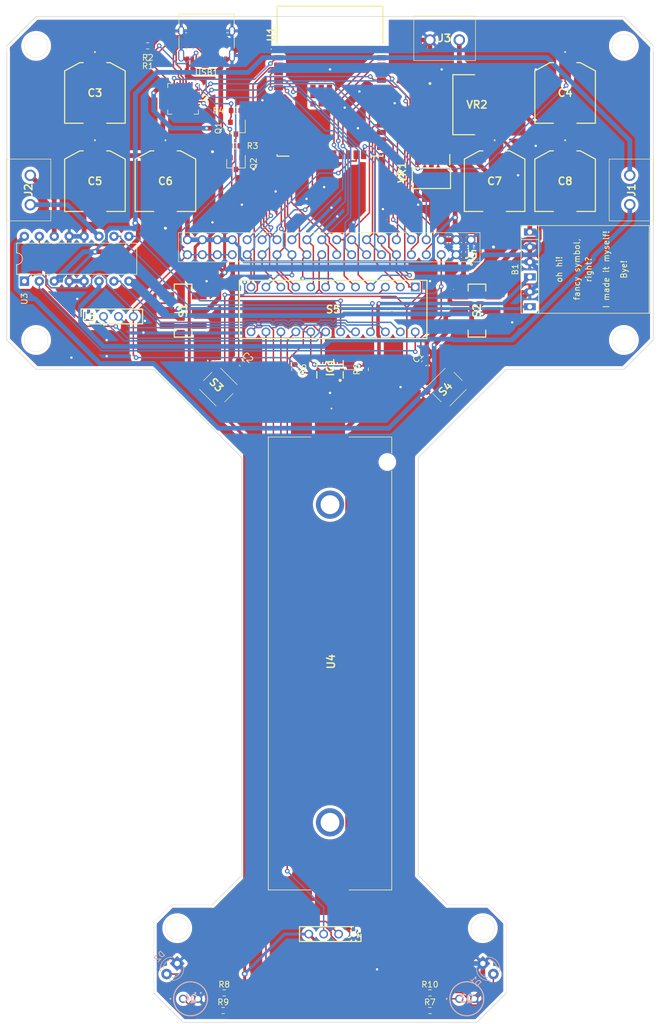
<source format=kicad_pcb>
(kicad_pcb (version 20171130) (host pcbnew "(5.1.9)-1")
  (layers (0 F.Cu signal) (31 B.Cu signal) (34 B.Paste user) (35 F.Paste user) (36 B.SilkS user) (37 F.SilkS user) (38 B.Mask user) (39 F.Mask user) (44 Edge.Cuts user))
  (net 0 "")
  (net 1 +BATT)
  (net 2 GND)
  (net 3 "Net-(B1-Pad4)")
  (net 4 VBUS)
  (net 5 EN)
  (net 6 BOOT)
  (net 7 +3V3)
  (net 8 +5V)
  (net 9 VCC)
  (net 10 "Net-(D1-Pad2)")
  (net 11 "Net-(D2-Pad2)")
  (net 12 "Net-(IC1-Pad16)")
  (net 13 "Net-(IC1-Pad14)")
  (net 14 "Net-(IC1-Pad13)")
  (net 15 "Net-(IC1-Pad12)")
  (net 16 7Y)
  (net 17 8Y)
  (net 18 "Net-(IC1-Pad5)")
  (net 19 "Net-(IC1-Pad1)")
  (net 20 M1B)
  (net 21 M1A)
  (net 22 M2B)
  (net 23 M2A)
  (net 24 9Y)
  (net 25 10Y)
  (net 26 "Net-(J5-Pad32)")
  (net 27 12A)
  (net 28 "Net-(J5-Pad30)")
  (net 29 10A)
  (net 30 "Net-(J5-Pad28)")
  (net 31 9A)
  (net 32 "Net-(J5-Pad26)")
  (net 33 11A)
  (net 34 8A)
  (net 35 "Net-(J5-Pad23)")
  (net 36 7A)
  (net 37 "Net-(J5-Pad21)")
  (net 38 "Net-(J5-Pad20)")
  (net 39 "Net-(J5-Pad19)")
  (net 40 "Net-(J5-Pad18)")
  (net 41 "Net-(J5-Pad17)")
  (net 42 "Net-(J5-Pad16)")
  (net 43 "Net-(J5-Pad15)")
  (net 44 "Net-(J5-Pad14)")
  (net 45 "Net-(J5-Pad13)")
  (net 46 "Net-(J5-Pad12)")
  (net 47 "Net-(J5-Pad10)")
  (net 48 "Net-(J5-Pad9)")
  (net 49 "Net-(J5-Pad8)")
  (net 50 "Net-(J5-Pad7)")
  (net 51 "Net-(Q1-Pad2)")
  (net 52 "Net-(Q1-Pad1)")
  (net 53 "Net-(Q2-Pad2)")
  (net 54 "Net-(Q2-Pad1)")
  (net 55 12Y)
  (net 56 11Y)
  (net 57 "Net-(R1-Pad1)")
  (net 58 "Net-(R2-Pad1)")
  (net 59 "Net-(S1-Pad4)")
  (net 60 "Net-(S1-Pad3)")
  (net 61 "Net-(S2-Pad5)")
  (net 62 "Net-(S2-Pad2)")
  (net 63 "Net-(S5-Pad12)")
  (net 64 "Net-(S5-Pad10)")
  (net 65 "Net-(S5-Pad8)")
  (net 66 "Net-(S5-Pad6)")
  (net 67 "Net-(S5-Pad4)")
  (net 68 "Net-(S5-Pad2)")
  (net 69 "Net-(U1-Pad32)")
  (net 70 "Net-(U1-Pad22)")
  (net 71 "Net-(U1-Pad21)")
  (net 72 "Net-(U1-Pad20)")
  (net 73 "Net-(U1-Pad19)")
  (net 74 "Net-(U1-Pad18)")
  (net 75 "Net-(U1-Pad17)")
  (net 76 "Net-(U2-Pad27)")
  (net 77 "Net-(U2-Pad23)")
  (net 78 "Net-(U2-Pad22)")
  (net 79 "Net-(U2-Pad21)")
  (net 80 "Net-(U2-Pad20)")
  (net 81 "Net-(U2-Pad19)")
  (net 82 "Net-(U2-Pad18)")
  (net 83 "Net-(U2-Pad17)")
  (net 84 "Net-(U2-Pad16)")
  (net 85 "Net-(U2-Pad15)")
  (net 86 "Net-(U2-Pad14)")
  (net 87 "Net-(U2-Pad13)")
  (net 88 "Net-(U2-Pad12)")
  (net 89 "Net-(U2-Pad11)")
  (net 90 "Net-(U2-Pad10)")
  (net 91 "Net-(U2-Pad5)")
  (net 92 "Net-(U2-Pad4)")
  (net 93 "Net-(U2-Pad2)")
  (net 94 "Net-(U2-Pad1)")
  (net 95 "Net-(U4-PadMH2)")
  (net 96 "Net-(U4-PadMH1)")
  (net 97 "Net-(USB1-PadB8)")
  (net 98 "Net-(USB1-PadA8)")
  (module SamacSys_Parts:TO254P1542X460-3N (layer F.Cu) (at 115 39)
    (fp_text reference VR2 (at 0 0) (layer F.SilkS) (effects (font (size 1.27 1.27) (thickness 0.254))))
    (fp_text value L7905ACD2T-TR hide)
    (pad 4 smd rect (at 4.1 0) (size 8.3 10.5) (layers F.Cu F.Paste F.Mask) (net 9 VCC))
    (pad 3 smd rect (at -6.4 2.54 90) (size 1.05 3.75) (layers F.Cu F.Paste F.Mask) (net 4 VBUS))
    (pad 1 smd rect (at -6.4 -2.54 90) (size 1.05 3.75) (layers F.Cu F.Paste F.Mask) (net 2 GND))
  )
  (module SamacSys_Parts:12BHC186P1GR (layer F.Cu) (at 90 134 270)
    (fp_text reference U4 (at -0.325 -0.175 90) (layer F.SilkS) (effects (font (size 1.27 1.27) (thickness 0.254))))
    (fp_text value 12BHC186P1-GR hide)
    (pad MH3 np_thru_hole circle (at -34.25 -9.75 270) (size 2 0) (drill 2) (layers *.Cu *.Mask))
    (pad MH2 thru_hole circle (at 27 0 270) (size 4.8 4.8) (drill 3.2) (layers *.Cu *.Mask) (net 95 "Net-(U4-PadMH2)"))
    (pad MH1 thru_hole circle (at -27 0 270) (size 4.8 4.8) (drill 3.2) (layers *.Cu *.Mask) (net 96 "Net-(U4-PadMH1)"))
    (pad 2 smd rect (at 40.1 0) (size 5.12 5.3) (layers F.Cu F.Paste F.Mask) (net 2 GND))
    (pad 1 smd rect (at -40.1 0) (size 5.12 5.3) (layers F.Cu F.Paste F.Mask) (net 3 "Net-(B1-Pad4)"))
  )
  (module SamacSys_Parts:DS01C254S12BE (layer F.Cu) (at 104.5 70 180)
    (fp_text reference S5 (at 13.97 -3.81) (layer F.SilkS) (effects (font (size 1.27 1.27) (thickness 0.254))))
    (fp_text value DS01C-254-S-12BE hide)
    (pad 24 thru_hole circle (at 27.94 -7.62 180) (size 1.5 1.5) (drill 1) (layers *.Cu *.Mask) (net 55 12Y))
    (pad 23 thru_hole circle (at 27.94 0 180) (size 1.5 1.5) (drill 1) (layers *.Cu *.Mask) (net 27 12A))
    (pad 22 thru_hole circle (at 25.4 -7.62 180) (size 1.5 1.5) (drill 1) (layers *.Cu *.Mask) (net 56 11Y))
    (pad 21 thru_hole circle (at 25.4 0 180) (size 1.5 1.5) (drill 1) (layers *.Cu *.Mask) (net 33 11A))
    (pad 20 thru_hole circle (at 22.86 -7.62 180) (size 1.5 1.5) (drill 1) (layers *.Cu *.Mask) (net 25 10Y))
    (pad 19 thru_hole circle (at 22.86 0 180) (size 1.5 1.5) (drill 1) (layers *.Cu *.Mask) (net 29 10A))
    (pad 18 thru_hole circle (at 20.32 -7.62 180) (size 1.5 1.5) (drill 1) (layers *.Cu *.Mask) (net 24 9Y))
    (pad 17 thru_hole circle (at 20.32 0 180) (size 1.5 1.5) (drill 1) (layers *.Cu *.Mask) (net 31 9A))
    (pad 16 thru_hole circle (at 17.78 -7.62 180) (size 1.5 1.5) (drill 1) (layers *.Cu *.Mask) (net 17 8Y))
    (pad 15 thru_hole circle (at 17.78 0 180) (size 1.5 1.5) (drill 1) (layers *.Cu *.Mask) (net 34 8A))
    (pad 14 thru_hole circle (at 15.24 -7.62 180) (size 1.5 1.5) (drill 1) (layers *.Cu *.Mask) (net 16 7Y))
    (pad 13 thru_hole circle (at 15.24 0 180) (size 1.5 1.5) (drill 1) (layers *.Cu *.Mask) (net 36 7A))
    (pad 12 thru_hole circle (at 12.7 -7.62 180) (size 1.5 1.5) (drill 1) (layers *.Cu *.Mask) (net 63 "Net-(S5-Pad12)"))
    (pad 11 thru_hole circle (at 12.7 0 180) (size 1.5 1.5) (drill 1) (layers *.Cu *.Mask) (net 35 "Net-(J5-Pad23)"))
    (pad 10 thru_hole circle (at 10.16 -7.62 180) (size 1.5 1.5) (drill 1) (layers *.Cu *.Mask) (net 64 "Net-(S5-Pad10)"))
    (pad 9 thru_hole circle (at 10.16 0 180) (size 1.5 1.5) (drill 1) (layers *.Cu *.Mask) (net 38 "Net-(J5-Pad20)"))
    (pad 8 thru_hole circle (at 7.62 -7.62 180) (size 1.5 1.5) (drill 1) (layers *.Cu *.Mask) (net 65 "Net-(S5-Pad8)"))
    (pad 7 thru_hole circle (at 7.62 0 180) (size 1.5 1.5) (drill 1) (layers *.Cu *.Mask) (net 40 "Net-(J5-Pad18)"))
    (pad 6 thru_hole circle (at 5.08 -7.62 180) (size 1.5 1.5) (drill 1) (layers *.Cu *.Mask) (net 66 "Net-(S5-Pad6)"))
    (pad 5 thru_hole circle (at 5.08 0 180) (size 1.5 1.5) (drill 1) (layers *.Cu *.Mask) (net 37 "Net-(J5-Pad21)"))
    (pad 4 thru_hole circle (at 2.54 -7.62 180) (size 1.5 1.5) (drill 1) (layers *.Cu *.Mask) (net 67 "Net-(S5-Pad4)"))
    (pad 3 thru_hole circle (at 2.54 0 180) (size 1.5 1.5) (drill 1) (layers *.Cu *.Mask) (net 42 "Net-(J5-Pad16)"))
    (pad 2 thru_hole circle (at 0 -7.62 180) (size 1.5 1.5) (drill 1) (layers *.Cu *.Mask) (net 68 "Net-(S5-Pad2)"))
    (pad 1 thru_hole rect (at 0 0 180) (size 1.5 1.5) (drill 1) (layers *.Cu *.Mask) (net 44 "Net-(J5-Pad14)"))
  )
  (module SamacSys_Parts:TS1187ABAB (layer F.Cu) (at 110 87 45)
    (fp_text reference S4 (at -0.5 0 45) (layer F.SilkS) (effects (font (size 1.27 1.27) (thickness 0.254))))
    (fp_text value TS-1187A-B-A-B hide)
    (pad D1 smd rect (at 3 1.875 135) (size 0.75 1) (layers F.Cu F.Paste F.Mask) (net 2 GND))
    (pad C1 smd rect (at -3 1.875 135) (size 0.75 1) (layers F.Cu F.Paste F.Mask) (net 2 GND))
    (pad B1 smd rect (at 3 -1.875 135) (size 0.75 1) (layers F.Cu F.Paste F.Mask) (net 6 BOOT))
    (pad A1 smd rect (at -3 -1.875 135) (size 0.75 1) (layers F.Cu F.Paste F.Mask) (net 6 BOOT))
  )
  (module SamacSys_Parts:TS1187ABAB (layer F.Cu) (at 71 87 315)
    (fp_text reference S3 (at -0.5 0 135) (layer F.SilkS) (effects (font (size 1.27 1.27) (thickness 0.254))))
    (fp_text value TS-1187A-B-A-B hide)
    (pad D1 smd rect (at 3 1.875 45) (size 0.75 1) (layers F.Cu F.Paste F.Mask) (net 2 GND))
    (pad C1 smd rect (at -3 1.875 45) (size 0.75 1) (layers F.Cu F.Paste F.Mask) (net 2 GND))
    (pad B1 smd rect (at 3 -1.875 45) (size 0.75 1) (layers F.Cu F.Paste F.Mask) (net 5 EN))
    (pad A1 smd rect (at -3 -1.875 45) (size 0.75 1) (layers F.Cu F.Paste F.Mask) (net 5 EN))
  )
  (module SamacSys_Parts:JS202011SCQN (layer F.Cu) (at 115 74 270)
    (fp_text reference S2 (at 0 0.002 90) (layer F.SilkS) (effects (font (size 1.27 1.27) (thickness 0.254))))
    (fp_text value JS202011SCQN hide)
    (pad 6 smd rect (at -2.5 -2.75 270) (size 1.2 2.5) (layers F.Cu F.Paste F.Mask) (net 9 VCC))
    (pad 5 smd rect (at 0 -2.75 270) (size 1.2 2.5) (layers F.Cu F.Paste F.Mask) (net 61 "Net-(S2-Pad5)"))
    (pad 4 smd rect (at 2.5 -2.75 270) (size 1.2 2.5) (layers F.Cu F.Paste F.Mask) (net 8 +5V))
    (pad 3 smd rect (at 2.5 2.75 270) (size 1.2 2.5) (layers F.Cu F.Paste F.Mask) (net 8 +5V))
    (pad 2 smd rect (at 0 2.75 270) (size 1.2 2.5) (layers F.Cu F.Paste F.Mask) (net 62 "Net-(S2-Pad2)"))
    (pad 1 smd rect (at -2.5 2.75 270) (size 1.2 2.5) (layers F.Cu F.Paste F.Mask) (net 9 VCC))
  )
  (module SamacSys_Parts:JS202011SCQN (layer F.Cu) (at 65 74 90)
    (fp_text reference S1 (at 0 0.002 90) (layer F.SilkS) (effects (font (size 1.27 1.27) (thickness 0.254))))
    (fp_text value JS202011SCQN hide)
    (pad 6 smd rect (at -2.5 -2.75 90) (size 1.2 2.5) (layers F.Cu F.Paste F.Mask) (net 8 +5V))
    (pad 5 smd rect (at 0 -2.75 90) (size 1.2 2.5) (layers F.Cu F.Paste F.Mask) (net 1 +BATT))
    (pad 4 smd rect (at 2.5 -2.75 90) (size 1.2 2.5) (layers F.Cu F.Paste F.Mask) (net 59 "Net-(S1-Pad4)"))
    (pad 3 smd rect (at 2.5 2.75 90) (size 1.2 2.5) (layers F.Cu F.Paste F.Mask) (net 60 "Net-(S1-Pad3)"))
    (pad 2 smd rect (at 0 2.75 90) (size 1.2 2.5) (layers F.Cu F.Paste F.Mask) (net 4 VBUS))
    (pad 1 smd rect (at -2.5 2.75 90) (size 1.2 2.5) (layers F.Cu F.Paste F.Mask) (net 8 +5V))
  )
  (module SamacSys_Parts:RHDR4W78P0X254_1X4_1026X252X850P (layer F.Cu) (at 48.92 75)
    (fp_text reference J6 (at 0 0) (layer F.SilkS) (effects (font (size 1.27 1.27) (thickness 0.254))))
    (fp_text value 215299-4 hide)
    (pad 4 thru_hole circle (at 7.62 0) (size 1.5 1.5) (drill 1) (layers *.Cu *.Mask) (net 7 +3V3))
    (pad 3 thru_hole circle (at 5.08 0) (size 1.5 1.5) (drill 1) (layers *.Cu *.Mask) (net 17 8Y))
    (pad 2 thru_hole circle (at 2.54 0) (size 1.5 1.5) (drill 1) (layers *.Cu *.Mask) (net 16 7Y))
    (pad 1 thru_hole rect (at 0 0) (size 1.5 1.5) (drill 1) (layers *.Cu *.Mask) (net 2 GND))
  )
  (module SamacSys_Parts:SSQ-120-XX-YYY-D (layer F.Cu) (at 114 64.5)
    (fp_text reference J5 (at 0 0) (layer F.SilkS) (effects (font (size 1.27 1.27) (thickness 0.254))))
    (fp_text value SSQ-120-01-L-D hide)
    (pad 40 thru_hole circle (at -48.26 -2.54) (size 1.55 1.55) (drill 1.02) (layers *.Cu *.Mask) (net 8 +5V))
    (pad 39 thru_hole circle (at -48.26 0) (size 1.55 1.55) (drill 1.02) (layers *.Cu *.Mask) (net 7 +3V3))
    (pad 38 thru_hole circle (at -45.72 -2.54) (size 1.55 1.55) (drill 1.02) (layers *.Cu *.Mask) (net 8 +5V))
    (pad 37 thru_hole circle (at -45.72 0) (size 1.55 1.55) (drill 1.02) (layers *.Cu *.Mask) (net 7 +3V3))
    (pad 36 thru_hole circle (at -43.18 -2.54) (size 1.55 1.55) (drill 1.02) (layers *.Cu *.Mask) (net 8 +5V))
    (pad 35 thru_hole circle (at -43.18 0) (size 1.55 1.55) (drill 1.02) (layers *.Cu *.Mask) (net 7 +3V3))
    (pad 34 thru_hole circle (at -40.64 -2.54) (size 1.55 1.55) (drill 1.02) (layers *.Cu *.Mask) (net 8 +5V))
    (pad 33 thru_hole circle (at -40.64 0) (size 1.55 1.55) (drill 1.02) (layers *.Cu *.Mask) (net 7 +3V3))
    (pad 32 thru_hole circle (at -38.1 -2.54) (size 1.55 1.55) (drill 1.02) (layers *.Cu *.Mask) (net 26 "Net-(J5-Pad32)"))
    (pad 31 thru_hole circle (at -38.1 0) (size 1.55 1.55) (drill 1.02) (layers *.Cu *.Mask) (net 27 12A))
    (pad 30 thru_hole circle (at -35.56 -2.54) (size 1.55 1.55) (drill 1.02) (layers *.Cu *.Mask) (net 28 "Net-(J5-Pad30)"))
    (pad 29 thru_hole circle (at -35.56 0) (size 1.55 1.55) (drill 1.02) (layers *.Cu *.Mask) (net 29 10A))
    (pad 28 thru_hole circle (at -33.02 -2.54) (size 1.55 1.55) (drill 1.02) (layers *.Cu *.Mask) (net 30 "Net-(J5-Pad28)"))
    (pad 27 thru_hole circle (at -33.02 0) (size 1.55 1.55) (drill 1.02) (layers *.Cu *.Mask) (net 31 9A))
    (pad 26 thru_hole circle (at -30.48 -2.54) (size 1.55 1.55) (drill 1.02) (layers *.Cu *.Mask) (net 32 "Net-(J5-Pad26)"))
    (pad 25 thru_hole circle (at -30.48 0) (size 1.55 1.55) (drill 1.02) (layers *.Cu *.Mask) (net 33 11A))
    (pad 24 thru_hole circle (at -27.94 -2.54) (size 1.55 1.55) (drill 1.02) (layers *.Cu *.Mask) (net 34 8A))
    (pad 23 thru_hole circle (at -27.94 0) (size 1.55 1.55) (drill 1.02) (layers *.Cu *.Mask) (net 35 "Net-(J5-Pad23)"))
    (pad 22 thru_hole circle (at -25.4 -2.54) (size 1.55 1.55) (drill 1.02) (layers *.Cu *.Mask) (net 36 7A))
    (pad 21 thru_hole circle (at -25.4 0) (size 1.55 1.55) (drill 1.02) (layers *.Cu *.Mask) (net 37 "Net-(J5-Pad21)"))
    (pad 20 thru_hole circle (at -22.86 -2.54) (size 1.55 1.55) (drill 1.02) (layers *.Cu *.Mask) (net 38 "Net-(J5-Pad20)"))
    (pad 19 thru_hole circle (at -22.86 0) (size 1.55 1.55) (drill 1.02) (layers *.Cu *.Mask) (net 39 "Net-(J5-Pad19)"))
    (pad 18 thru_hole circle (at -20.32 -2.54) (size 1.55 1.55) (drill 1.02) (layers *.Cu *.Mask) (net 40 "Net-(J5-Pad18)"))
    (pad 17 thru_hole circle (at -20.32 0) (size 1.55 1.55) (drill 1.02) (layers *.Cu *.Mask) (net 41 "Net-(J5-Pad17)"))
    (pad 16 thru_hole circle (at -17.78 -2.54) (size 1.55 1.55) (drill 1.02) (layers *.Cu *.Mask) (net 42 "Net-(J5-Pad16)"))
    (pad 15 thru_hole circle (at -17.78 0) (size 1.55 1.55) (drill 1.02) (layers *.Cu *.Mask) (net 43 "Net-(J5-Pad15)"))
    (pad 14 thru_hole circle (at -15.24 -2.54) (size 1.55 1.55) (drill 1.02) (layers *.Cu *.Mask) (net 44 "Net-(J5-Pad14)"))
    (pad 13 thru_hole circle (at -15.24 0) (size 1.55 1.55) (drill 1.02) (layers *.Cu *.Mask) (net 45 "Net-(J5-Pad13)"))
    (pad 12 thru_hole circle (at -12.7 -2.54) (size 1.55 1.55) (drill 1.02) (layers *.Cu *.Mask) (net 46 "Net-(J5-Pad12)"))
    (pad 11 thru_hole circle (at -12.7 0) (size 1.55 1.55) (drill 1.02) (layers *.Cu *.Mask) (net 6 BOOT))
    (pad 10 thru_hole circle (at -10.16 -2.54) (size 1.55 1.55) (drill 1.02) (layers *.Cu *.Mask) (net 47 "Net-(J5-Pad10)"))
    (pad 9 thru_hole circle (at -10.16 0) (size 1.55 1.55) (drill 1.02) (layers *.Cu *.Mask) (net 48 "Net-(J5-Pad9)"))
    (pad 8 thru_hole circle (at -7.62 -2.54) (size 1.55 1.55) (drill 1.02) (layers *.Cu *.Mask) (net 49 "Net-(J5-Pad8)"))
    (pad 7 thru_hole circle (at -7.62 0) (size 1.55 1.55) (drill 1.02) (layers *.Cu *.Mask) (net 50 "Net-(J5-Pad7)"))
    (pad 6 thru_hole circle (at -5.08 -2.54) (size 1.55 1.55) (drill 1.02) (layers *.Cu *.Mask) (net 2 GND))
    (pad 5 thru_hole circle (at -5.08 0) (size 1.55 1.55) (drill 1.02) (layers *.Cu *.Mask) (net 5 EN))
    (pad 4 thru_hole circle (at -2.54 -2.54) (size 1.55 1.55) (drill 1.02) (layers *.Cu *.Mask) (net 2 GND))
    (pad 3 thru_hole circle (at -2.54 0) (size 1.55 1.55) (drill 1.02) (layers *.Cu *.Mask) (net 2 GND))
    (pad 2 thru_hole circle (at 0 -2.54) (size 1.55 1.55) (drill 1.02) (layers *.Cu *.Mask) (net 2 GND))
    (pad 1 thru_hole circle (at 0 0) (size 1.55 1.55) (drill 1.02) (layers *.Cu *.Mask) (net 2 GND))
  )
  (module SamacSys_Parts:RHDR4W78P0X254_1X4_1026X252X850P (layer F.Cu) (at 94 180 180)
    (fp_text reference J4 (at 0 0) (layer F.SilkS) (effects (font (size 1.27 1.27) (thickness 0.254))))
    (fp_text value 215299-4 hide)
    (pad 4 thru_hole circle (at 7.62 0 180) (size 1.5 1.5) (drill 1) (layers *.Cu *.Mask) (net 8 +5V))
    (pad 3 thru_hole circle (at 5.08 0 180) (size 1.5 1.5) (drill 1) (layers *.Cu *.Mask) (net 24 9Y))
    (pad 2 thru_hole circle (at 2.54 0 180) (size 1.5 1.5) (drill 1) (layers *.Cu *.Mask) (net 25 10Y))
    (pad 1 thru_hole rect (at 0 0 180) (size 1.5 1.5) (drill 1) (layers *.Cu *.Mask) (net 2 GND))
  )
  (module SamacSys_Parts:TB00250002BE (layer F.Cu) (at 107 28)
    (fp_text reference J3 (at 2.5 -0.3) (layer F.SilkS) (effects (font (size 1.27 1.27) (thickness 0.254))))
    (fp_text value TB002-500-02BE hide)
    (pad 2 thru_hole circle (at 5 0) (size 1.95 1.95) (drill 1.3) (layers *.Cu *.Mask) (net 9 VCC))
    (pad 1 thru_hole circle (at 0 0) (size 1.95 1.95) (drill 1.3) (layers *.Cu *.Mask) (net 2 GND))
  )
  (module SamacSys_Parts:TB00250002BE (layer F.Cu) (at 39 56 90)
    (fp_text reference J2 (at 2.5 -0.3 90) (layer F.SilkS) (effects (font (size 1.27 1.27) (thickness 0.254))))
    (fp_text value TB002-500-02BE hide)
    (pad 2 thru_hole circle (at 5 0 90) (size 1.95 1.95) (drill 1.3) (layers *.Cu *.Mask) (net 22 M2B))
    (pad 1 thru_hole circle (at 0 0 90) (size 1.95 1.95) (drill 1.3) (layers *.Cu *.Mask) (net 23 M2A))
  )
  (module SamacSys_Parts:TB00250002BE (layer F.Cu) (at 141 51 270)
    (fp_text reference J1 (at 2.5 -0.3 90) (layer F.SilkS) (effects (font (size 1.27 1.27) (thickness 0.254))))
    (fp_text value TB002-500-02BE hide)
    (pad 2 thru_hole circle (at 5 0 270) (size 1.95 1.95) (drill 1.3) (layers *.Cu *.Mask) (net 20 M1B))
    (pad 1 thru_hole circle (at 0 0 270) (size 1.95 1.95) (drill 1.3) (layers *.Cu *.Mask) (net 21 M1A))
  )
  (module SamacSys_Parts:BMI055 (layer F.Cu) (at 90 84 270)
    (fp_text reference IC1 (at -0.359 -0.053 90) (layer F.SilkS) (effects (font (size 1.27 1.27) (thickness 0.254))))
    (fp_text value BMI055 hide)
    (pad 16 smd rect (at 0 -2.0125 270) (size 0.25 0.675) (layers F.Cu F.Paste F.Mask) (net 12 "Net-(IC1-Pad16)"))
    (pad 15 smd rect (at -1.2625 -1.5) (size 0.25 0.675) (layers F.Cu F.Paste F.Mask) (net 2 GND))
    (pad 14 smd rect (at -1.2625 -1) (size 0.25 0.675) (layers F.Cu F.Paste F.Mask) (net 13 "Net-(IC1-Pad14)"))
    (pad 13 smd rect (at -1.2625 -0.5) (size 0.25 0.675) (layers F.Cu F.Paste F.Mask) (net 14 "Net-(IC1-Pad13)"))
    (pad 12 smd rect (at -1.2625 0) (size 0.25 0.675) (layers F.Cu F.Paste F.Mask) (net 15 "Net-(IC1-Pad12)"))
    (pad 11 smd rect (at -1.2625 0.5) (size 0.25 0.675) (layers F.Cu F.Paste F.Mask) (net 7 +3V3))
    (pad 10 smd rect (at -1.2625 1) (size 0.25 0.675) (layers F.Cu F.Paste F.Mask) (net 2 GND))
    (pad 9 smd rect (at -1.2625 1.5) (size 0.25 0.675) (layers F.Cu F.Paste F.Mask) (net 16 7Y))
    (pad 8 smd rect (at 0 2.0125 270) (size 0.25 0.675) (layers F.Cu F.Paste F.Mask) (net 17 8Y))
    (pad 7 smd rect (at 1.2625 1.5) (size 0.25 0.675) (layers F.Cu F.Paste F.Mask) (net 7 +3V3))
    (pad 6 smd rect (at 1.2625 1) (size 0.25 0.675) (layers F.Cu F.Paste F.Mask) (net 2 GND))
    (pad 5 smd rect (at 1.2625 0.5) (size 0.25 0.675) (layers F.Cu F.Paste F.Mask) (net 18 "Net-(IC1-Pad5)"))
    (pad 4 smd rect (at 1.2625 0) (size 0.25 0.675) (layers F.Cu F.Paste F.Mask) (net 2 GND))
    (pad 3 smd rect (at 1.2625 -0.5) (size 0.25 0.675) (layers F.Cu F.Paste F.Mask) (net 7 +3V3))
    (pad 2 smd rect (at 1.2625 -1) (size 0.25 0.675) (layers F.Cu F.Paste F.Mask) (net 2 GND))
    (pad 1 smd rect (at 1.2625 -1.5) (size 0.25 0.675) (layers F.Cu F.Paste F.Mask) (net 19 "Net-(IC1-Pad1)"))
  )
  (module SamacSys_Parts:EEEFK1V331P (layer F.Cu) (at 130 52 180)
    (fp_text reference C8 (at 0 0) (layer F.SilkS) (effects (font (size 1.27 1.27) (thickness 0.254))))
    (fp_text value EEEFC1V331P hide)
    (pad 2 smd rect (at 0 -4.35 180) (size 2 4.1) (layers F.Cu F.Paste F.Mask) (net 2 GND))
    (pad 1 smd rect (at 0 4.35 180) (size 2 4.1) (layers F.Cu F.Paste F.Mask) (net 9 VCC))
  )
  (module SamacSys_Parts:EEEFK1V331P (layer F.Cu) (at 118 52 180)
    (fp_text reference C7 (at 0 0) (layer F.SilkS) (effects (font (size 1.27 1.27) (thickness 0.254))))
    (fp_text value EEEFC1V331P hide)
    (pad 2 smd rect (at 0 -4.35 180) (size 2 4.1) (layers F.Cu F.Paste F.Mask) (net 2 GND))
    (pad 1 smd rect (at 0 4.35 180) (size 2 4.1) (layers F.Cu F.Paste F.Mask) (net 9 VCC))
  )
  (module SamacSys_Parts:EEEFK1V331P (layer F.Cu) (at 62 52 180)
    (fp_text reference C6 (at 0 0) (layer F.SilkS) (effects (font (size 1.27 1.27) (thickness 0.254))))
    (fp_text value EEEFC1V331P hide)
    (pad 2 smd rect (at 0 -4.35 180) (size 2 4.1) (layers F.Cu F.Paste F.Mask) (net 2 GND))
    (pad 1 smd rect (at 0 4.35 180) (size 2 4.1) (layers F.Cu F.Paste F.Mask) (net 8 +5V))
  )
  (module SamacSys_Parts:EEEFK1V331P (layer F.Cu) (at 50 52 180)
    (fp_text reference C5 (at 0 0) (layer F.SilkS) (effects (font (size 1.27 1.27) (thickness 0.254))))
    (fp_text value EEEFC1V331P hide)
    (pad 2 smd rect (at 0 -4.35 180) (size 2 4.1) (layers F.Cu F.Paste F.Mask) (net 2 GND))
    (pad 1 smd rect (at 0 4.35 180) (size 2 4.1) (layers F.Cu F.Paste F.Mask) (net 8 +5V))
  )
  (module SamacSys_Parts:EEEFK1V331P (layer F.Cu) (at 130 37 180)
    (fp_text reference C4 (at 0 0) (layer F.SilkS) (effects (font (size 1.27 1.27) (thickness 0.254))))
    (fp_text value EEEFC1V331P hide)
    (pad 2 smd rect (at 0 -4.35 180) (size 2 4.1) (layers F.Cu F.Paste F.Mask) (net 2 GND))
    (pad 1 smd rect (at 0 4.35 180) (size 2 4.1) (layers F.Cu F.Paste F.Mask) (net 7 +3V3))
  )
  (module SamacSys_Parts:EEEFK1V331P (layer F.Cu) (at 50 37 180)
    (fp_text reference C3 (at 0 0) (layer F.SilkS) (effects (font (size 1.27 1.27) (thickness 0.254))))
    (fp_text value EEEFC1V331P hide)
    (pad 2 smd rect (at 0 -4.35 180) (size 2 4.1) (layers F.Cu F.Paste F.Mask) (net 2 GND))
    (pad 1 smd rect (at 0 4.35 180) (size 2 4.1) (layers F.Cu F.Paste F.Mask) (net 7 +3V3))
  )
  (module Capacitor_SMD:C_0603_1608Metric (layer F.Cu) (at 75 83 315)
    (fp_text reference C2 (at 0 -1.43 135) (layer F.SilkS))
    (fp_text value 0.1uF)
    (pad 2 smd roundrect (at 0.775 0 315) (size 0.9 0.95) (layers F.Cu F.Paste F.Mask) (net 2 GND))
    (pad 1 smd roundrect (at -0.775 0 315) (size 0.9 0.95) (layers F.Cu F.Paste F.Mask) (net 6 BOOT))
  )
  (module Capacitor_SMD:C_0603_1608Metric (layer F.Cu) (at 106 83 45)
    (fp_text reference C1 (at 0 -1.43 45) (layer F.SilkS))
    (fp_text value 0.1uF)
    (pad 2 smd roundrect (at 0.775 0 45) (size 0.9 0.95) (layers F.Cu F.Paste F.Mask) (net 2 GND))
    (pad 1 smd roundrect (at -0.775 0 45) (size 0.9 0.95) (layers F.Cu F.Paste F.Mask) (net 5 EN))
  )
  (module LED_THT:LED_D3.0mm (layer B.Cu) (at 64 185 225)
    (fp_text reference D2 (at 1.270001 2.96 225) (layer B.SilkS) (effects (justify mirror)))
    (fp_text value IRL81A)
    (pad 2 thru_hole circle (at 2.54 0 225) (size 1.8 1.8) (drill 0.9) (layers *.Cu *.Mask) (net 11 "Net-(D2-Pad2)"))
    (pad 1 thru_hole rect (at 0 0 225) (size 1.8 1.8) (drill 0.9) (layers *.Cu *.Mask) (net 2 GND))
  )
  (module LED_THT:LED_D3.0mm (layer B.Cu) (at 116 185 315)
    (fp_text reference D1 (at 1.270001 2.96 315) (layer B.SilkS) (effects (justify mirror)))
    (fp_text value IRL81A)
    (pad 2 thru_hole circle (at 2.54 0 315) (size 1.8 1.8) (drill 0.9) (layers *.Cu *.Mask) (net 10 "Net-(D1-Pad2)"))
    (pad 1 thru_hole rect (at 0 0 315) (size 1.8 1.8) (drill 0.9) (layers *.Cu *.Mask) (net 2 GND))
  )
  (module SamacSys_Parts:SOT230P700X180-4N (layer F.Cu) (at 107.25 51.5 270)
    (fp_text reference VR1 (at -1 5 90) (layer F.SilkS) (effects (font (size 1.27 1.27) (thickness 0.254))))
    (fp_text value LM3940IMP-3.3_NOPB hide)
    (pad 4 smd rect (at 3.15 0 270) (size 1.75 3.2) (layers F.Cu F.Paste F.Mask) (net 2 GND))
    (pad 3 smd rect (at -3.15 2.3) (size 0.95 1.75) (layers F.Cu F.Paste F.Mask) (net 7 +3V3))
    (pad 2 smd rect (at -3.15 0) (size 0.95 1.75) (layers F.Cu F.Paste F.Mask) (net 2 GND))
    (pad 1 smd rect (at -3.15 -2.3) (size 0.95 1.75) (layers F.Cu F.Paste F.Mask) (net 8 +5V))
  )
  (module ESP32bot:USB_C_Receptacle_HRO_TYPE-C-31-M-12 (layer F.Cu) (at 69 27.5 180)
    (fp_text reference USB1 (at 0 -6) (layer F.SilkS))
    (fp_text value TYPE-C-31-M-12)
    (pad B1 smd rect (at 3.25 -4.045 180) (size 0.6 1.45) (layers F.Cu F.Paste F.Mask) (net 2 GND))
    (pad A9 smd rect (at 2.45 -4.045 180) (size 0.6 1.45) (layers F.Cu F.Paste F.Mask) (net 4 VBUS))
    (pad B9 smd rect (at -2.45 -4.045 180) (size 0.6 1.45) (layers F.Cu F.Paste F.Mask) (net 4 VBUS))
    (pad B12 smd rect (at -3.25 -4.045 180) (size 0.6 1.45) (layers F.Cu F.Paste F.Mask) (net 2 GND))
    (pad A1 smd rect (at -3.25 -4.045 180) (size 0.6 1.45) (layers F.Cu F.Paste F.Mask) (net 2 GND))
    (pad A4 smd rect (at -2.45 -4.045 180) (size 0.6 1.45) (layers F.Cu F.Paste F.Mask) (net 4 VBUS))
    (pad B4 smd rect (at 2.45 -4.045 180) (size 0.6 1.45) (layers F.Cu F.Paste F.Mask) (net 4 VBUS))
    (pad A12 smd rect (at 3.25 -4.045 180) (size 0.6 1.45) (layers F.Cu F.Paste F.Mask) (net 2 GND))
    (pad B8 smd rect (at -1.75 -4.045 180) (size 0.3 1.45) (layers F.Cu F.Paste F.Mask) (net 97 "Net-(USB1-PadB8)"))
    (pad A5 smd rect (at -1.25 -4.045 180) (size 0.3 1.45) (layers F.Cu F.Paste F.Mask) (net 57 "Net-(R1-Pad1)"))
    (pad B7 smd rect (at -0.75 -4.045 180) (size 0.3 1.45) (layers F.Cu F.Paste F.Mask) (net 91 "Net-(U2-Pad5)"))
    (pad A7 smd rect (at 0.25 -4.045 180) (size 0.3 1.45) (layers F.Cu F.Paste F.Mask) (net 91 "Net-(U2-Pad5)"))
    (pad B6 smd rect (at 0.75 -4.045 180) (size 0.3 1.45) (layers F.Cu F.Paste F.Mask) (net 92 "Net-(U2-Pad4)"))
    (pad A8 smd rect (at 1.25 -4.045 180) (size 0.3 1.45) (layers F.Cu F.Paste F.Mask) (net 98 "Net-(USB1-PadA8)"))
    (pad B5 smd rect (at 1.75 -4.045 180) (size 0.3 1.45) (layers F.Cu F.Paste F.Mask) (net 58 "Net-(R2-Pad1)"))
    (pad A6 smd rect (at -0.25 -4.045 180) (size 0.3 1.45) (layers F.Cu F.Paste F.Mask) (net 92 "Net-(U2-Pad4)"))
    (pad S2 thru_hole oval (at 4.32 -3.13 180) (size 1 2.1) (drill oval 0.6 1.7) (layers *.Cu *.Mask) (net 2 GND))
    (pad S1 thru_hole oval (at -4.32 -3.13 180) (size 1 2.1) (drill oval 0.6 1.7) (layers *.Cu *.Mask) (net 2 GND))
    (pad "" np_thru_hole circle (at -2.89 -2.6 180) (size 0.65 0.65) (drill 0.65) (layers *.Cu *.Mask))
    (pad S3 thru_hole oval (at -4.32 1.05 180) (size 1 1.6) (drill oval 0.6 1.2) (layers *.Cu *.Mask) (net 2 GND))
    (pad "" np_thru_hole circle (at 2.89 -2.6 180) (size 0.65 0.65) (drill 0.65) (layers *.Cu *.Mask))
    (pad S4 thru_hole oval (at 4.32 1.05 180) (size 1 1.6) (drill oval 0.6 1.2) (layers *.Cu *.Mask) (net 2 GND))
  )
  (module Package_DIP:DIP-16_W7.62mm (layer F.Cu) (at 38 69 90)
    (fp_text reference U3 (at -3 0 90) (layer F.SilkS))
    (fp_text value L293D)
    (pad 16 thru_hole oval (at 7.62 0 90) (size 1.6 1.6) (drill 0.8) (layers *.Cu *.Mask) (net 62 "Net-(S2-Pad2)"))
    (pad 8 thru_hole oval (at 0 17.78 90) (size 1.6 1.6) (drill 0.8) (layers *.Cu *.Mask) (net 61 "Net-(S2-Pad5)"))
    (pad 15 thru_hole oval (at 7.62 2.54 90) (size 1.6 1.6) (drill 0.8) (layers *.Cu *.Mask) (net 64 "Net-(S5-Pad10)"))
    (pad 7 thru_hole oval (at 0 15.24 90) (size 1.6 1.6) (drill 0.8) (layers *.Cu *.Mask) (net 67 "Net-(S5-Pad4)"))
    (pad 14 thru_hole oval (at 7.62 5.08 90) (size 1.6 1.6) (drill 0.8) (layers *.Cu *.Mask) (net 22 M2B))
    (pad 6 thru_hole oval (at 0 12.7 90) (size 1.6 1.6) (drill 0.8) (layers *.Cu *.Mask) (net 20 M1B))
    (pad 13 thru_hole oval (at 7.62 7.62 90) (size 1.6 1.6) (drill 0.8) (layers *.Cu *.Mask) (net 2 GND))
    (pad 5 thru_hole oval (at 0 10.16 90) (size 1.6 1.6) (drill 0.8) (layers *.Cu *.Mask) (net 2 GND))
    (pad 12 thru_hole oval (at 7.62 10.16 90) (size 1.6 1.6) (drill 0.8) (layers *.Cu *.Mask) (net 2 GND))
    (pad 4 thru_hole oval (at 0 7.62 90) (size 1.6 1.6) (drill 0.8) (layers *.Cu *.Mask) (net 2 GND))
    (pad 11 thru_hole oval (at 7.62 12.7 90) (size 1.6 1.6) (drill 0.8) (layers *.Cu *.Mask) (net 23 M2A))
    (pad 3 thru_hole oval (at 0 5.08 90) (size 1.6 1.6) (drill 0.8) (layers *.Cu *.Mask) (net 21 M1A))
    (pad 10 thru_hole oval (at 7.62 15.24 90) (size 1.6 1.6) (drill 0.8) (layers *.Cu *.Mask) (net 65 "Net-(S5-Pad8)"))
    (pad 2 thru_hole oval (at 0 2.54 90) (size 1.6 1.6) (drill 0.8) (layers *.Cu *.Mask) (net 68 "Net-(S5-Pad2)"))
    (pad 9 thru_hole oval (at 7.62 17.78 90) (size 1.6 1.6) (drill 0.8) (layers *.Cu *.Mask) (net 63 "Net-(S5-Pad12)"))
    (pad 1 thru_hole rect (at 0 0 90) (size 1.6 1.6) (drill 0.8) (layers *.Cu *.Mask) (net 66 "Net-(S5-Pad6)"))
  )
  (module Package_DFN_QFN:QFN-28-1EP_5x5mm_P0.5mm_EP3.35x3.35mm (layer F.Cu) (at 65 38 270)
    (fp_text reference U2 (at 0 -3.8 90) (layer F.SilkS))
    (fp_text value CP2102N-A01-GQFN28)
    (pad 29 smd rect (at 0 0 270) (size 3.35 3.35) (layers F.Cu F.Mask) (net 2 GND))
    (pad 28 smd roundrect (at -1.5 -2.45 270) (size 0.25 0.8) (layers F.Cu F.Paste F.Mask) (net 51 "Net-(Q1-Pad2)"))
    (pad 27 smd roundrect (at -1 -2.45 270) (size 0.25 0.8) (layers F.Cu F.Paste F.Mask) (net 76 "Net-(U2-Pad27)"))
    (pad 26 smd roundrect (at -0.5 -2.45 270) (size 0.25 0.8) (layers F.Cu F.Paste F.Mask) (net 50 "Net-(J5-Pad7)"))
    (pad 25 smd roundrect (at 0 -2.45 270) (size 0.25 0.8) (layers F.Cu F.Paste F.Mask) (net 48 "Net-(J5-Pad9)"))
    (pad 24 smd roundrect (at 0.5 -2.45 270) (size 0.25 0.8) (layers F.Cu F.Paste F.Mask) (net 53 "Net-(Q2-Pad2)"))
    (pad 23 smd roundrect (at 1 -2.45 270) (size 0.25 0.8) (layers F.Cu F.Paste F.Mask) (net 77 "Net-(U2-Pad23)"))
    (pad 22 smd roundrect (at 1.5 -2.45 270) (size 0.25 0.8) (layers F.Cu F.Paste F.Mask) (net 78 "Net-(U2-Pad22)"))
    (pad 21 smd roundrect (at 2.45 -1.5 270) (size 0.8 0.25) (layers F.Cu F.Paste F.Mask) (net 79 "Net-(U2-Pad21)"))
    (pad 20 smd roundrect (at 2.45 -1 270) (size 0.8 0.25) (layers F.Cu F.Paste F.Mask) (net 80 "Net-(U2-Pad20)"))
    (pad 19 smd roundrect (at 2.45 -0.5 270) (size 0.8 0.25) (layers F.Cu F.Paste F.Mask) (net 81 "Net-(U2-Pad19)"))
    (pad 18 smd roundrect (at 2.45 0 270) (size 0.8 0.25) (layers F.Cu F.Paste F.Mask) (net 82 "Net-(U2-Pad18)"))
    (pad 17 smd roundrect (at 2.45 0.5 270) (size 0.8 0.25) (layers F.Cu F.Paste F.Mask) (net 83 "Net-(U2-Pad17)"))
    (pad 16 smd roundrect (at 2.45 1 270) (size 0.8 0.25) (layers F.Cu F.Paste F.Mask) (net 84 "Net-(U2-Pad16)"))
    (pad 15 smd roundrect (at 2.45 1.5 270) (size 0.8 0.25) (layers F.Cu F.Paste F.Mask) (net 85 "Net-(U2-Pad15)"))
    (pad 14 smd roundrect (at 1.5 2.45 270) (size 0.25 0.8) (layers F.Cu F.Paste F.Mask) (net 86 "Net-(U2-Pad14)"))
    (pad 13 smd roundrect (at 1 2.45 270) (size 0.25 0.8) (layers F.Cu F.Paste F.Mask) (net 87 "Net-(U2-Pad13)"))
    (pad 12 smd roundrect (at 0.5 2.45 270) (size 0.25 0.8) (layers F.Cu F.Paste F.Mask) (net 88 "Net-(U2-Pad12)"))
    (pad 11 smd roundrect (at 0 2.45 270) (size 0.25 0.8) (layers F.Cu F.Paste F.Mask) (net 89 "Net-(U2-Pad11)"))
    (pad 10 smd roundrect (at -0.5 2.45 270) (size 0.25 0.8) (layers F.Cu F.Paste F.Mask) (net 90 "Net-(U2-Pad10)"))
    (pad 9 smd roundrect (at -1 2.45 270) (size 0.25 0.8) (layers F.Cu F.Paste F.Mask) (net 8 +5V))
    (pad 8 smd roundrect (at -1.5 2.45 270) (size 0.25 0.8) (layers F.Cu F.Paste F.Mask) (net 4 VBUS))
    (pad 7 smd roundrect (at -2.45 1.5 270) (size 0.8 0.25) (layers F.Cu F.Paste F.Mask) (net 7 +3V3))
    (pad 6 smd roundrect (at -2.45 1 270) (size 0.8 0.25) (layers F.Cu F.Paste F.Mask) (net 7 +3V3))
    (pad 5 smd roundrect (at -2.45 0.5 270) (size 0.8 0.25) (layers F.Cu F.Paste F.Mask) (net 91 "Net-(U2-Pad5)"))
    (pad 4 smd roundrect (at -2.45 0 270) (size 0.8 0.25) (layers F.Cu F.Paste F.Mask) (net 92 "Net-(U2-Pad4)"))
    (pad 3 smd roundrect (at -2.45 -0.5 270) (size 0.8 0.25) (layers F.Cu F.Paste F.Mask) (net 2 GND))
    (pad 2 smd roundrect (at -2.45 -1 270) (size 0.8 0.25) (layers F.Cu F.Paste F.Mask) (net 93 "Net-(U2-Pad2)"))
    (pad 1 smd roundrect (at -2.45 -1.5 270) (size 0.8 0.25) (layers F.Cu F.Paste F.Mask) (net 94 "Net-(U2-Pad1)"))
  )
  (module SamacSys_Parts:ESP32WROOM32EM113EH3200PS3Q0 (layer F.Cu) (at 90 35)
    (fp_text reference U1 (at -10 -8 90) (layer F.SilkS) (effects (font (size 1.27 1.27) (thickness 0.254))))
    (fp_text value ESP32-WROOM-32E-Espressif hide)
    (pad 47 smd rect (at -2.9 3.86) (size 0.9 0.9) (layers F.Cu F.Paste F.Mask))
    (pad 46 smd rect (at -2.9 2.46) (size 0.9 0.9) (layers F.Cu F.Paste F.Mask))
    (pad 45 smd rect (at -2.9 1.06) (size 0.9 0.9) (layers F.Cu F.Paste F.Mask))
    (pad 44 smd rect (at -1.5 1.06) (size 0.9 0.9) (layers F.Cu F.Paste F.Mask))
    (pad 43 smd rect (at -0.1 1.06) (size 0.9 0.9) (layers F.Cu F.Paste F.Mask))
    (pad 42 smd rect (at -0.1 2.46) (size 0.9 0.9) (layers F.Cu F.Paste F.Mask))
    (pad 41 smd rect (at -0.1 3.86) (size 0.9 0.9) (layers F.Cu F.Paste F.Mask))
    (pad 40 smd rect (at -1.5 3.86) (size 0.9 0.9) (layers F.Cu F.Paste F.Mask))
    (pad 39 smd rect (at -1.5 2.46) (size 0.9 0.9) (layers F.Cu F.Paste F.Mask))
    (pad 38 smd rect (at 8.75 -5.26 90) (size 0.9 1.5) (layers F.Cu F.Paste F.Mask) (net 2 GND))
    (pad 37 smd rect (at 8.75 -3.99 90) (size 0.9 1.5) (layers F.Cu F.Paste F.Mask) (net 32 "Net-(J5-Pad26)"))
    (pad 36 smd rect (at 8.75 -2.72 90) (size 0.9 1.5) (layers F.Cu F.Paste F.Mask) (net 34 8A))
    (pad 35 smd rect (at 8.75 -1.45 90) (size 0.9 1.5) (layers F.Cu F.Paste F.Mask) (net 48 "Net-(J5-Pad9)"))
    (pad 34 smd rect (at 8.75 -0.18 90) (size 0.9 1.5) (layers F.Cu F.Paste F.Mask) (net 50 "Net-(J5-Pad7)"))
    (pad 33 smd rect (at 8.75 1.09 90) (size 0.9 1.5) (layers F.Cu F.Paste F.Mask) (net 36 7A))
    (pad 32 smd rect (at 8.75 2.36 90) (size 0.9 1.5) (layers F.Cu F.Paste F.Mask) (net 69 "Net-(U1-Pad32)"))
    (pad 31 smd rect (at 8.75 3.63 90) (size 0.9 1.5) (layers F.Cu F.Paste F.Mask) (net 38 "Net-(J5-Pad20)"))
    (pad 30 smd rect (at 8.75 4.9 90) (size 0.9 1.5) (layers F.Cu F.Paste F.Mask) (net 40 "Net-(J5-Pad18)"))
    (pad 29 smd rect (at 8.75 6.17 90) (size 0.9 1.5) (layers F.Cu F.Paste F.Mask) (net 46 "Net-(J5-Pad12)"))
    (pad 28 smd rect (at 8.75 7.44 90) (size 0.9 1.5) (layers F.Cu F.Paste F.Mask) (net 42 "Net-(J5-Pad16)"))
    (pad 27 smd rect (at 8.75 8.71 90) (size 0.9 1.5) (layers F.Cu F.Paste F.Mask) (net 44 "Net-(J5-Pad14)"))
    (pad 26 smd rect (at 8.75 9.98 90) (size 0.9 1.5) (layers F.Cu F.Paste F.Mask) (net 47 "Net-(J5-Pad10)"))
    (pad 25 smd rect (at 8.75 11.25 90) (size 0.9 1.5) (layers F.Cu F.Paste F.Mask) (net 6 BOOT))
    (pad 24 smd rect (at 5.72 12.5) (size 0.9 1.5) (layers F.Cu F.Paste F.Mask) (net 49 "Net-(J5-Pad8)"))
    (pad 23 smd rect (at 4.45 12.5) (size 0.9 1.5) (layers F.Cu F.Paste F.Mask) (net 27 12A))
    (pad 22 smd rect (at 3.18 12.5) (size 0.9 1.5) (layers F.Cu F.Paste F.Mask) (net 70 "Net-(U1-Pad22)"))
    (pad 21 smd rect (at 1.91 12.5) (size 0.9 1.5) (layers F.Cu F.Paste F.Mask) (net 71 "Net-(U1-Pad21)"))
    (pad 20 smd rect (at 0.64 12.5) (size 0.9 1.5) (layers F.Cu F.Paste F.Mask) (net 72 "Net-(U1-Pad20)"))
    (pad 19 smd rect (at -0.63 12.5) (size 0.9 1.5) (layers F.Cu F.Paste F.Mask) (net 73 "Net-(U1-Pad19)"))
    (pad 18 smd rect (at -1.9 12.5) (size 0.9 1.5) (layers F.Cu F.Paste F.Mask) (net 74 "Net-(U1-Pad18)"))
    (pad 17 smd rect (at -3.17 12.5) (size 0.9 1.5) (layers F.Cu F.Paste F.Mask) (net 75 "Net-(U1-Pad17)"))
    (pad 16 smd rect (at -4.44 12.5) (size 0.9 1.5) (layers F.Cu F.Paste F.Mask) (net 29 10A))
    (pad 15 smd rect (at -5.71 12.5) (size 0.9 1.5) (layers F.Cu F.Paste F.Mask) (net 2 GND))
    (pad 14 smd rect (at -8.75 11.25 90) (size 0.9 1.5) (layers F.Cu F.Paste F.Mask) (net 31 9A))
    (pad 13 smd rect (at -8.75 9.98 90) (size 0.9 1.5) (layers F.Cu F.Paste F.Mask) (net 33 11A))
    (pad 12 smd rect (at -8.75 8.71 90) (size 0.9 1.5) (layers F.Cu F.Paste F.Mask) (net 26 "Net-(J5-Pad32)"))
    (pad 11 smd rect (at -8.75 7.44 90) (size 0.9 1.5) (layers F.Cu F.Paste F.Mask) (net 28 "Net-(J5-Pad30)"))
    (pad 10 smd rect (at -8.75 6.17 90) (size 0.9 1.5) (layers F.Cu F.Paste F.Mask) (net 30 "Net-(J5-Pad28)"))
    (pad 9 smd rect (at -8.75 4.9 90) (size 0.9 1.5) (layers F.Cu F.Paste F.Mask) (net 35 "Net-(J5-Pad23)"))
    (pad 8 smd rect (at -8.75 3.63 90) (size 0.9 1.5) (layers F.Cu F.Paste F.Mask) (net 37 "Net-(J5-Pad21)"))
    (pad 7 smd rect (at -8.75 2.36 90) (size 0.9 1.5) (layers F.Cu F.Paste F.Mask) (net 39 "Net-(J5-Pad19)"))
    (pad 6 smd rect (at -8.75 1.09 90) (size 0.9 1.5) (layers F.Cu F.Paste F.Mask) (net 41 "Net-(J5-Pad17)"))
    (pad 5 smd rect (at -8.75 -0.18 90) (size 0.9 1.5) (layers F.Cu F.Paste F.Mask) (net 43 "Net-(J5-Pad15)"))
    (pad 4 smd rect (at -8.75 -1.45 90) (size 0.9 1.5) (layers F.Cu F.Paste F.Mask) (net 45 "Net-(J5-Pad13)"))
    (pad 3 smd rect (at -8.75 -2.72 90) (size 0.9 1.5) (layers F.Cu F.Paste F.Mask) (net 5 EN))
    (pad 2 smd rect (at -8.75 -3.99 90) (size 0.9 1.5) (layers F.Cu F.Paste F.Mask) (net 7 +3V3))
    (pad 1 smd rect (at -8.75 -5.26 90) (size 0.9 1.5) (layers F.Cu F.Paste F.Mask) (net 2 GND))
  )
  (module Resistor_SMD:R_0603_1608Metric (layer F.Cu) (at 107 190)
    (fp_text reference R10 (at 0 -1.43) (layer F.SilkS))
    (fp_text value 300k)
    (pad 2 smd roundrect (at 0.825 0) (size 0.8 0.95) (layers F.Cu F.Paste F.Mask) (net 10 "Net-(D1-Pad2)"))
    (pad 1 smd roundrect (at -0.825 0) (size 0.8 0.95) (layers F.Cu F.Paste F.Mask) (net 8 +5V))
  )
  (module Resistor_SMD:R_0603_1608Metric (layer F.Cu) (at 71.825 193)
    (fp_text reference R9 (at 0 -1.43) (layer F.SilkS))
    (fp_text value 100k)
    (pad 2 smd roundrect (at 0.825 0) (size 0.8 0.95) (layers F.Cu F.Paste F.Mask) (net 56 11Y))
    (pad 1 smd roundrect (at -0.825 0) (size 0.8 0.95) (layers F.Cu F.Paste F.Mask) (net 8 +5V))
  )
  (module Resistor_SMD:R_0603_1608Metric (layer F.Cu) (at 72 190)
    (fp_text reference R8 (at 0 -1.43) (layer F.SilkS))
    (fp_text value 300k)
    (pad 2 smd roundrect (at 0.825 0) (size 0.8 0.95) (layers F.Cu F.Paste F.Mask) (net 11 "Net-(D2-Pad2)"))
    (pad 1 smd roundrect (at -0.825 0) (size 0.8 0.95) (layers F.Cu F.Paste F.Mask) (net 8 +5V))
  )
  (module Resistor_SMD:R_0603_1608Metric (layer F.Cu) (at 107 193)
    (fp_text reference R7 (at 0 -1.43) (layer F.SilkS))
    (fp_text value 100k)
    (pad 2 smd roundrect (at 0.825 0) (size 0.8 0.95) (layers F.Cu F.Paste F.Mask) (net 55 12Y))
    (pad 1 smd roundrect (at -0.825 0) (size 0.8 0.95) (layers F.Cu F.Paste F.Mask) (net 8 +5V))
  )
  (module Resistor_SMD:R_0603_1608Metric (layer F.Cu) (at 96 84 90)
    (fp_text reference R6 (at 0 -1.43 90) (layer F.SilkS))
    (fp_text value 4.7k)
    (pad 2 smd roundrect (at 0.825 0 90) (size 0.8 0.95) (layers F.Cu F.Paste F.Mask) (net 17 8Y))
    (pad 1 smd roundrect (at -0.825 0 90) (size 0.8 0.95) (layers F.Cu F.Paste F.Mask) (net 7 +3V3))
  )
  (module Resistor_SMD:R_0603_1608Metric (layer F.Cu) (at 84 84 270)
    (fp_text reference R5 (at 0 -1.43 90) (layer F.SilkS))
    (fp_text value 4.7k)
    (pad 2 smd roundrect (at 0.825 0 270) (size 0.8 0.95) (layers F.Cu F.Paste F.Mask) (net 16 7Y))
    (pad 1 smd roundrect (at -0.825 0 270) (size 0.8 0.95) (layers F.Cu F.Paste F.Mask) (net 7 +3V3))
  )
  (module Resistor_SMD:R_0603_1608Metric (layer F.Cu) (at 74 40)
    (fp_text reference R4 (at -3 0) (layer F.SilkS))
    (fp_text value 10k)
    (pad 2 smd roundrect (at 0.825 0) (size 0.8 0.95) (layers F.Cu F.Paste F.Mask) (net 54 "Net-(Q2-Pad1)"))
    (pad 1 smd roundrect (at -0.825 0) (size 0.8 0.95) (layers F.Cu F.Paste F.Mask) (net 51 "Net-(Q1-Pad2)"))
  )
  (module Resistor_SMD:R_0603_1608Metric (layer F.Cu) (at 73.825 46 180)
    (fp_text reference R3 (at -3 0) (layer F.SilkS))
    (fp_text value 10k)
    (pad 2 smd roundrect (at 0.825 0 180) (size 0.8 0.95) (layers F.Cu F.Paste F.Mask) (net 53 "Net-(Q2-Pad2)"))
    (pad 1 smd roundrect (at -0.825 0 180) (size 0.8 0.95) (layers F.Cu F.Paste F.Mask) (net 52 "Net-(Q1-Pad1)"))
  )
  (module Resistor_SMD:R_0603_1608Metric (layer F.Cu) (at 59 29)
    (fp_text reference R2 (at 0 2 -180) (layer F.SilkS))
    (fp_text value 5.11k)
    (pad 2 smd roundrect (at 0.825 0) (size 0.8 0.95) (layers F.Cu F.Paste F.Mask) (net 2 GND))
    (pad 1 smd roundrect (at -0.825 0) (size 0.8 0.95) (layers F.Cu F.Paste F.Mask) (net 58 "Net-(R2-Pad1)"))
  )
  (module Resistor_SMD:R_0603_1608Metric (layer F.Cu) (at 59 31 180)
    (fp_text reference R1 (at 0 -1.43 180) (layer F.SilkS))
    (fp_text value 5.11k)
    (pad 2 smd roundrect (at 0.825 0 180) (size 0.8 0.95) (layers F.Cu F.Paste F.Mask) (net 2 GND))
    (pad 1 smd roundrect (at -0.825 0 180) (size 0.8 0.95) (layers F.Cu F.Paste F.Mask) (net 57 "Net-(R1-Pad1)"))
  )
  (module SamacSys_Parts:QSD124A4R0 (layer B.Cu) (at 65 191)
    (fp_text reference Q4 (at 1.27 0) (layer B.SilkS) (effects (font (size 1.27 1.27) (thickness 0.254)) (justify mirror)))
    (fp_text value Q_Photo_NPN hide)
    (pad 2 thru_hole circle (at 2.54 0) (size 1.431 1.431) (drill 0.92) (layers *.Cu *.Mask) (net 2 GND))
    (pad 1 thru_hole circle (at 0 0) (size 1.431 1.431) (drill 0.92) (layers *.Cu *.Mask) (net 56 11Y))
  )
  (module SamacSys_Parts:QSD124A4R0 (layer B.Cu) (at 112 191)
    (fp_text reference Q3 (at 1.27 0) (layer B.SilkS) (effects (font (size 1.27 1.27) (thickness 0.254)) (justify mirror)))
    (fp_text value Q_Photo_NPN hide)
    (pad 2 thru_hole circle (at 2.54 0) (size 1.431 1.431) (drill 0.92) (layers *.Cu *.Mask) (net 2 GND))
    (pad 1 thru_hole circle (at 0 0) (size 1.431 1.431) (drill 0.92) (layers *.Cu *.Mask) (net 55 12Y))
  )
  (module Package_TO_SOT_SMD:SOT-23 (layer F.Cu) (at 74 49 270)
    (fp_text reference Q2 (at 0 -3 90) (layer F.SilkS))
    (fp_text value 2N7002)
    (pad 3 smd rect (at 1 0 270) (size 0.9 0.8) (layers F.Cu F.Paste F.Mask) (net 5 EN))
    (pad 2 smd rect (at -1 0.95 270) (size 0.9 0.8) (layers F.Cu F.Paste F.Mask) (net 53 "Net-(Q2-Pad2)"))
    (pad 1 smd rect (at -1 -0.95 270) (size 0.9 0.8) (layers F.Cu F.Paste F.Mask) (net 54 "Net-(Q2-Pad1)"))
  )
  (module Package_TO_SOT_SMD:SOT-23 (layer F.Cu) (at 74 43 270)
    (fp_text reference Q1 (at 0 3 90) (layer F.SilkS))
    (fp_text value 2N7002)
    (pad 3 smd rect (at 1 0 270) (size 0.9 0.8) (layers F.Cu F.Paste F.Mask) (net 6 BOOT))
    (pad 2 smd rect (at -1 0.95 270) (size 0.9 0.8) (layers F.Cu F.Paste F.Mask) (net 51 "Net-(Q1-Pad2)"))
    (pad 1 smd rect (at -1 -0.95 270) (size 0.9 0.8) (layers F.Cu F.Paste F.Mask) (net 52 "Net-(Q1-Pad1)"))
  )
  (module ESP32bot:BATT_CHG_BOOST (layer F.Cu) (at 124 67 270)
    (fp_text reference B1 (at 0 2.5 90) (layer F.SilkS))
    (fp_text value BATT_CHG_BOOST)
    (fp_text user Bye! (at 0 -16 270) (layer F.SilkS))
    (fp_text user "I made it myself!" (at 0 -13 270) (layer F.SilkS))
    (fp_text user right? (at 0 -10 270) (layer F.SilkS))
    (fp_text user "fancy symbol," (at 0 -8 270) (layer F.SilkS))
    (fp_text user "oh hi!" (at 0 -5 270) (layer F.SilkS))
    (pad 6 thru_hole rect (at 6.35 0 270) (size 1.2 2) (drill 0.8) (layers *.Cu *.Mask) (net 1 +BATT))
    (pad 5 thru_hole oval (at 3.81 0 270) (size 1.2 2) (drill 0.8) (layers *.Cu *.Mask) (net 2 GND))
    (pad 4 thru_hole rect (at 1.27 0 270) (size 1.2 2) (drill 0.8) (layers *.Cu *.Mask) (net 3 "Net-(B1-Pad4)"))
    (pad 3 thru_hole oval (at -1.27 0 270) (size 1.2 2) (drill 0.8) (layers *.Cu *.Mask) (net 2 GND))
    (pad 2 thru_hole oval (at -3.81 0 270) (size 1.2 2) (drill 0.8) (layers *.Cu *.Mask) (net 2 GND))
    (pad 1 thru_hole rect (at -6.35 0 270) (size 1.2 2) (drill 0.8) (layers *.Cu *.Mask) (net 4 VBUS))
  )
  (gr_line (start 145 29) (end 145 30) (layer Edge.Cuts) (width 0.05))
  (gr_line (start 35 29) (end 35 30) (layer Edge.Cuts) (width 0.05))
  (gr_circle (center 140 29) (end 142 29) (layer Edge.Cuts) (width 0.05))
  (gr_circle (center 40 29) (end 42 29) (layer Edge.Cuts) (width 0.05))
  (gr_circle (center 116 179) (end 118 179) (layer Edge.Cuts) (width 0.05))
  (gr_circle (center 64 179) (end 66 179) (layer Edge.Cuts) (width 0.05))
  (gr_circle (center 40 79) (end 42 79) (layer Edge.Cuts) (width 0.05))
  (gr_circle (center 140 79) (end 142 79) (layer Edge.Cuts) (width 0.05))
  (gr_line (start 117 175) (end 110 175) (layer Edge.Cuts) (width 0.05))
  (gr_line (start 120 178) (end 120 190) (layer Edge.Cuts) (width 0.05))
  (gr_line (start 60 178) (end 60 190) (layer Edge.Cuts) (width 0.05))
  (gr_line (start 70 175) (end 63 175) (layer Edge.Cuts) (width 0.05))
  (gr_line (start 63 175) (end 60 178) (layer Edge.Cuts) (width 0.05))
  (gr_line (start 117 175) (end 120 178) (layer Edge.Cuts) (width 0.05))
  (gr_line (start 140 24) (end 145 29) (layer Edge.Cuts) (width 0.1))
  (gr_line (start 40 24) (end 140 24) (layer Edge.Cuts) (width 0.1))
  (gr_line (start 35 29) (end 40 24) (layer Edge.Cuts) (width 0.1))
  (gr_line (start 35 79) (end 35 30) (layer Edge.Cuts) (width 0.1))
  (gr_line (start 40 84) (end 35 79) (layer Edge.Cuts) (width 0.1))
  (gr_line (start 60 84) (end 40 84) (layer Edge.Cuts) (width 0.1))
  (gr_line (start 75 99) (end 60 84) (layer Edge.Cuts) (width 0.1))
  (gr_line (start 75 170) (end 75 99) (layer Edge.Cuts) (width 0.1))
  (gr_line (start 70 175) (end 75 170) (layer Edge.Cuts) (width 0.1))
  (gr_line (start 65 195) (end 60 190) (layer Edge.Cuts) (width 0.1))
  (gr_line (start 115 195) (end 65 195) (layer Edge.Cuts) (width 0.1))
  (gr_line (start 120 190) (end 115 195) (layer Edge.Cuts) (width 0.1))
  (gr_line (start 105 170) (end 110 175) (layer Edge.Cuts) (width 0.1))
  (gr_line (start 105 99) (end 105 170) (layer Edge.Cuts) (width 0.1))
  (gr_line (start 120 84) (end 105 99) (layer Edge.Cuts) (width 0.1))
  (gr_line (start 140 84) (end 120 84) (layer Edge.Cuts) (width 0.1))
  (gr_line (start 145 79) (end 140 84) (layer Edge.Cuts) (width 0.1))
  (gr_line (start 145 30) (end 145 79) (layer Edge.Cuts) (width 0.1))
  (segment (start 63.9503 74) (end 64.2101 73.7402) (width 0.5) (layer F.Cu) (net 1))
  (segment (start 122.5497 73.35) (end 122.2307 73.669) (width 0.5) (layer B.Cu) (net 1))
  (segment (start 122.2307 73.669) (end 64.2812 73.669) (width 0.5) (layer B.Cu) (net 1))
  (segment (start 64.2812 73.669) (end 64.2812 73.6691) (width 0.5) (layer B.Cu) (net 1))
  (segment (start 64.2812 73.6691) (end 64.2101 73.7402) (width 0.5) (layer B.Cu) (net 1))
  (segment (start 124 73.35) (end 122.5497 73.35) (width 0.5) (layer B.Cu) (net 1))
  (segment (start 62.25 74) (end 63.9503 74) (width 0.5) (layer F.Cu) (net 1))
  (via (at 64.2101 73.7402) (size 1) (drill 0.5) (layers F.Cu B.Cu) (net 1))
  (via (at 70 47) (size 1) (drill 0.5) (layers F.Cu B.Cu) (net 2))
  (via (at 62 60) (size 1) (drill 0.5) (layers F.Cu B.Cu) (net 2))
  (segment (start 70 52) (end 62 60) (width 0.8) (layer B.Cu) (net 2))
  (segment (start 70 47) (end 70 52) (width 0.8) (layer B.Cu) (net 2))
  (segment (start 104.0744 97.4022) (end 112.8636 88.613) (width 0.5) (layer F.Cu) (net 2))
  (segment (start 112.8636 88.613) (end 112.8636 85.621) (width 0.5) (layer F.Cu) (net 2))
  (segment (start 84.29 46.2997) (end 84.6584 45.9313) (width 0.5) (layer F.Cu) (net 2))
  (segment (start 84.6584 45.9313) (end 84.6584 31.9481) (width 0.5) (layer F.Cu) (net 2))
  (segment (start 84.6584 31.9481) (end 82.4503 29.74) (width 0.5) (layer F.Cu) (net 2))
  (segment (start 84.29 47.5) (end 84.29 46.2997) (width 0.5) (layer F.Cu) (net 2))
  (segment (start 81.25 29.74) (end 82.4503 29.74) (width 0.5) (layer F.Cu) (net 2))
  (segment (start 73.32 30.63) (end 74.21 29.74) (width 0.5) (layer F.Cu) (net 2))
  (segment (start 74.21 29.74) (end 81.25 29.74) (width 0.5) (layer F.Cu) (net 2))
  (segment (start 67.5529 86.2045) (end 71.7955 90.4471) (width 0.5) (layer F.Cu) (net 2))
  (segment (start 71.7955 90.4471) (end 72.3791 89.8635) (width 0.5) (layer F.Cu) (net 2))
  (segment (start 75.548 83.548) (end 75.548 88.0784) (width 0.5) (layer F.Cu) (net 2))
  (segment (start 75.548 88.0784) (end 73.7628 89.8636) (width 0.5) (layer F.Cu) (net 2))
  (segment (start 73.7628 89.8636) (end 72.3791 89.8636) (width 0.5) (layer F.Cu) (net 2))
  (segment (start 72.3791 89.8636) (end 72.3791 89.8635) (width 0.5) (layer F.Cu) (net 2))
  (segment (start 90.53 81.9496) (end 90.53 77.1913) (width 0.5) (layer F.Cu) (net 2))
  (segment (start 90.53 77.1913) (end 89.2559 75.9172) (width 0.5) (layer F.Cu) (net 2))
  (segment (start 89.2559 75.9172) (end 76.4933 75.9172) (width 0.5) (layer F.Cu) (net 2))
  (segment (start 76.4933 75.9172) (end 75.3125 77.098) (width 0.5) (layer F.Cu) (net 2))
  (segment (start 75.3125 77.098) (end 75.3125 79.633) (width 0.5) (layer F.Cu) (net 2))
  (segment (start 75.3125 79.633) (end 75.548 79.8685) (width 0.5) (layer F.Cu) (net 2))
  (segment (start 75.548 79.8685) (end 75.548 83.548) (width 0.5) (layer F.Cu) (net 2))
  (segment (start 65.5 36.4007) (end 65.5 35.55) (width 0.2502) (layer F.Cu) (net 2))
  (segment (start 65 38) (end 65.5 37.5) (width 0.5) (layer F.Cu) (net 2))
  (segment (start 65.5 37.5) (end 65.5 36.4007) (width 0.5) (layer F.Cu) (net 2))
  (segment (start 118 56.35) (end 118 58.8503) (width 0.5) (layer F.Cu) (net 2))
  (segment (start 115.23 63.19) (end 114 61.96) (width 0.5) (layer B.Cu) (net 2))
  (segment (start 115.23 63.19) (end 115.23 63.27) (width 0.5) (layer B.Cu) (net 2))
  (segment (start 115.23 63.27) (end 114 64.5) (width 0.5) (layer B.Cu) (net 2))
  (segment (start 90.53 81.9496) (end 89.2749 81.9496) (width 0.5) (layer F.Cu) (net 2))
  (segment (start 91.8485 82.401) (end 91.397 81.9496) (width 0.5) (layer F.Cu) (net 2))
  (segment (start 91.397 81.9496) (end 90.53 81.9496) (width 0.5) (layer F.Cu) (net 2))
  (segment (start 91.8485 82.401) (end 91.9395 82.31) (width 0.5) (layer F.Cu) (net 2))
  (segment (start 91.9395 82.31) (end 96.5641 82.31) (width 0.5) (layer F.Cu) (net 2))
  (segment (start 96.5641 82.31) (end 96.9481 82.694) (width 0.5) (layer F.Cu) (net 2))
  (segment (start 96.9481 82.694) (end 96.9481 85.3324) (width 0.5) (layer F.Cu) (net 2))
  (segment (start 96.9481 85.3324) (end 96.2301 86.0504) (width 0.5) (layer F.Cu) (net 2))
  (segment (start 96.2301 86.0504) (end 91 86.0504) (width 0.5) (layer F.Cu) (net 2))
  (segment (start 91.5754 82.6741) (end 91.8485 82.401) (width 0.5) (layer F.Cu) (net 2))
  (segment (start 89 82.7375) (end 89 82.0748) (width 0.2498) (layer F.Cu) (net 2))
  (segment (start 89.2749 81.9496) (end 89.1497 82.0748) (width 0.2498) (layer F.Cu) (net 2))
  (segment (start 89.1497 82.0748) (end 89 82.0748) (width 0.2498) (layer F.Cu) (net 2))
  (segment (start 73.6197 28) (end 73.32 27.7003) (width 0.5) (layer B.Cu) (net 2))
  (segment (start 73.6197 28) (end 73.6197 28.83) (width 0.5) (layer B.Cu) (net 2))
  (segment (start 73.6197 28.83) (end 73.32 29.1297) (width 0.5) (layer B.Cu) (net 2))
  (segment (start 73.32 30.63) (end 73.32 29.1297) (width 0.5) (layer B.Cu) (net 2))
  (segment (start 64.68 30.63) (end 64.68 29.1297) (width 0.5) (layer B.Cu) (net 2))
  (segment (start 65.3051 27.0751) (end 64.68 26.45) (width 0.5) (layer B.Cu) (net 2))
  (segment (start 73.32 27.0751) (end 65.3051 27.0751) (width 0.5) (layer B.Cu) (net 2))
  (segment (start 65.3051 27.0751) (end 65.3051 28.5046) (width 0.5) (layer B.Cu) (net 2))
  (segment (start 65.3051 28.5046) (end 64.68 29.1297) (width 0.5) (layer B.Cu) (net 2))
  (segment (start 73.32 27.0751) (end 73.32 27.7003) (width 0.5) (layer B.Cu) (net 2))
  (segment (start 73.32 26.45) (end 73.32 27.0751) (width 0.5) (layer B.Cu) (net 2))
  (segment (start 108.621 84.525) (end 110.6669 82.4791) (width 0.5) (layer F.Cu) (net 2))
  (segment (start 110.6669 82.4791) (end 111.1136 82.4791) (width 0.5) (layer F.Cu) (net 2))
  (segment (start 111.1136 82.4791) (end 112.8636 84.2291) (width 0.5) (layer F.Cu) (net 2))
  (segment (start 112.8636 84.2291) (end 112.8636 85.621) (width 0.5) (layer F.Cu) (net 2))
  (segment (start 113.4471 86.2045) (end 112.8636 85.621) (width 0.5) (layer F.Cu) (net 2))
  (segment (start 65.5 34.108) (end 65.75 33.858) (width 0.5) (layer F.Cu) (net 2))
  (segment (start 65.75 33.858) (end 65.75 31.545) (width 0.5) (layer F.Cu) (net 2))
  (segment (start 65.5 35.55) (end 65.5 34.108) (width 0.2502) (layer F.Cu) (net 2))
  (segment (start 64.68 30.63) (end 65.595 31.545) (width 0.5) (layer F.Cu) (net 2))
  (segment (start 65.595 31.545) (end 65.75 31.545) (width 0.5) (layer F.Cu) (net 2))
  (segment (start 64.68 26.45) (end 62.2609 26.45) (width 0.5) (layer F.Cu) (net 2))
  (segment (start 62.2609 26.45) (end 59.825 28.8859) (width 0.5) (layer F.Cu) (net 2))
  (segment (start 59.825 28.8859) (end 59.825 29) (width 0.5) (layer F.Cu) (net 2))
  (segment (start 48.5497 41.35) (end 48.5497 30.3424) (width 0.5) (layer F.Cu) (net 2))
  (segment (start 48.5497 30.3424) (end 50.8382 28.0539) (width 0.5) (layer F.Cu) (net 2))
  (segment (start 50.8382 28.0539) (end 58.8789 28.0539) (width 0.5) (layer F.Cu) (net 2))
  (segment (start 58.8789 28.0539) (end 59.825 29) (width 0.5) (layer F.Cu) (net 2))
  (segment (start 48.7248 41.35) (end 48.5497 41.35) (width 0.5) (layer F.Cu) (net 2))
  (segment (start 49.2749 41.35) (end 48.7248 41.35) (width 0.5) (layer F.Cu) (net 2))
  (segment (start 90 86.0504) (end 91 86.0504) (width 0.5) (layer F.Cu) (net 2))
  (segment (start 124 70.81) (end 122.5497 70.81) (width 0.5) (layer F.Cu) (net 2))
  (segment (start 113.4471 86.2045) (end 122.5497 77.1019) (width 0.5) (layer F.Cu) (net 2))
  (segment (start 122.5497 77.1019) (end 122.5497 70.81) (width 0.5) (layer F.Cu) (net 2))
  (segment (start 108.621 84.525) (end 108.621 89.8635) (width 0.5) (layer F.Cu) (net 2))
  (segment (start 49.2749 41.35) (end 58.175 32.4499) (width 0.5) (layer F.Cu) (net 2))
  (segment (start 58.175 32.4499) (end 58.175 31) (width 0.5) (layer F.Cu) (net 2))
  (segment (start 50 41.35) (end 49.2749 41.35) (width 0.5) (layer F.Cu) (net 2))
  (segment (start 109.3003 61.96) (end 108.92 61.96) (width 0.5) (layer F.Cu) (net 2))
  (segment (start 109.3003 61.96) (end 109.3003 54.65) (width 0.5) (layer F.Cu) (net 2))
  (segment (start 106.2747 29.74) (end 106.2747 36.46) (width 0.5) (layer F.Cu) (net 2))
  (segment (start 107 28) (end 106.2747 28.7253) (width 0.5) (layer F.Cu) (net 2))
  (segment (start 106.2747 28.7253) (end 106.2747 29.74) (width 0.5) (layer F.Cu) (net 2))
  (segment (start 91.5754 82.6741) (end 91.512 82.7375) (width 0.2498) (layer F.Cu) (net 2))
  (segment (start 91.512 82.7375) (end 91.5 82.7375) (width 0.2498) (layer F.Cu) (net 2))
  (segment (start 89 86.0504) (end 90 86.0504) (width 0.5) (layer F.Cu) (net 2))
  (segment (start 90 86.0504) (end 90 85.9252) (width 0.2498) (layer F.Cu) (net 2))
  (segment (start 89 86.0504) (end 89 85.2625) (width 0.2498) (layer F.Cu) (net 2))
  (segment (start 90 85.2625) (end 90 85.9252) (width 0.2498) (layer F.Cu) (net 2))
  (segment (start 91 86.0504) (end 91 85.2625) (width 0.2498) (layer F.Cu) (net 2))
  (segment (start 107.25 48.35) (end 107.25 49.6753) (width 0.5) (layer F.Cu) (net 2))
  (segment (start 107.25 54.65) (end 109.3003 54.65) (width 0.5) (layer F.Cu) (net 2))
  (segment (start 109.2045 90.4471) (end 108.621 89.8635) (width 0.5) (layer F.Cu) (net 2))
  (segment (start 108.6 36.46) (end 106.2747 36.46) (width 0.5) (layer F.Cu) (net 2))
  (segment (start 107.25 48.35) (end 107.25 47.0247) (width 0.5) (layer F.Cu) (net 2))
  (segment (start 107.25 47.0247) (end 106.2747 46.0494) (width 0.5) (layer F.Cu) (net 2))
  (segment (start 106.2747 46.0494) (end 106.2747 36.46) (width 0.5) (layer F.Cu) (net 2))
  (segment (start 109.3003 54.65) (end 109.3003 51.7256) (width 0.5) (layer F.Cu) (net 2))
  (segment (start 109.3003 51.7256) (end 107.25 49.6753) (width 0.5) (layer F.Cu) (net 2))
  (segment (start 73.32 30.63) (end 72.405 31.545) (width 0.5) (layer F.Cu) (net 2))
  (segment (start 72.405 31.545) (end 72.25 31.545) (width 0.5) (layer F.Cu) (net 2))
  (segment (start 48.16 61.38) (end 48.16 56.7397) (width 0.5) (layer F.Cu) (net 2))
  (segment (start 48.16 56.7397) (end 48.5497 56.35) (width 0.5) (layer F.Cu) (net 2))
  (segment (start 48.16 69) (end 48.16 70.2503) (width 0.5) (layer F.Cu) (net 2))
  (segment (start 48.16 70.2503) (end 48.92 71.0103) (width 0.5) (layer F.Cu) (net 2))
  (segment (start 48.92 71.0103) (end 48.92 75) (width 0.5) (layer F.Cu) (net 2))
  (segment (start 117.81 63.19) (end 115.23 63.19) (width 0.5) (layer B.Cu) (net 2))
  (via (at 117.81 63.19) (size 1) (drill 0.5) (layers F.Cu B.Cu) (net 2))
  (segment (start 118 58.8503) (end 118 63) (width 0.6) (layer F.Cu) (net 2))
  (segment (start 118 63) (end 117.81 63.19) (width 0.8) (layer F.Cu) (net 2))
  (segment (start 118 56.35) (end 118 63) (width 0.8) (layer F.Cu) (net 2))
  (segment (start 130 58.99) (end 130 56.35) (width 0.8) (layer F.Cu) (net 2))
  (segment (start 125.8 63.19) (end 130 58.99) (width 0.8) (layer F.Cu) (net 2))
  (segment (start 124 63.19) (end 125.8 63.19) (width 0.8) (layer F.Cu) (net 2))
  (segment (start 124 63.19) (end 124 65.73) (width 0.8) (layer F.Cu) (net 2))
  (segment (start 125.600001 69.209999) (end 124 70.81) (width 0.8) (layer B.Cu) (net 2))
  (segment (start 125.600001 67.189999) (end 125.600001 69.209999) (width 0.8) (layer B.Cu) (net 2))
  (segment (start 124.140002 65.73) (end 125.600001 67.189999) (width 0.8) (layer B.Cu) (net 2))
  (segment (start 124 65.73) (end 124.140002 65.73) (width 0.8) (layer B.Cu) (net 2))
  (segment (start 119.600001 80.05165) (end 113.447146 86.204505) (width 0.8) (layer F.Cu) (net 2))
  (segment (start 119.600001 75.069997) (end 119.600001 80.05165) (width 0.8) (layer F.Cu) (net 2))
  (segment (start 123.859998 70.81) (end 119.600001 75.069997) (width 0.8) (layer F.Cu) (net 2))
  (segment (start 124 70.81) (end 123.859998 70.81) (width 0.8) (layer F.Cu) (net 2))
  (segment (start 111.132417 82.334126) (end 109.665874 82.334126) (width 0.8) (layer F.Cu) (net 2))
  (segment (start 113.447146 84.648855) (end 111.132417 82.334126) (width 0.8) (layer F.Cu) (net 2))
  (segment (start 113.447146 86.204505) (end 113.447146 84.648855) (width 0.8) (layer F.Cu) (net 2))
  (segment (start 108.048 83.952) (end 108.621 84.525) (width 0.5) (layer F.Cu) (net 2))
  (segment (start 109.665874 82.334126) (end 108.048 83.952) (width 0.8) (layer F.Cu) (net 2))
  (segment (start 106.548 82.452) (end 108.048 83.952) (width 0.5) (layer F.Cu) (net 2))
  (segment (start 108.048 83.952) (end 108.048 89.450682) (width 0.8) (layer F.Cu) (net 2))
  (segment (start 109.188136 90.447146) (end 109.19632 90.438962) (width 0.8) (layer F.Cu) (net 2))
  (segment (start 109.044464 90.447146) (end 109.188136 90.447146) (width 0.8) (layer F.Cu) (net 2))
  (segment (start 108.048 89.450682) (end 109.044464 90.447146) (width 0.8) (layer F.Cu) (net 2))
  (segment (start 109.576767 83.392708) (end 109.984737 82.984738) (width 0.8) (layer F.Cu) (net 2))
  (segment (start 109.576767 83.569233) (end 109.576767 83.392708) (width 0.8) (layer F.Cu) (net 2))
  (segment (start 108.621 84.525) (end 109.576767 83.569233) (width 0.8) (layer F.Cu) (net 2))
  (segment (start 104.283718 97.4022) (end 103.4022 97.4022) (width 0.8) (layer F.Cu) (net 2))
  (segment (start 113.447146 88.238772) (end 104.283718 97.4022) (width 0.8) (layer F.Cu) (net 2))
  (segment (start 113.447146 86.204505) (end 113.447146 88.238772) (width 0.8) (layer F.Cu) (net 2))
  (segment (start 103.5978 97.4022) (end 104.0744 97.4022) (width 0.5) (layer F.Cu) (net 2))
  (segment (start 103.4022 97.4022) (end 103.5978 97.4022) (width 0.5) (layer F.Cu) (net 2))
  (segment (start 90 176) (end 94 180) (width 0.8) (layer F.Cu) (net 2))
  (segment (start 90 174.1) (end 90 176) (width 0.8) (layer F.Cu) (net 2))
  (segment (start 99 185) (end 116 185) (width 0.8) (layer B.Cu) (net 2))
  (segment (start 94 180) (end 99 185) (width 0.8) (layer B.Cu) (net 2))
  (segment (start 85.46 188.54) (end 67.54 188.54) (width 0.8) (layer B.Cu) (net 2))
  (segment (start 94 180) (end 85.46 188.54) (width 0.8) (layer B.Cu) (net 2))
  (segment (start 67.54 188.54) (end 64 185) (width 0.8) (layer B.Cu) (net 2))
  (segment (start 67.54 188.54) (end 67.54 191) (width 0.8) (layer B.Cu) (net 2))
  (segment (start 116 189.54) (end 114.54 191) (width 0.8) (layer F.Cu) (net 2))
  (segment (start 116 185) (end 116 189.54) (width 0.8) (layer F.Cu) (net 2))
  (segment (start 48.16 69) (end 45.62 69) (width 0.8) (layer B.Cu) (net 2))
  (segment (start 45.62 69) (end 45.62 61.38) (width 0.8) (layer F.Cu) (net 2))
  (segment (start 45.62 61.38) (end 48.16 61.38) (width 0.8) (layer B.Cu) (net 2))
  (segment (start 48.16 56.84) (end 48.65 56.35) (width 0.8) (layer F.Cu) (net 2))
  (segment (start 48.16 61.38) (end 48.16 56.84) (width 0.8) (layer F.Cu) (net 2))
  (segment (start 48.65 56.35) (end 48.5497 56.35) (width 0.5) (layer F.Cu) (net 2))
  (segment (start 50 56.35) (end 48.65 56.35) (width 0.5) (layer F.Cu) (net 2))
  (segment (start 48.5497 56.35) (end 50 56.35) (width 0.8) (layer F.Cu) (net 2))
  (segment (start 50 56.35) (end 62 56.35) (width 0.8) (layer F.Cu) (net 2))
  (segment (start 62 56.35) (end 62 60) (width 0.8) (layer F.Cu) (net 2))
  (segment (start 50 56.35) (end 48.399999 54.749999) (width 0.8) (layer F.Cu) (net 2))
  (segment (start 54.569998 56.35) (end 62 56.35) (width 0.8) (layer F.Cu) (net 2))
  (segment (start 48.399999 50.180001) (end 54.569998 56.35) (width 0.8) (layer F.Cu) (net 2))
  (segment (start 48.399999 44.000001) (end 48.399999 50.180001) (width 0.8) (layer F.Cu) (net 2))
  (segment (start 50 42.4) (end 48.399999 44.000001) (width 0.8) (layer F.Cu) (net 2))
  (segment (start 50 41.35) (end 50 42.4) (width 0.8) (layer F.Cu) (net 2))
  (segment (start 107 34.86) (end 108.6 36.46) (width 0.8) (layer F.Cu) (net 2))
  (segment (start 107 28) (end 107 34.86) (width 0.8) (layer F.Cu) (net 2))
  (segment (start 107.25 48.35) (end 107.25 54.65) (width 0.8) (layer F.Cu) (net 2))
  (segment (start 108.92 60.221482) (end 108.92 61.96) (width 0.8) (layer F.Cu) (net 2))
  (segment (start 107.25 58.551482) (end 108.92 60.221482) (width 0.8) (layer F.Cu) (net 2))
  (segment (start 107.25 54.65) (end 107.25 58.551482) (width 0.8) (layer F.Cu) (net 2))
  (segment (start 108.92 61.96) (end 110.96 61.96) (width 0.8) (layer F.Cu) (net 2))
  (segment (start 110.96 61.96) (end 109.3003 61.96) (width 0.5) (layer F.Cu) (net 2))
  (segment (start 111.46 61.96) (end 110.96 61.96) (width 0.5) (layer F.Cu) (net 2))
  (segment (start 108.92 61.96) (end 111.46 61.96) (width 0.8) (layer F.Cu) (net 2))
  (segment (start 111.46 61.96) (end 114 61.96) (width 0.8) (layer B.Cu) (net 2))
  (segment (start 114 61.96) (end 114 64.5) (width 0.8) (layer B.Cu) (net 2))
  (segment (start 114 64.5) (end 111.46 64.5) (width 0.8) (layer B.Cu) (net 2))
  (segment (start 115.31 63.19) (end 117.81 63.19) (width 0.8) (layer B.Cu) (net 2))
  (segment (start 114 64.5) (end 115.31 63.19) (width 0.8) (layer B.Cu) (net 2))
  (segment (start 117.81 63.19) (end 124 63.19) (width 0.8) (layer B.Cu) (net 2))
  (segment (start 117.81 56.54) (end 118 56.35) (width 0.8) (layer F.Cu) (net 2))
  (segment (start 117.81 63.19) (end 117.81 56.54) (width 0.8) (layer F.Cu) (net 2))
  (segment (start 131.600001 54.749999) (end 130 56.35) (width 0.8) (layer F.Cu) (net 2))
  (segment (start 131.600001 42.950001) (end 131.600001 54.749999) (width 0.8) (layer F.Cu) (net 2))
  (segment (start 130 41.35) (end 131.600001 42.950001) (width 0.8) (layer F.Cu) (net 2))
  (segment (start 89 86.0504) (end 84 91.0504) (width 0.5) (layer F.Cu) (net 2))
  (segment (start 88.850399 86.200001) (end 89 86.200001) (width 0.8) (layer F.Cu) (net 2))
  (segment (start 84 91.0504) (end 88.850399 86.200001) (width 0.8) (layer F.Cu) (net 2))
  (segment (start 95.5978 97.4022) (end 103.5978 97.4022) (width 0.8) (layer F.Cu) (net 2))
  (segment (start 95.5978 97.4022) (end 103.4022 97.4022) (width 0.5) (layer F.Cu) (net 2))
  (segment (start 93.5 99.5) (end 95.5978 97.4022) (width 0.5) (layer F.Cu) (net 2))
  (segment (start 92.000002 100) (end 92.8841 99.115902) (width 0.5) (layer F.Cu) (net 2))
  (segment (start 87 100) (end 92.000002 100) (width 0.5) (layer F.Cu) (net 2))
  (segment (start 84 97) (end 87 100) (width 0.5) (layer F.Cu) (net 2))
  (segment (start 86.87415 99.87415) (end 84 97) (width 0.8) (layer F.Cu) (net 2))
  (segment (start 92.125852 99.87415) (end 86.87415 99.87415) (width 0.8) (layer F.Cu) (net 2))
  (segment (start 92.8841 99.115902) (end 92.125852 99.87415) (width 0.8) (layer F.Cu) (net 2))
  (segment (start 92.8841 99.115902) (end 93.000001 99.000001) (width 0.5) (layer F.Cu) (net 2))
  (segment (start 90 174.1) (end 90.55 173.55) (width 0.6) (layer F.Cu) (net 2))
  (segment (start 93.000001 171.099999) (end 90.55 173.55) (width 0.8) (layer F.Cu) (net 2))
  (segment (start 90 174.1) (end 90.9 174.1) (width 0.8) (layer F.Cu) (net 2))
  (segment (start 90.9 174.1) (end 93 172) (width 0.8) (layer F.Cu) (net 2))
  (segment (start 93 100) (end 95.5978 97.4022) (width 0.8) (layer F.Cu) (net 2))
  (segment (start 93 172) (end 93 100) (width 0.8) (layer F.Cu) (net 2))
  (segment (start 92.8841 100.1159) (end 93 100) (width 0.8) (layer F.Cu) (net 2))
  (segment (start 84 97) (end 84 91.0504) (width 0.8) (layer F.Cu) (net 2))
  (via (at 70 59) (size 0.8) (drill 0.4) (layers F.Cu B.Cu) (net 2))
  (via (at 125 33) (size 0.8) (drill 0.4) (layers F.Cu B.Cu) (net 2))
  (via (at 109 33) (size 0.8) (drill 0.4) (layers F.Cu B.Cu) (net 2))
  (via (at 90 33) (size 0.8) (drill 0.4) (layers F.Cu B.Cu) (net 2))
  (via (at 105 56) (size 0.8) (drill 0.4) (layers F.Cu B.Cu) (net 2))
  (via (at 102 87) (size 0.8) (drill 0.4) (layers F.Cu B.Cu) (net 2))
  (via (at 90 88) (size 0.8) (drill 0.4) (layers F.Cu B.Cu) (net 2))
  (via (at 46 82) (size 0.8) (drill 0.4) (layers F.Cu B.Cu) (net 2))
  (via (at 121 76) (size 0.8) (drill 0.4) (layers F.Cu B.Cu) (net 2))
  (via (at 52 79) (size 0.8) (drill 0.4) (layers F.Cu B.Cu) (net 2))
  (via (at 47 72) (size 0.8) (drill 0.4) (layers F.Cu B.Cu) (net 2))
  (via (at 86 55) (size 0.8) (drill 0.4) (layers F.Cu B.Cu) (net 2))
  (via (at 75 56) (size 0.8) (drill 0.4) (layers F.Cu B.Cu) (net 2))
  (via (at 89 53) (size 0.8) (drill 0.4) (layers F.Cu B.Cu) (net 2))
  (via (at 77 50) (size 0.8) (drill 0.4) (layers F.Cu B.Cu) (net 2))
  (via (at 69 69) (size 0.8) (drill 0.4) (layers F.Cu B.Cu) (net 2))
  (via (at 98 186) (size 0.8) (drill 0.4) (layers F.Cu B.Cu) (net 2))
  (via (at 122 51) (size 0.8) (drill 0.4) (layers F.Cu B.Cu) (net 2))
  (via (at 125 46) (size 0.8) (drill 0.4) (layers F.Cu B.Cu) (net 2))
  (via (at 107 69) (size 0.8) (drill 0.4) (layers F.Cu B.Cu) (net 2))
  (via (at 94.75 43) (size 0.8) (drill 0.4) (layers F.Cu B.Cu) (net 2))
  (via (at 101 38.75) (size 0.8) (drill 0.4) (layers F.Cu B.Cu) (net 2))
  (via (at 99 56.75) (size 0.8) (drill 0.4) (layers F.Cu B.Cu) (net 2))
  (via (at 80.75 53.75) (size 0.8) (drill 0.4) (layers F.Cu B.Cu) (net 2))
  (via (at 78.5 38.25) (size 0.8) (drill 0.4) (layers F.Cu B.Cu) (net 2))
  (via (at 95 36.75) (size 0.8) (drill 0.4) (layers F.Cu B.Cu) (net 2))
  (via (at 92.5 39.5) (size 0.8) (drill 0.4) (layers F.Cu B.Cu) (net 2))
  (via (at 90.25 56.5) (size 0.8) (drill 0.4) (layers F.Cu B.Cu) (net 2))
  (via (at 91.25 58) (size 0.8) (drill 0.4) (layers F.Cu B.Cu) (net 2))
  (via (at 94 59) (size 0.8) (drill 0.4) (layers F.Cu B.Cu) (net 2))
  (via (at 58.5 75.75) (size 0.8) (drill 0.4) (layers F.Cu B.Cu) (net 2))
  (via (at 58.25 77.75) (size 0.8) (drill 0.4) (layers F.Cu B.Cu) (net 2))
  (via (at 52 81.75) (size 0.8) (drill 0.4) (layers F.Cu B.Cu) (net 2))
  (segment (start 50 41.35) (end 50 40) (width 0.8) (layer F.Cu) (net 2))
  (segment (start 58.175 31.825) (end 58.175 31) (width 0.8) (layer F.Cu) (net 2))
  (segment (start 50 40) (end 58.175 31.825) (width 0.8) (layer F.Cu) (net 2))
  (segment (start 50 41.35) (end 49.35 41.35) (width 0.8) (layer F.Cu) (net 2))
  (segment (start 48.825 40.825) (end 48.825 40.175) (width 0.8) (layer F.Cu) (net 2))
  (segment (start 49.35 41.35) (end 48.825 40.825) (width 0.8) (layer F.Cu) (net 2))
  (segment (start 48.825 40.175) (end 48.399999 39.749999) (width 0.8) (layer F.Cu) (net 2))
  (segment (start 48.5497 41.35) (end 48.5497 41.5497) (width 0.5) (layer F.Cu) (net 2))
  (segment (start 49.4494 56.35) (end 48.5497 55.4503) (width 0.8) (layer F.Cu) (net 2))
  (segment (start 50 56.35) (end 49.4494 56.35) (width 0.8) (layer F.Cu) (net 2))
  (segment (start 48.5497 55.4503) (end 48.5497 56.35) (width 0.5) (layer F.Cu) (net 2))
  (segment (start 48.5497 54.8997) (end 48.399999 54.749999) (width 0.8) (layer F.Cu) (net 2))
  (segment (start 48.5497 55.4503) (end 48.5497 54.8997) (width 0.8) (layer F.Cu) (net 2))
  (segment (start 48.399999 42.950001) (end 48.399999 54.749999) (width 0.8) (layer F.Cu) (net 2))
  (segment (start 50 41.35) (end 48.399999 42.950001) (width 0.8) (layer F.Cu) (net 2))
  (segment (start 48.7494 41.35) (end 48.5497 41.5497) (width 0.8) (layer F.Cu) (net 2))
  (segment (start 50 41.35) (end 48.7494 41.35) (width 0.8) (layer F.Cu) (net 2))
  (segment (start 49.65 41.35) (end 48.5497 42.4503) (width 0.8) (layer F.Cu) (net 2))
  (segment (start 50 41.35) (end 49.65 41.35) (width 0.8) (layer F.Cu) (net 2))
  (segment (start 48.5497 42.4503) (end 48.5497 55.4503) (width 0.5) (layer F.Cu) (net 2))
  (segment (start 48.5497 41.5497) (end 48.5497 42.4503) (width 0.5) (layer F.Cu) (net 2))
  (segment (start 48.5497 39.8997) (end 48.399999 39.749999) (width 0.8) (layer F.Cu) (net 2))
  (segment (start 48.5497 42.4503) (end 48.5497 39.8997) (width 0.8) (layer F.Cu) (net 2))
  (segment (start 84.742201 46.037797) (end 84.29 46.489998) (width 0.8) (layer F.Cu) (net 2))
  (segment (start 84.742201 32.222199) (end 84.742201 46.037797) (width 0.8) (layer F.Cu) (net 2))
  (segment (start 82.260002 29.74) (end 84.742201 32.222199) (width 0.8) (layer F.Cu) (net 2))
  (segment (start 74.21 29.74) (end 82.260002 29.74) (width 0.8) (layer F.Cu) (net 2))
  (segment (start 72.05519 27.58519) (end 74.21 29.74) (width 0.8) (layer F.Cu) (net 2))
  (segment (start 50.934808 27.58519) (end 72.05519 27.58519) (width 0.8) (layer F.Cu) (net 2))
  (segment (start 48.399999 30.119999) (end 50.934808 27.58519) (width 0.8) (layer F.Cu) (net 2))
  (segment (start 84.29 46.489998) (end 84.29 47.5) (width 0.8) (layer F.Cu) (net 2))
  (segment (start 48.399999 39.749999) (end 48.399999 30.119999) (width 0.8) (layer F.Cu) (net 2))
  (segment (start 101.74 29.74) (end 98.75 29.74) (width 0.8) (layer F.Cu) (net 2))
  (segment (start 103.48 28) (end 101.74 29.74) (width 0.8) (layer F.Cu) (net 2))
  (segment (start 107 28) (end 103.48 28) (width 0.8) (layer F.Cu) (net 2))
  (segment (start 106.025001 47.125001) (end 107.25 48.35) (width 0.8) (layer F.Cu) (net 2))
  (segment (start 106.025001 28.974999) (end 106.025001 47.125001) (width 0.8) (layer F.Cu) (net 2))
  (segment (start 107 28) (end 106.025001 28.974999) (width 0.8) (layer F.Cu) (net 2))
  (segment (start 98.75 29.74) (end 106.2747 29.74) (width 0.5) (layer F.Cu) (net 2))
  (segment (start 75.6197 30) (end 73.6197 28) (width 0.5) (layer B.Cu) (net 2))
  (segment (start 105 30) (end 75.6197 30) (width 0.5) (layer B.Cu) (net 2))
  (segment (start 107 28) (end 105 30) (width 0.5) (layer B.Cu) (net 2))
  (via (at 98.3302 72.8069) (size 0.8) (layers F.Cu B.Cu) (net 3))
  (segment (start 92.8853 93.9) (end 98.3302 88.4551) (width 0.8) (layer F.Cu) (net 3))
  (segment (start 90 93.9) (end 92.8853 93.9) (width 0.8) (layer F.Cu) (net 3))
  (segment (start 98.169999 72.967101) (end 98.3302 72.8069) (width 0.6) (layer F.Cu) (net 3))
  (segment (start 98.169999 78.220001) (end 98.169999 72.967101) (width 0.6) (layer F.Cu) (net 3))
  (segment (start 98.3302 78.380202) (end 98.169999 78.220001) (width 0.6) (layer F.Cu) (net 3))
  (segment (start 98.3302 88.4551) (end 98.3302 78.380202) (width 0.6) (layer F.Cu) (net 3))
  (segment (start 119.4631 72.8069) (end 124 68.27) (width 0.6) (layer B.Cu) (net 3))
  (segment (start 98.3302 72.8069) (end 119.4631 72.8069) (width 0.6) (layer B.Cu) (net 3))
  (via (at 60 37) (size 0.8) (drill 0.4) (layers F.Cu B.Cu) (net 4))
  (via (at 69 43) (size 0.8) (drill 0.4) (layers F.Cu B.Cu) (net 4))
  (segment (start 116.1623 64.43) (end 113.4637 67.1286) (width 0.5) (layer B.Cu) (net 4))
  (segment (start 113.4637 67.1286) (end 72.4669 67.1286) (width 0.5) (layer B.Cu) (net 4))
  (segment (start 72.4669 67.1286) (end 72.0659 67.5296) (width 0.5) (layer B.Cu) (net 4))
  (segment (start 70.9963 33.174) (end 67.0037 33.174) (width 0.5) (layer F.Cu) (net 4))
  (segment (start 67.0037 33.174) (end 66.55 32.7203) (width 0.5) (layer F.Cu) (net 4))
  (via (at 72.0659 67.5296) (size 1) (drill 0.5) (layers F.Cu B.Cu) (net 4))
  (segment (start 108.6 42.380002) (end 108.6 41.54) (width 0.8) (layer F.Cu) (net 4))
  (segment (start 124 57.780002) (end 108.6 42.380002) (width 0.8) (layer F.Cu) (net 4))
  (segment (start 124 60.65) (end 124 57.780002) (width 0.8) (layer F.Cu) (net 4))
  (segment (start 124.75708 64.52999) (end 116.26229 64.52999) (width 0.8) (layer B.Cu) (net 4))
  (segment (start 125.60001 63.68706) (end 124.75708 64.52999) (width 0.8) (layer B.Cu) (net 4))
  (segment (start 125.60001 62.69294) (end 125.60001 63.68706) (width 0.8) (layer B.Cu) (net 4))
  (segment (start 116.26229 64.52999) (end 116.1623 64.43) (width 0.8) (layer B.Cu) (net 4))
  (segment (start 125.35 62.44293) (end 125.60001 62.69294) (width 0.8) (layer B.Cu) (net 4))
  (segment (start 125.35 60.65) (end 125.35 62.44293) (width 0.8) (layer B.Cu) (net 4))
  (segment (start 124 60.65) (end 125.35 60.65) (width 0.8) (layer B.Cu) (net 4))
  (segment (start 73.02009 66.57541) (end 72.0659 67.5296) (width 0.8) (layer B.Cu) (net 4))
  (segment (start 114.21687 66.57541) (end 73.02009 66.57541) (width 0.8) (layer B.Cu) (net 4))
  (segment (start 116.26229 64.52999) (end 114.21687 66.57541) (width 0.8) (layer B.Cu) (net 4))
  (segment (start 71.089999 71.910001) (end 69 74) (width 0.8) (layer F.Cu) (net 4))
  (segment (start 71.089999 68.505501) (end 71.089999 71.910001) (width 0.8) (layer F.Cu) (net 4))
  (segment (start 72.0659 67.5296) (end 71.089999 68.505501) (width 0.8) (layer F.Cu) (net 4))
  (segment (start 67.75 74) (end 69 74) (width 0.8) (layer F.Cu) (net 4))
  (segment (start 72.0659 67.5296) (end 71.962598 67.5296) (width 0.6) (layer F.Cu) (net 4))
  (segment (start 72.0659 59.9341) (end 70.958898 59.9341) (width 0.6) (layer F.Cu) (net 4))
  (segment (start 72.0659 67.5296) (end 72.0659 59.9341) (width 0.5) (layer F.Cu) (net 4))
  (segment (start 70.958898 59.9341) (end 69.892998 61) (width 0.6) (layer F.Cu) (net 4))
  (segment (start 69.55 61.601998) (end 69.55 65.117002) (width 0.25) (layer F.Cu) (net 4))
  (segment (start 69.892998 61.259) (end 69.55 61.601998) (width 0.25) (layer F.Cu) (net 4))
  (segment (start 69.892998 61) (end 69.892998 61.259) (width 0.25) (layer F.Cu) (net 4))
  (segment (start 69.55 65.117002) (end 69.55 61.45) (width 0.25) (layer F.Cu) (net 4))
  (segment (start 69.55 65.117002) (end 70.216499 65.783501) (width 0.25) (layer F.Cu) (net 4))
  (segment (start 69.892998 61) (end 69.55 61.342998) (width 0.6) (layer F.Cu) (net 4))
  (segment (start 69.55 61.342998) (end 69.55 65.117002) (width 0.5) (layer F.Cu) (net 4))
  (segment (start 71.216499 66.783501) (end 70.216499 65.783501) (width 0.6) (layer F.Cu) (net 4))
  (segment (start 69.55 65.117002) (end 71.216499 66.783501) (width 0.5) (layer F.Cu) (net 4))
  (segment (start 71.962598 67.5296) (end 71.216499 66.783501) (width 0.6) (layer F.Cu) (net 4))
  (segment (start 72.0659 57.9341) (end 71.41115 57.27935) (width 0.8) (layer F.Cu) (net 4))
  (segment (start 72.0659 59.9341) (end 72.0659 57.9341) (width 0.8) (layer F.Cu) (net 4))
  (segment (start 70.9963 33.174) (end 71.41115 33.58885) (width 0.8) (layer F.Cu) (net 4))
  (segment (start 70.9963 33.174) (end 71.45 32.7203) (width 0.8) (layer F.Cu) (net 4))
  (segment (start 67.070308 33.32031) (end 66.60001 32.850012) (width 0.8) (layer F.Cu) (net 4))
  (segment (start 70.84999 33.32031) (end 67.070308 33.32031) (width 0.8) (layer F.Cu) (net 4))
  (segment (start 70.9963 33.174) (end 70.84999 33.32031) (width 0.8) (layer F.Cu) (net 4))
  (segment (start 71.45 32.7203) (end 71.45 31.545) (width 0.6) (layer F.Cu) (net 4))
  (segment (start 66.55 32.45) (end 66.55 31.545) (width 0.6) (layer F.Cu) (net 4))
  (segment (start 66.55 32.7203) (end 66.55 32.45) (width 0.6) (layer F.Cu) (net 4))
  (segment (start 71 43) (end 71.41115 42.58885) (width 0.8) (layer F.Cu) (net 4))
  (segment (start 69 43) (end 71 43) (width 0.8) (layer F.Cu) (net 4))
  (segment (start 71.41115 42.58885) (end 71.41115 33.58885) (width 0.8) (layer F.Cu) (net 4))
  (segment (start 71.41115 57.27935) (end 71.41115 42.58885) (width 0.8) (layer F.Cu) (net 4))
  (segment (start 69 43) (end 63 43) (width 0.8) (layer B.Cu) (net 4))
  (segment (start 60 40) (end 60 37) (width 0.8) (layer B.Cu) (net 4))
  (segment (start 63 43) (end 60 40) (width 0.8) (layer B.Cu) (net 4))
  (segment (start 62.32489 36.27489) (end 62.55 36.27489) (width 0.8) (layer F.Cu) (net 4))
  (segment (start 60.85001 36.14999) (end 62.19999 36.14999) (width 0.8) (layer F.Cu) (net 4))
  (segment (start 62.19999 36.14999) (end 62.32489 36.27489) (width 0.8) (layer F.Cu) (net 4))
  (segment (start 60 37) (end 60.85001 36.14999) (width 0.8) (layer F.Cu) (net 4))
  (segment (start 75.4846 71.0849) (end 75.4846 69.1574) (width 0.25) (layer B.Cu) (net 5))
  (segment (start 72.09 71.3197) (end 75.2498 71.3197) (width 0.25) (layer B.Cu) (net 5))
  (segment (start 75.2498 71.3197) (end 75.4846 71.0849) (width 0.25) (layer B.Cu) (net 5))
  (segment (start 74.7253 50) (end 77.0977 52.3724) (width 0.25) (layer F.Cu) (net 5))
  (segment (start 77.0977 52.3724) (end 77.0977 68.8375) (width 0.25) (layer F.Cu) (net 5))
  (segment (start 77.0977 68.8375) (end 77.6354 69.3752) (width 0.25) (layer F.Cu) (net 5))
  (segment (start 77.6354 69.3752) (end 77.6354 70.4686) (width 0.25) (layer F.Cu) (net 5))
  (segment (start 77.6354 70.4686) (end 77.0286 71.0754) (width 0.25) (layer F.Cu) (net 5))
  (segment (start 77.0286 71.0754) (end 76.0635 71.0754) (width 0.25) (layer F.Cu) (net 5))
  (segment (start 76.0635 71.0754) (end 75.4846 70.4965) (width 0.25) (layer F.Cu) (net 5))
  (segment (start 75.4846 70.4965) (end 75.4846 69.1574) (width 0.25) (layer F.Cu) (net 5))
  (segment (start 72.09 71.3197) (end 72.09 83.0577) (width 0.25) (layer F.Cu) (net 5))
  (segment (start 74 50) (end 74.7253 50) (width 0.25) (layer F.Cu) (net 5))
  (segment (start 72.09 83.0577) (end 72.09 85.4384) (width 0.25) (layer F.Cu) (net 5))
  (segment (start 72.09 85.4384) (end 74.4471 87.7955) (width 0.25) (layer F.Cu) (net 5))
  (segment (start 72.09 83.0577) (end 70.6997 83.0577) (width 0.25) (layer F.Cu) (net 5))
  (segment (start 70.2045 83.5529) (end 70.6997 83.0577) (width 0.25) (layer F.Cu) (net 5))
  (via (at 75.4846 69.1574) (size 0.8) (layers F.Cu B.Cu) (net 5))
  (via (at 72.09 71.3197) (size 0.8) (layers F.Cu B.Cu) (net 5))
  (segment (start 108.520001 70.319999) (end 108.92 69.92) (width 0.25) (layer B.Cu) (net 5))
  (segment (start 107.7551 71.0849) (end 108.520001 70.319999) (width 0.25) (layer B.Cu) (net 5))
  (segment (start 75.4846 71.0849) (end 107.7551 71.0849) (width 0.25) (layer B.Cu) (net 5))
  (segment (start 105.452 78.5858) (end 108.92 75.1178) (width 0.25) (layer F.Cu) (net 5))
  (segment (start 108.92 75.1178) (end 108.92 69.92) (width 0.25) (layer F.Cu) (net 5))
  (segment (start 105.452 83.548) (end 105.452 78.5858) (width 0.25) (layer F.Cu) (net 5))
  (segment (start 108.92 64.5) (end 108.92 69.92) (width 0.25) (layer F.Cu) (net 5))
  (via (at 108.92 69.92) (size 0.8) (drill 0.4) (layers F.Cu B.Cu) (net 5))
  (segment (start 76.9039 47.8214) (end 74.7253 50) (width 0.25) (layer F.Cu) (net 5))
  (segment (start 76.9039 35.5508) (end 76.9039 47.8214) (width 0.25) (layer F.Cu) (net 5))
  (segment (start 80.804989 32.725011) (end 79.729689 32.725011) (width 0.25) (layer F.Cu) (net 5))
  (segment (start 79.729689 32.725011) (end 76.9039 35.5508) (width 0.25) (layer F.Cu) (net 5))
  (segment (start 81.25 32.28) (end 80.804989 32.725011) (width 0.25) (layer F.Cu) (net 5))
  (segment (start 103.0699 73.4785) (end 105.5754 70.973) (width 0.25) (layer F.Cu) (net 6))
  (segment (start 105.5754 70.973) (end 105.5754 69.0785) (width 0.25) (layer F.Cu) (net 6))
  (segment (start 105.5754 69.0785) (end 105.2599 68.763) (width 0.25) (layer F.Cu) (net 6))
  (segment (start 105.2599 68.763) (end 103.263 68.763) (width 0.25) (layer F.Cu) (net 6))
  (segment (start 103.263 68.763) (end 101.3 66.8) (width 0.25) (layer F.Cu) (net 6))
  (segment (start 101.3 66.8) (end 101.3 64.5) (width 0.25) (layer F.Cu) (net 6))
  (segment (start 103.0699 73.4785) (end 101.1794 71.588) (width 0.25) (layer F.Cu) (net 6))
  (segment (start 101.1794 71.588) (end 74.4625 71.588) (width 0.25) (layer F.Cu) (net 6))
  (segment (start 106.5529 87.7955) (end 103.0699 84.3125) (width 0.25) (layer F.Cu) (net 6))
  (segment (start 103.0699 84.3125) (end 103.0699 73.4785) (width 0.25) (layer F.Cu) (net 6))
  (segment (start 101.3 64.5) (end 100.0193 63.2193) (width 0.25) (layer F.Cu) (net 6))
  (segment (start 100.0193 63.2193) (end 100.0193 46.444) (width 0.25) (layer F.Cu) (net 6))
  (segment (start 100.0193 46.444) (end 99.8253 46.25) (width 0.25) (layer F.Cu) (net 6))
  (segment (start 74.4625 71.588) (end 74.4625 82.4415) (width 0.25) (layer F.Cu) (net 6))
  (segment (start 74.4625 82.4415) (end 74.452 82.452) (width 0.25) (layer F.Cu) (net 6))
  (segment (start 74 44.7753) (end 73.825 44.9503) (width 0.25) (layer F.Cu) (net 6))
  (segment (start 73.825 44.9503) (end 73.825 48.6128) (width 0.25) (layer F.Cu) (net 6))
  (segment (start 73.825 48.6128) (end 73.2746 49.1632) (width 0.25) (layer F.Cu) (net 6))
  (segment (start 73.2746 49.1632) (end 73.2746 58.067) (width 0.25) (layer F.Cu) (net 6))
  (segment (start 73.2746 58.067) (end 74.4625 59.2549) (width 0.25) (layer F.Cu) (net 6))
  (segment (start 74.4625 59.2549) (end 74.4625 71.588) (width 0.25) (layer F.Cu) (net 6))
  (segment (start 74 44) (end 74 44.7753) (width 0.25) (layer F.Cu) (net 6))
  (segment (start 106.5529 87.7955) (end 107.0481 88.2906) (width 0.25) (layer F.Cu) (net 6))
  (segment (start 107.0481 88.2906) (end 107.048 88.2907) (width 0.25) (layer F.Cu) (net 6))
  (segment (start 107.048 88.2907) (end 107.048 89.476) (width 0.25) (layer F.Cu) (net 6))
  (segment (start 107.048 89.476) (end 108.9911 91.4191) (width 0.25) (layer F.Cu) (net 6))
  (segment (start 108.9911 91.4191) (end 109.2415 91.4191) (width 0.25) (layer F.Cu) (net 6))
  (segment (start 109.2415 91.4191) (end 110.7955 89.8651) (width 0.25) (layer F.Cu) (net 6))
  (segment (start 110.7955 89.8651) (end 110.7955 84.5432) (width 0.25) (layer F.Cu) (net 6))
  (segment (start 110.7955 84.5432) (end 111.2907 84.048) (width 0.25) (layer F.Cu) (net 6))
  (segment (start 110.7955 83.5529) (end 111.2907 84.048) (width 0.25) (layer F.Cu) (net 6))
  (segment (start 98.75 46.25) (end 99.8253 46.25) (width 0.25) (layer F.Cu) (net 6))
  (segment (start 73.9468 37.7715) (end 77.3193 37.7715) (width 0.25) (layer B.Cu) (net 7))
  (segment (start 77.3193 37.7715) (end 79.6753 35.4155) (width 0.25) (layer B.Cu) (net 7))
  (segment (start 79.6753 35.4155) (end 90.5147 35.4155) (width 0.25) (layer B.Cu) (net 7))
  (segment (start 90.5147 35.4155) (end 104.95 49.8508) (width 0.25) (layer B.Cu) (net 7))
  (segment (start 89.5 83.5997) (end 89.5 82.7375) (width 0.25) (layer F.Cu) (net 7))
  (segment (start 88.5 84.5997) (end 89.5 83.5997) (width 0.25) (layer F.Cu) (net 7))
  (segment (start 90.5 84.5997) (end 89.5 83.5997) (width 0.25) (layer F.Cu) (net 7))
  (segment (start 90.5 84.7123) (end 90.5 84.5997) (width 0.25) (layer F.Cu) (net 7))
  (segment (start 90.5 84.5997) (end 95.7747 84.5997) (width 0.25) (layer F.Cu) (net 7))
  (segment (start 95.7747 84.5997) (end 96 84.825) (width 0.25) (layer F.Cu) (net 7))
  (segment (start 85.3346 84.5096) (end 85.4247 84.5997) (width 0.25) (layer F.Cu) (net 7))
  (segment (start 85.4247 84.5997) (end 88.5 84.5997) (width 0.25) (layer F.Cu) (net 7))
  (segment (start 73.9468 37.7715) (end 70.0467 37.7715) (width 0.25) (layer B.Cu) (net 7))
  (segment (start 70.0467 37.7715) (end 68.917 36.6418) (width 0.25) (layer B.Cu) (net 7))
  (segment (start 68.917 36.6418) (end 68.917 34.6774) (width 0.25) (layer B.Cu) (net 7))
  (segment (start 68.28 64.5) (end 65.74 64.5) (width 0.25) (layer B.Cu) (net 7))
  (segment (start 68.917 34.6774) (end 63.6514 34.6774) (width 0.25) (layer B.Cu) (net 7))
  (segment (start 63.6514 34.6774) (end 63.4748 34.5008) (width 0.25) (layer B.Cu) (net 7))
  (segment (start 56.54 75) (end 56.54 73.7) (width 0.25) (layer F.Cu) (net 7))
  (segment (start 56.54 73.7) (end 65.74 64.5) (width 0.25) (layer F.Cu) (net 7))
  (segment (start 63.5 35.55) (end 63.5 34.526) (width 0.25) (layer F.Cu) (net 7))
  (segment (start 63.5 34.526) (end 63.4748 34.5008) (width 0.25) (layer F.Cu) (net 7))
  (segment (start 63.5 35.55) (end 63.1159 35.55) (width 0.25) (layer F.Cu) (net 7))
  (segment (start 63.1159 35.55) (end 59 31.4341) (width 0.25) (layer F.Cu) (net 7))
  (segment (start 59 31.4341) (end 59 30.5557) (width 0.25) (layer F.Cu) (net 7))
  (segment (start 59 30.5557) (end 58.6002 30.1559) (width 0.25) (layer F.Cu) (net 7))
  (segment (start 58.6002 30.1559) (end 53.8194 30.1559) (width 0.25) (layer F.Cu) (net 7))
  (segment (start 53.8194 30.1559) (end 51.3253 32.65) (width 0.25) (layer F.Cu) (net 7))
  (segment (start 84 83.175) (end 85.3346 84.5096) (width 0.25) (layer F.Cu) (net 7))
  (segment (start 130 32.65) (end 130 35.0253) (width 0.25) (layer F.Cu) (net 7))
  (segment (start 104.95 49.5503) (end 104.95 49.8508) (width 0.25) (layer F.Cu) (net 7))
  (segment (start 130.1796 35.736) (end 116.0648 49.8508) (width 0.25) (layer B.Cu) (net 7))
  (segment (start 116.0648 49.8508) (end 104.95 49.8508) (width 0.25) (layer B.Cu) (net 7))
  (segment (start 130 35.0253) (end 130.1796 35.2049) (width 0.25) (layer F.Cu) (net 7))
  (segment (start 130.1796 35.2049) (end 130.1796 35.736) (width 0.25) (layer F.Cu) (net 7))
  (segment (start 50 32.65) (end 51.3253 32.65) (width 0.25) (layer F.Cu) (net 7))
  (segment (start 104.95 48.35) (end 104.95 49.5503) (width 0.25) (layer F.Cu) (net 7))
  (segment (start 64 35.55) (end 63.5 35.55) (width 0.25) (layer F.Cu) (net 7))
  (segment (start 70.82 64.5) (end 68.28 64.5) (width 0.25) (layer B.Cu) (net 7))
  (segment (start 73.36 64.5) (end 70.82 64.5) (width 0.25) (layer B.Cu) (net 7))
  (segment (start 90.5 85.2625) (end 90.5 84.7123) (width 0.25) (layer F.Cu) (net 7))
  (segment (start 88.5 85.2625) (end 88.5 84.5997) (width 0.25) (layer F.Cu) (net 7))
  (via (at 85.3346 84.5096) (size 0.8) (layers F.Cu B.Cu) (net 7))
  (via (at 63.4748 34.5008) (size 0.8) (layers F.Cu B.Cu) (net 7))
  (via (at 104.95 49.8508) (size 0.8) (layers F.Cu B.Cu) (net 7))
  (via (at 130.1796 35.736) (size 0.8) (layers F.Cu B.Cu) (net 7))
  (segment (start 65.74 64.5) (end 64.626 63.386) (width 0.25) (layer B.Cu) (net 7))
  (segment (start 64.626 63.386) (end 64.626 60.595004) (width 0.25) (layer B.Cu) (net 7))
  (segment (start 64.626 60.595004) (end 73.9468 51.274204) (width 0.25) (layer B.Cu) (net 7))
  (segment (start 73.9468 51.274204) (end 73.9468 37.7715) (width 0.25) (layer B.Cu) (net 7))
  (segment (start 56.54 81.54) (end 57 82) (width 0.25) (layer F.Cu) (net 7))
  (segment (start 56.54 75) (end 56.54 81.54) (width 0.25) (layer F.Cu) (net 7))
  (via (at 57 82) (size 0.8) (drill 0.4) (layers F.Cu B.Cu) (net 7))
  (segment (start 82.825 82) (end 57 82) (width 0.25) (layer B.Cu) (net 7))
  (segment (start 85.3346 84.5096) (end 82.825 82) (width 0.25) (layer B.Cu) (net 7))
  (segment (start 77.19221 34.6774) (end 79.469601 32.400009) (width 0.25) (layer B.Cu) (net 7))
  (segment (start 68.917 34.6774) (end 77.19221 34.6774) (width 0.25) (layer B.Cu) (net 7))
  (segment (start 80.85961 31.01) (end 79.8696 32.00001) (width 0.25) (layer F.Cu) (net 7))
  (segment (start 79.469601 32.400009) (end 79.8696 32.00001) (width 0.25) (layer B.Cu) (net 7))
  (via (at 79.8696 32.00001) (size 0.8) (drill 0.4) (layers F.Cu B.Cu) (net 7))
  (segment (start 81.25 31.01) (end 80.85961 31.01) (width 0.25) (layer F.Cu) (net 7))
  (segment (start 68.28 61.96) (end 67.0546 63.1854) (width 0.5) (layer F.Cu) (net 8))
  (segment (start 67.0546 63.1854) (end 67.0546 67.0453) (width 0.5) (layer F.Cu) (net 8))
  (segment (start 67.0546 67.0453) (end 66.0497 68.0502) (width 0.5) (layer F.Cu) (net 8))
  (segment (start 66.0497 68.0502) (end 66.0497 76.5) (width 0.5) (layer F.Cu) (net 8))
  (segment (start 66.0497 76.5) (end 63.9503 76.5) (width 0.5) (layer F.Cu) (net 8))
  (segment (start 75.4808 186.7552) (end 75.4808 95.4716) (width 0.5) (layer F.Cu) (net 8))
  (segment (start 75.4808 95.4716) (end 66.0497 86.0405) (width 0.5) (layer F.Cu) (net 8))
  (segment (start 66.0497 86.0405) (end 66.0497 76.5) (width 0.5) (layer F.Cu) (net 8))
  (segment (start 62.25 76.5) (end 63.9503 76.5) (width 0.5) (layer F.Cu) (net 8))
  (segment (start 61.6993 47.65) (end 62 47.65) (width 0.5) (layer F.Cu) (net 8))
  (segment (start 50 47.65) (end 61.6993 47.65) (width 0.5) (layer F.Cu) (net 8))
  (segment (start 61.6993 47.65) (end 61.6993 37) (width 0.5) (layer F.Cu) (net 8))
  (segment (start 61.6993 37) (end 62.55 37) (width 0.2502) (layer F.Cu) (net 8))
  (segment (start 73.36 61.96) (end 74.6299 63.2299) (width 0.5) (layer B.Cu) (net 8))
  (segment (start 74.6299 63.2299) (end 74.6299 64.9746) (width 0.5) (layer B.Cu) (net 8))
  (segment (start 74.6299 64.9746) (end 75.3807 65.7254) (width 0.5) (layer B.Cu) (net 8))
  (segment (start 75.3807 65.7254) (end 106.9048 65.7254) (width 0.5) (layer B.Cu) (net 8))
  (segment (start 106.9048 65.7254) (end 107.6054 65.0248) (width 0.5) (layer B.Cu) (net 8))
  (segment (start 107.6054 65.0248) (end 107.6054 61.5244) (width 0.5) (layer B.Cu) (net 8))
  (segment (start 107.6054 61.5244) (end 110.9447 58.1851) (width 0.5) (layer B.Cu) (net 8))
  (segment (start 110.9447 58.1851) (end 111.2911 58.1851) (width 0.5) (layer B.Cu) (net 8))
  (segment (start 86.38 180) (end 82.236 180) (width 0.5) (layer B.Cu) (net 8))
  (segment (start 82.236 180) (end 75.4808 186.7552) (width 0.5) (layer B.Cu) (net 8))
  (segment (start 71.175 190) (end 72.1062 190.9312) (width 0.5) (layer F.Cu) (net 8))
  (segment (start 72.1062 190.9312) (end 73.2889 190.9312) (width 0.5) (layer F.Cu) (net 8))
  (segment (start 73.2889 190.9312) (end 75.4808 188.7393) (width 0.5) (layer F.Cu) (net 8))
  (segment (start 75.4808 188.7393) (end 75.4808 186.7552) (width 0.5) (layer F.Cu) (net 8))
  (segment (start 114.0301 76.5) (end 117.75 76.5) (width 0.5) (layer F.Cu) (net 8))
  (segment (start 112.25 76.5) (end 114.0301 76.5) (width 0.5) (layer F.Cu) (net 8))
  (segment (start 67.75 76.5) (end 66.0497 76.5) (width 0.5) (layer F.Cu) (net 8))
  (segment (start 106.175 190) (end 96.38 190) (width 0.5) (layer F.Cu) (net 8))
  (segment (start 96.38 190) (end 86.38 180) (width 0.5) (layer F.Cu) (net 8))
  (segment (start 106.175 193) (end 106.175 190) (width 0.5) (layer F.Cu) (net 8))
  (segment (start 71.175 190) (end 71 190.175) (width 0.5) (layer F.Cu) (net 8))
  (segment (start 71 190.175) (end 71 193) (width 0.5) (layer F.Cu) (net 8))
  (via (at 111.2911 58.1851) (size 1) (drill 0.5) (layers F.Cu B.Cu) (net 8))
  (via (at 75.4808 186.7552) (size 1) (drill 0.5) (layers F.Cu B.Cu) (net 8))
  (segment (start 111.2911 50.0911) (end 111.2911 58.1851) (width 0.8) (layer F.Cu) (net 8))
  (segment (start 109.55 48.35) (end 111.2911 50.0911) (width 0.8) (layer F.Cu) (net 8))
  (segment (start 111.2911 58.1851) (end 111.2911 59.8313) (width 0.8) (layer F.Cu) (net 8))
  (segment (start 114.100001 76.430099) (end 114.0301 76.5) (width 0.8) (layer F.Cu) (net 8))
  (segment (start 113.980001 72.799999) (end 114.100001 72.919999) (width 0.8) (layer F.Cu) (net 8))
  (segment (start 114.100001 72.919999) (end 114.100001 76.430099) (width 0.8) (layer F.Cu) (net 8))
  (segment (start 110.619997 72.799999) (end 113.980001 72.799999) (width 0.8) (layer F.Cu) (net 8))
  (segment (start 110.399999 72.580001) (end 110.619997 72.799999) (width 0.8) (layer F.Cu) (net 8))
  (segment (start 110.399999 70.116601) (end 110.399999 72.580001) (width 0.8) (layer F.Cu) (net 8))
  (segment (start 112.7299 67.7867) (end 110.399999 70.116601) (width 0.8) (layer F.Cu) (net 8))
  (segment (start 112.319901 76.430099) (end 112.25 76.5) (width 0.8) (layer F.Cu) (net 8))
  (segment (start 114.100001 76.430099) (end 112.319901 76.430099) (width 0.8) (layer F.Cu) (net 8))
  (segment (start 117.680099 76.430099) (end 117.75 76.5) (width 0.8) (layer F.Cu) (net 8))
  (segment (start 114.100001 76.430099) (end 117.680099 76.430099) (width 0.8) (layer F.Cu) (net 8))
  (segment (start 112.7299 65.2701) (end 112.7299 61.2701) (width 0.5) (layer F.Cu) (net 8))
  (segment (start 115.375001 65.160001) (end 113.805102 66.7299) (width 0.8) (layer F.Cu) (net 8))
  (segment (start 115.375001 61.299999) (end 115.375001 65.160001) (width 0.8) (layer F.Cu) (net 8))
  (segment (start 114.660001 60.584999) (end 115.375001 61.299999) (width 0.8) (layer F.Cu) (net 8))
  (segment (start 113.805102 66.7299) (end 112.7299 66.7299) (width 0.8) (layer F.Cu) (net 8))
  (segment (start 112.2299 60.7701) (end 112.415001 60.584999) (width 0.8) (layer F.Cu) (net 8))
  (segment (start 112.7299 66.7299) (end 112.7299 65.2701) (width 0.8) (layer F.Cu) (net 8))
  (segment (start 112.7299 67.7867) (end 112.7299 66.7299) (width 0.8) (layer F.Cu) (net 8))
  (segment (start 112.415001 60.584999) (end 114.660001 60.584999) (width 0.8) (layer F.Cu) (net 8))
  (segment (start 111.2911 59.8313) (end 112.2299 60.7701) (width 0.8) (layer F.Cu) (net 8))
  (segment (start 112.2299 60.7701) (end 112.7299 61.2701) (width 0.8) (layer F.Cu) (net 8))
  (segment (start 50 47.65) (end 62 47.65) (width 0.8) (layer F.Cu) (net 8))
  (segment (start 61.54999 47.19999) (end 61.54999 37.163078) (width 0.8) (layer F.Cu) (net 8))
  (segment (start 61.54999 47.19999) (end 62 47.65) (width 0.8) (layer F.Cu) (net 8))
  (segment (start 65.74 51.39) (end 65.74 61.96) (width 0.8) (layer F.Cu) (net 8))
  (segment (start 62 47.65) (end 65.74 51.39) (width 0.8) (layer F.Cu) (net 8))
  (segment (start 65.74 61.96) (end 68.28 61.96) (width 0.8) (layer B.Cu) (net 8))
  (segment (start 68.28 61.96) (end 70.82 61.96) (width 0.8) (layer B.Cu) (net 8))
  (segment (start 70.82 61.96) (end 73.36 61.96) (width 0.8) (layer B.Cu) (net 8))
  (segment (start 125.456 47.65) (end 122.0497 47.65) (width 0.5) (layer F.Cu) (net 9))
  (segment (start 122.0497 47.65) (end 119.1 44.7003) (width 0.5) (layer F.Cu) (net 9))
  (segment (start 130 47.65) (end 125.456 47.65) (width 0.5) (layer F.Cu) (net 9))
  (segment (start 125.456 47.65) (end 125.456 61.4637) (width 0.5) (layer F.Cu) (net 9))
  (segment (start 125.456 61.4637) (end 125.2193 61.7004) (width 0.5) (layer F.Cu) (net 9))
  (segment (start 125.2193 61.7004) (end 123.602 61.7004) (width 0.5) (layer F.Cu) (net 9))
  (segment (start 123.602 61.7004) (end 119.4503 65.8521) (width 0.5) (layer F.Cu) (net 9))
  (segment (start 119.4503 65.8521) (end 119.4503 71.5) (width 0.5) (layer F.Cu) (net 9))
  (segment (start 118 47.65) (end 118 45.1497) (width 0.5) (layer F.Cu) (net 9))
  (segment (start 119.1 39) (end 119.1 44.7003) (width 0.5) (layer F.Cu) (net 9))
  (segment (start 118 45.1497) (end 118.6506 45.1497) (width 0.5) (layer F.Cu) (net 9))
  (segment (start 118.6506 45.1497) (end 119.1 44.7003) (width 0.5) (layer F.Cu) (net 9))
  (segment (start 117.75 71.5) (end 119.4503 71.5) (width 0.5) (layer F.Cu) (net 9))
  (segment (start 119.1 46.55) (end 118 47.65) (width 0.8) (layer F.Cu) (net 9))
  (segment (start 119.1 39) (end 119.1 46.55) (width 0.8) (layer F.Cu) (net 9))
  (segment (start 121.35 39) (end 130 47.65) (width 0.8) (layer F.Cu) (net 9))
  (segment (start 119.1 39) (end 121.35 39) (width 0.8) (layer F.Cu) (net 9))
  (segment (start 123.10294 61.98999) (end 117.75 67.34293) (width 0.8) (layer F.Cu) (net 9))
  (segment (start 117.75 67.34293) (end 117.75 71.5) (width 0.8) (layer F.Cu) (net 9))
  (segment (start 125.340012 61.98999) (end 123.10294 61.98999) (width 0.8) (layer F.Cu) (net 9))
  (segment (start 125.600001 61.730001) (end 125.340012 61.98999) (width 0.8) (layer F.Cu) (net 9))
  (segment (start 125.600001 52.049999) (end 125.600001 61.730001) (width 0.8) (layer F.Cu) (net 9))
  (segment (start 130 47.65) (end 125.600001 52.049999) (width 0.8) (layer F.Cu) (net 9))
  (segment (start 118 47.65) (end 130 47.65) (width 0.8) (layer F.Cu) (net 9))
  (segment (start 112.25 71.5) (end 117.75 71.5) (width 0.8) (layer F.Cu) (net 9))
  (segment (start 112 28) (end 112 31.9) (width 0.8) (layer F.Cu) (net 9))
  (segment (start 112 31.9) (end 119.1 39) (width 0.8) (layer F.Cu) (net 9))
  (segment (start 107.825 190) (end 107.894 189.931) (width 0.25) (layer F.Cu) (net 10))
  (segment (start 107.894 189.931) (end 112.4131 189.931) (width 0.25) (layer F.Cu) (net 10))
  (segment (start 112.4131 189.931) (end 113.3595 190.8774) (width 0.25) (layer F.Cu) (net 10))
  (segment (start 113.3595 190.8774) (end 113.3595 191.3137) (width 0.25) (layer F.Cu) (net 10))
  (segment (start 113.3595 191.3137) (end 114.1216 192.0758) (width 0.25) (layer F.Cu) (net 10))
  (segment (start 114.1216 192.0758) (end 114.9884 192.0758) (width 0.25) (layer F.Cu) (net 10))
  (segment (start 114.9884 192.0758) (end 117.7961 189.2681) (width 0.25) (layer F.Cu) (net 10))
  (segment (start 117.7961 189.2681) (end 117.7961 186.7961) (width 0.25) (layer F.Cu) (net 10))
  (segment (start 62.2039 186.7961) (end 69.6211 186.7961) (width 0.25) (layer F.Cu) (net 11))
  (segment (start 69.6211 186.7961) (end 72.825 190) (width 0.25) (layer F.Cu) (net 11))
  (segment (start 51.46 75) (end 51.46 75.6318) (width 0.25) (layer B.Cu) (net 16))
  (segment (start 51.46 75.6318) (end 54.9869 79.1587) (width 0.25) (layer B.Cu) (net 16))
  (segment (start 54.9869 79.1587) (end 87.7213 79.1587) (width 0.25) (layer B.Cu) (net 16))
  (segment (start 87.7213 79.1587) (end 89.26 77.62) (width 0.25) (layer B.Cu) (net 16))
  (segment (start 88.5 77.8776) (end 87.1208 76.4984) (width 0.25) (layer F.Cu) (net 16))
  (segment (start 87.1208 76.4984) (end 86.2537 76.4984) (width 0.25) (layer F.Cu) (net 16))
  (segment (start 86.2537 76.4984) (end 85.45 77.3021) (width 0.25) (layer F.Cu) (net 16))
  (segment (start 85.45 77.3021) (end 85.45 79.7614) (width 0.25) (layer F.Cu) (net 16))
  (segment (start 85.45 79.7614) (end 83.1731 82.0383) (width 0.25) (layer F.Cu) (net 16))
  (segment (start 83.1731 82.0383) (end 83.1731 83.9981) (width 0.25) (layer F.Cu) (net 16))
  (segment (start 83.1731 83.9981) (end 84 84.825) (width 0.25) (layer F.Cu) (net 16))
  (segment (start 88.5 82.7375) (end 88.5 77.8776) (width 0.25) (layer F.Cu) (net 16))
  (segment (start 88.5 77.8776) (end 89.0024 77.8776) (width 0.25) (layer F.Cu) (net 16))
  (segment (start 89.0024 77.8776) (end 89.26 77.62) (width 0.25) (layer F.Cu) (net 16))
  (segment (start 94.9236 83.4152) (end 95.7598 83.4152) (width 0.25) (layer F.Cu) (net 17))
  (segment (start 95.7598 83.4152) (end 96 83.175) (width 0.25) (layer F.Cu) (net 17))
  (via (at 94.9236 83.4152) (size 0.8) (layers F.Cu B.Cu) (net 17))
  (segment (start 86.72 77.62) (end 86.72 82.570321) (width 0.25) (layer F.Cu) (net 17))
  (segment (start 87.564879 83.4152) (end 87.3247 83.175021) (width 0.25) (layer B.Cu) (net 17))
  (segment (start 94.9236 83.4152) (end 87.564879 83.4152) (width 0.25) (layer B.Cu) (net 17))
  (segment (start 87.9875 83.837821) (end 87.3247 83.175021) (width 0.25) (layer F.Cu) (net 17))
  (segment (start 86.72 82.570321) (end 87.3247 83.175021) (width 0.25) (layer F.Cu) (net 17))
  (segment (start 87.9875 84) (end 87.9875 83.837821) (width 0.25) (layer F.Cu) (net 17))
  (via (at 87.3247 83.175021) (size 0.8) (drill 0.4) (layers F.Cu B.Cu) (net 17))
  (segment (start 75.688976 76.900022) (end 76.043999 76.544999) (width 0.25) (layer B.Cu) (net 17))
  (segment (start 76.043999 76.544999) (end 77.076001 76.544999) (width 0.25) (layer B.Cu) (net 17))
  (segment (start 77.076001 76.544999) (end 77.431024 76.900022) (width 0.25) (layer B.Cu) (net 17))
  (segment (start 77.431024 76.900022) (end 78.228976 76.900022) (width 0.25) (layer B.Cu) (net 17))
  (segment (start 78.228976 76.900022) (end 78.583999 76.544999) (width 0.25) (layer B.Cu) (net 17))
  (segment (start 78.583999 76.544999) (end 79.616001 76.544999) (width 0.25) (layer B.Cu) (net 17))
  (segment (start 84.696001 76.544999) (end 85.771002 77.62) (width 0.25) (layer B.Cu) (net 17))
  (segment (start 81.123999 76.544999) (end 82.156001 76.544999) (width 0.25) (layer B.Cu) (net 17))
  (segment (start 83.308976 76.900022) (end 83.663999 76.544999) (width 0.25) (layer B.Cu) (net 17))
  (segment (start 82.156001 76.544999) (end 82.511024 76.900022) (width 0.25) (layer B.Cu) (net 17))
  (segment (start 83.663999 76.544999) (end 84.696001 76.544999) (width 0.25) (layer B.Cu) (net 17))
  (segment (start 82.511024 76.900022) (end 83.308976 76.900022) (width 0.25) (layer B.Cu) (net 17))
  (segment (start 85.771002 77.62) (end 86.72 77.62) (width 0.25) (layer B.Cu) (net 17))
  (segment (start 54 75) (end 55.900022 76.900022) (width 0.25) (layer B.Cu) (net 17))
  (segment (start 55.900022 76.900022) (end 75.688976 76.900022) (width 0.25) (layer B.Cu) (net 17))
  (segment (start 80.768976 76.900022) (end 81.123999 76.544999) (width 0.25) (layer B.Cu) (net 17))
  (segment (start 79.971024 76.900022) (end 80.768976 76.900022) (width 0.25) (layer B.Cu) (net 17))
  (segment (start 79.616001 76.544999) (end 79.971024 76.900022) (width 0.25) (layer B.Cu) (net 17))
  (segment (start 141 58.6596) (end 134.8298 64.8298) (width 0.8) (layer B.Cu) (net 20))
  (segment (start 141 56) (end 141 58.6596) (width 0.8) (layer B.Cu) (net 20))
  (segment (start 122.700202 77.3298) (end 122.3298 77.3298) (width 0.8) (layer B.Cu) (net 20))
  (segment (start 134.8298 65.200202) (end 122.700202 77.3298) (width 0.8) (layer B.Cu) (net 20))
  (segment (start 134.8298 64.8298) (end 134.8298 65.200202) (width 0.8) (layer B.Cu) (net 20))
  (segment (start 120.6757 78.9839) (end 122.3298 77.3298) (width 0.5) (layer B.Cu) (net 20))
  (segment (start 122.700202 77.3298) (end 122.6702 77.3298) (width 0.8) (layer B.Cu) (net 20))
  (segment (start 121.0161 78.9839) (end 111.0161 78.9839) (width 0.8) (layer B.Cu) (net 20))
  (segment (start 122.6702 77.3298) (end 121.0161 78.9839) (width 0.8) (layer B.Cu) (net 20))
  (segment (start 111.0161 78.9839) (end 120.6757 78.9839) (width 0.5) (layer B.Cu) (net 20))
  (segment (start 111 79) (end 111.0161 78.9839) (width 0.5) (layer B.Cu) (net 20))
  (segment (start 106 79) (end 90 79) (width 0.8) (layer B.Cu) (net 20))
  (segment (start 47.569999 73.261371) (end 50.7 70.13137) (width 0.8) (layer B.Cu) (net 20))
  (segment (start 111 79) (end 110.850009 78.850009) (width 0.8) (layer B.Cu) (net 20))
  (segment (start 47.569999 76.230001) (end 47.569999 73.261371) (width 0.8) (layer B.Cu) (net 20))
  (segment (start 90 79) (end 88.900024 80.099976) (width 0.8) (layer B.Cu) (net 20))
  (segment (start 51.439974 80.099976) (end 47.569999 76.230001) (width 0.8) (layer B.Cu) (net 20))
  (segment (start 50.7 70.13137) (end 50.7 69) (width 0.8) (layer B.Cu) (net 20))
  (segment (start 106.149991 78.850009) (end 106 79) (width 0.8) (layer B.Cu) (net 20))
  (segment (start 88.900024 80.099976) (end 51.439974 80.099976) (width 0.8) (layer B.Cu) (net 20))
  (segment (start 110.850009 78.850009) (end 106.149991 78.850009) (width 0.8) (layer B.Cu) (net 20))
  (segment (start 52.6417 60.1256) (end 51.97 60.7973) (width 0.5) (layer B.Cu) (net 21))
  (segment (start 51.97 60.7973) (end 51.97 61.9102) (width 0.5) (layer B.Cu) (net 21))
  (segment (start 51.97 61.9102) (end 46.1305 67.7497) (width 0.5) (layer B.Cu) (net 21))
  (segment (start 46.1305 67.7497) (end 45.0335 67.7497) (width 0.5) (layer B.Cu) (net 21))
  (segment (start 45.0335 67.7497) (end 44.3303 68.4529) (width 0.5) (layer B.Cu) (net 21))
  (segment (start 44.3303 68.4529) (end 44.3303 69) (width 0.5) (layer B.Cu) (net 21))
  (segment (start 43.08 69) (end 44.3303 69) (width 0.5) (layer B.Cu) (net 21))
  (segment (start 56.8744 60.1256) (end 52.6417 60.1256) (width 0.5) (layer B.Cu) (net 21))
  (segment (start 52.567999 59.979999) (end 51.97 60.577998) (width 0.8) (layer B.Cu) (net 21))
  (segment (start 56.452001 59.979999) (end 52.567999 59.979999) (width 0.8) (layer B.Cu) (net 21))
  (segment (start 56.597602 60.1256) (end 56.452001 59.979999) (width 0.8) (layer B.Cu) (net 21))
  (segment (start 56.8744 60.1256) (end 56.597602 60.1256) (width 0.8) (layer B.Cu) (net 21))
  (segment (start 56.8744 59.1256) (end 56.8744 60.1256) (width 0.8) (layer B.Cu) (net 21))
  (via (at 56.8744 59.1256) (size 1) (drill 0.5) (layers F.Cu B.Cu) (net 21))
  (segment (start 57.374399 61.857603) (end 55.232002 64) (width 0.8) (layer F.Cu) (net 21))
  (segment (start 57.374399 59.625599) (end 57.374399 61.857603) (width 0.8) (layer F.Cu) (net 21))
  (segment (start 56.8744 59.1256) (end 57.374399 59.625599) (width 0.8) (layer F.Cu) (net 21))
  (segment (start 55.232002 64) (end 50 64) (width 0.8) (layer F.Cu) (net 21))
  (segment (start 50 64) (end 50 64) (width 0.8) (layer F.Cu) (net 21))
  (via (at 50 64) (size 1) (drill 0.5) (layers F.Cu B.Cu) (net 21))
  (segment (start 48.08 64) (end 43.08 69) (width 0.8) (layer B.Cu) (net 21))
  (segment (start 50 64) (end 48.08 64) (width 0.8) (layer B.Cu) (net 21))
  (segment (start 56.8744 37.1256) (end 56.8744 59.1256) (width 0.8) (layer B.Cu) (net 21))
  (segment (start 60.499201 33.500799) (end 56.8744 37.1256) (width 0.8) (layer B.Cu) (net 21))
  (segment (start 126.923602 31) (end 78.573498 31) (width 0.8) (layer B.Cu) (net 21))
  (segment (start 78.573498 31) (end 76.072699 33.500799) (width 0.8) (layer B.Cu) (net 21))
  (segment (start 76.072699 33.500799) (end 60.499201 33.500799) (width 0.8) (layer B.Cu) (net 21))
  (segment (start 141 51) (end 141 45.076398) (width 0.8) (layer B.Cu) (net 21))
  (segment (start 141 45.076398) (end 126.923602 31) (width 0.8) (layer B.Cu) (net 21))
  (segment (start 43.08 55.08) (end 43.08 61.38) (width 0.8) (layer F.Cu) (net 22))
  (segment (start 39 51) (end 43.08 55.08) (width 0.8) (layer F.Cu) (net 22))
  (segment (start 45.32 56) (end 39 56) (width 0.8) (layer B.Cu) (net 23))
  (segment (start 50.7 61.38) (end 45.32 56) (width 0.8) (layer B.Cu) (net 23))
  (segment (start 82.7228 169.3) (end 82.7228 79.0772) (width 0.25) (layer F.Cu) (net 24))
  (segment (start 82.7228 79.0772) (end 84.18 77.62) (width 0.25) (layer F.Cu) (net 24))
  (segment (start 88.92 180) (end 88.92 175.4972) (width 0.25) (layer B.Cu) (net 24))
  (segment (start 88.92 175.4972) (end 82.7228 169.3) (width 0.25) (layer B.Cu) (net 24))
  (via (at 82.7228 169.3) (size 0.8) (layers F.Cu B.Cu) (net 24))
  (segment (start 91.46 180) (end 89.313 177.853) (width 0.25) (layer F.Cu) (net 25))
  (segment (start 89.313 177.853) (end 88.0128 177.853) (width 0.25) (layer F.Cu) (net 25))
  (segment (start 88.0128 177.853) (end 81.64 171.4802) (width 0.25) (layer F.Cu) (net 25))
  (segment (start 81.64 171.4802) (end 81.64 77.62) (width 0.25) (layer F.Cu) (net 25))
  (segment (start 80.1747 43.71) (end 79.6941 44.1906) (width 0.25) (layer F.Cu) (net 26))
  (segment (start 79.6941 44.1906) (end 79.6941 57.651) (width 0.25) (layer F.Cu) (net 26))
  (segment (start 79.6941 57.651) (end 79.9194 57.8763) (width 0.25) (layer F.Cu) (net 26))
  (segment (start 79.9194 57.8763) (end 79.9194 57.9406) (width 0.25) (layer B.Cu) (net 26))
  (segment (start 79.9194 57.9406) (end 75.9 61.96) (width 0.25) (layer B.Cu) (net 26))
  (segment (start 81.25 43.71) (end 80.1747 43.71) (width 0.25) (layer F.Cu) (net 26))
  (via (at 79.9194 57.8763) (size 0.8) (layers F.Cu B.Cu) (net 26))
  (segment (start 94.45 47.5) (end 94.45 48.5753) (width 0.25) (layer F.Cu) (net 27))
  (segment (start 94.45 48.5753) (end 93.4533 48.5753) (width 0.25) (layer F.Cu) (net 27))
  (segment (start 93.4533 48.5753) (end 91.4029 50.6257) (width 0.25) (layer F.Cu) (net 27))
  (segment (start 75.9 64.5) (end 77.17 63.23) (width 0.25) (layer B.Cu) (net 27))
  (segment (start 77.17 63.23) (end 77.17 61.6515) (width 0.25) (layer B.Cu) (net 27))
  (segment (start 77.17 61.6515) (end 88.1958 50.6257) (width 0.25) (layer B.Cu) (net 27))
  (segment (start 88.1958 50.6257) (end 91.4029 50.6257) (width 0.25) (layer B.Cu) (net 27))
  (segment (start 75.9 64.5) (end 76.56 65.16) (width 0.25) (layer F.Cu) (net 27))
  (segment (start 76.56 65.16) (end 76.56 70) (width 0.25) (layer F.Cu) (net 27))
  (via (at 91.4029 50.6257) (size 0.8) (layers F.Cu B.Cu) (net 27))
  (segment (start 79.9585 59.8888) (end 79.1877 59.118) (width 0.25) (layer F.Cu) (net 28))
  (segment (start 79.1877 59.118) (end 79.1877 43.427) (width 0.25) (layer F.Cu) (net 28))
  (segment (start 79.1877 43.427) (end 80.1747 42.44) (width 0.25) (layer F.Cu) (net 28))
  (segment (start 78.44 61.96) (end 79.9585 60.4415) (width 0.25) (layer B.Cu) (net 28))
  (segment (start 79.9585 60.4415) (end 79.9585 59.8888) (width 0.25) (layer B.Cu) (net 28))
  (segment (start 81.25 42.44) (end 80.1747 42.44) (width 0.25) (layer F.Cu) (net 28))
  (via (at 79.9585 59.8888) (size 0.8) (layers F.Cu B.Cu) (net 28))
  (segment (start 85.7674 56.861) (end 83.9307 56.861) (width 0.25) (layer B.Cu) (net 29))
  (segment (start 83.9307 56.861) (end 80.9876 59.8041) (width 0.25) (layer B.Cu) (net 29))
  (segment (start 80.9876 59.8041) (end 80.9876 60.3751) (width 0.25) (layer B.Cu) (net 29))
  (segment (start 80.9876 60.3751) (end 79.71 61.6527) (width 0.25) (layer B.Cu) (net 29))
  (segment (start 79.71 61.6527) (end 79.71 63.23) (width 0.25) (layer B.Cu) (net 29))
  (segment (start 79.71 63.23) (end 78.44 64.5) (width 0.25) (layer B.Cu) (net 29))
  (segment (start 78.44 64.5) (end 78.44 66.8) (width 0.25) (layer F.Cu) (net 29))
  (segment (start 78.44 66.8) (end 81.64 70) (width 0.25) (layer F.Cu) (net 29))
  (via (at 85.7674 56.861) (size 0.8) (layers F.Cu B.Cu) (net 29))
  (segment (start 87 55.6284) (end 85.7674 56.861) (width 0.25) (layer F.Cu) (net 29))
  (segment (start 87 50.0153) (end 87 55.6284) (width 0.25) (layer F.Cu) (net 29))
  (segment (start 85.56 48.5753) (end 87 50.0153) (width 0.25) (layer F.Cu) (net 29))
  (segment (start 85.56 47.5) (end 85.56 48.5753) (width 0.25) (layer F.Cu) (net 29))
  (segment (start 80.98 61.96) (end 78.7285 59.7085) (width 0.25) (layer F.Cu) (net 30))
  (segment (start 78.7285 59.7085) (end 78.7285 42.6162) (width 0.25) (layer F.Cu) (net 30))
  (segment (start 78.7285 42.6162) (end 80.1747 41.17) (width 0.25) (layer F.Cu) (net 30))
  (segment (start 81.25 41.17) (end 80.1747 41.17) (width 0.25) (layer F.Cu) (net 30))
  (segment (start 80.98 64.5) (end 82.3253 63.1547) (width 0.25) (layer F.Cu) (net 31))
  (segment (start 82.3253 63.1547) (end 82.3253 60.5179) (width 0.25) (layer F.Cu) (net 31))
  (segment (start 82.3253 60.5179) (end 82.4382 60.405) (width 0.25) (layer F.Cu) (net 31))
  (segment (start 82.4382 60.405) (end 82.4382 59.804) (width 0.25) (layer F.Cu) (net 31))
  (segment (start 82.4382 59.804) (end 82.3253 59.6911) (width 0.25) (layer F.Cu) (net 31))
  (segment (start 82.3253 59.6911) (end 82.3253 46.25) (width 0.25) (layer F.Cu) (net 31))
  (segment (start 81.25 46.25) (end 82.3253 46.25) (width 0.25) (layer F.Cu) (net 31))
  (segment (start 84.18 70) (end 80.98 66.8) (width 0.25) (layer F.Cu) (net 31))
  (segment (start 80.98 66.8) (end 80.98 64.5) (width 0.25) (layer F.Cu) (net 31))
  (segment (start 97.6747 31.01) (end 90.6807 38.004) (width 0.25) (layer F.Cu) (net 32))
  (segment (start 90.6807 38.004) (end 90.6807 45.8461) (width 0.25) (layer F.Cu) (net 32))
  (segment (start 83.52 61.96) (end 92.1546 53.3254) (width 0.25) (layer B.Cu) (net 32))
  (segment (start 92.1546 53.3254) (end 92.1546 47.6344) (width 0.25) (layer B.Cu) (net 32))
  (segment (start 92.1546 47.6344) (end 90.6848 46.1646) (width 0.25) (layer B.Cu) (net 32))
  (segment (start 90.6848 46.1646) (end 90.6848 45.8501) (width 0.25) (layer B.Cu) (net 32))
  (segment (start 90.6848 45.8501) (end 90.6847 45.8501) (width 0.25) (layer B.Cu) (net 32))
  (segment (start 90.6847 45.8501) (end 90.6807 45.8461) (width 0.25) (layer B.Cu) (net 32))
  (segment (start 98.75 31.01) (end 97.6747 31.01) (width 0.25) (layer F.Cu) (net 32))
  (via (at 90.6807 45.8461) (size 0.8) (layers F.Cu B.Cu) (net 32))
  (segment (start 83.52 64.5) (end 83.52 67.9789) (width 0.25) (layer F.Cu) (net 33))
  (segment (start 79.1 70) (end 81.1211 67.9789) (width 0.25) (layer B.Cu) (net 33))
  (segment (start 81.1211 67.9789) (end 83.52 67.9789) (width 0.25) (layer B.Cu) (net 33))
  (segment (start 81.25 44.98) (end 80.1747 44.98) (width 0.25) (layer F.Cu) (net 33))
  (segment (start 81.7129 60.1045) (end 82.0804 60.472) (width 0.25) (layer B.Cu) (net 33))
  (segment (start 82.0804 60.472) (end 82.0804 63.0604) (width 0.25) (layer B.Cu) (net 33))
  (segment (start 82.0804 63.0604) (end 83.52 64.5) (width 0.25) (layer B.Cu) (net 33))
  (segment (start 80.1747 44.98) (end 80.1747 47.5516) (width 0.25) (layer F.Cu) (net 33))
  (segment (start 80.1747 47.5516) (end 81.7129 49.0898) (width 0.25) (layer F.Cu) (net 33))
  (segment (start 81.7129 49.0898) (end 81.7129 60.1045) (width 0.25) (layer F.Cu) (net 33))
  (via (at 83.52 67.9789) (size 0.8) (layers F.Cu B.Cu) (net 33))
  (via (at 81.7129 60.1045) (size 0.8) (layers F.Cu B.Cu) (net 33))
  (segment (start 97.6747 32.28) (end 91.406 38.5487) (width 0.25) (layer F.Cu) (net 34))
  (segment (start 91.406 38.5487) (end 91.406 45.1566) (width 0.25) (layer F.Cu) (net 34))
  (segment (start 91.406 45.1566) (end 91.406 46.2489) (width 0.25) (layer B.Cu) (net 34))
  (segment (start 91.406 46.2489) (end 92.6048 47.4477) (width 0.25) (layer B.Cu) (net 34))
  (segment (start 92.6048 47.4477) (end 92.6049 47.4477) (width 0.25) (layer B.Cu) (net 34))
  (segment (start 92.6049 47.4477) (end 92.6049 55.4151) (width 0.25) (layer B.Cu) (net 34))
  (segment (start 92.6049 55.4151) (end 86.06 61.96) (width 0.25) (layer B.Cu) (net 34))
  (segment (start 98.75 32.28) (end 97.6747 32.28) (width 0.25) (layer F.Cu) (net 34))
  (segment (start 86.06 61.96) (end 87.1604 63.0604) (width 0.25) (layer F.Cu) (net 34))
  (segment (start 87.1604 63.0604) (end 87.1604 69.5596) (width 0.25) (layer F.Cu) (net 34))
  (segment (start 87.1604 69.5596) (end 86.72 70) (width 0.25) (layer F.Cu) (net 34))
  (via (at 91.406 45.1566) (size 0.8) (layers F.Cu B.Cu) (net 34))
  (segment (start 82.3253 39.9) (end 82.7757 40.3504) (width 0.25) (layer F.Cu) (net 35))
  (segment (start 82.7757 40.3504) (end 82.7757 57.8104) (width 0.25) (layer F.Cu) (net 35))
  (segment (start 82.7757 57.8104) (end 84.79 59.8247) (width 0.25) (layer F.Cu) (net 35))
  (segment (start 84.79 59.8247) (end 84.79 63.23) (width 0.25) (layer F.Cu) (net 35))
  (segment (start 84.79 63.23) (end 86.06 64.5) (width 0.25) (layer F.Cu) (net 35))
  (segment (start 81.25 39.9) (end 82.3253 39.9) (width 0.25) (layer F.Cu) (net 35))
  (segment (start 91.8 70) (end 90.3521 68.5521) (width 0.25) (layer B.Cu) (net 35))
  (segment (start 90.3521 68.5521) (end 85.355 68.5521) (width 0.25) (layer B.Cu) (net 35))
  (segment (start 86.06 64.5) (end 85.355 65.205) (width 0.25) (layer F.Cu) (net 35))
  (segment (start 85.355 65.205) (end 85.355 68.5521) (width 0.25) (layer F.Cu) (net 35))
  (via (at 85.355 68.5521) (size 0.8) (layers F.Cu B.Cu) (net 35))
  (segment (start 92.1936 46.0108) (end 93.0552 46.8724) (width 0.25) (layer B.Cu) (net 36))
  (segment (start 93.0552 46.8724) (end 93.0552 57.5048) (width 0.25) (layer B.Cu) (net 36))
  (segment (start 93.0552 57.5048) (end 88.6 61.96) (width 0.25) (layer B.Cu) (net 36))
  (segment (start 97.6747 36.09) (end 92.1936 41.5711) (width 0.25) (layer F.Cu) (net 36))
  (segment (start 92.1936 41.5711) (end 92.1936 46.0108) (width 0.25) (layer F.Cu) (net 36))
  (segment (start 98.75 36.09) (end 97.6747 36.09) (width 0.25) (layer F.Cu) (net 36))
  (segment (start 89.26 70) (end 89.7036 69.5564) (width 0.25) (layer F.Cu) (net 36))
  (segment (start 89.7036 69.5564) (end 89.7036 63.0636) (width 0.25) (layer F.Cu) (net 36))
  (segment (start 89.7036 63.0636) (end 88.6 61.96) (width 0.25) (layer F.Cu) (net 36))
  (via (at 92.1936 46.0108) (size 0.8) (layers F.Cu B.Cu) (net 36))
  (segment (start 81.25 38.63) (end 80.1747 38.63) (width 0.25) (layer F.Cu) (net 37))
  (segment (start 88.1425 70.4316) (end 88.8355 71.1246) (width 0.25) (layer F.Cu) (net 37))
  (segment (start 88.8355 71.1246) (end 98.2954 71.1246) (width 0.25) (layer F.Cu) (net 37))
  (segment (start 98.2954 71.1246) (end 99.42 70) (width 0.25) (layer F.Cu) (net 37))
  (segment (start 88.6 64.5) (end 88.1425 64.9575) (width 0.25) (layer F.Cu) (net 37))
  (segment (start 88.1425 64.9575) (end 88.1425 70.4316) (width 0.25) (layer F.Cu) (net 37))
  (segment (start 80.1747 38.63) (end 78.2417 40.563) (width 0.25) (layer F.Cu) (net 37))
  (segment (start 78.2417 40.563) (end 78.2417 59.8586) (width 0.25) (layer F.Cu) (net 37))
  (segment (start 78.2417 59.8586) (end 79.71 61.3269) (width 0.25) (layer F.Cu) (net 37))
  (segment (start 79.71 61.3269) (end 79.71 66.1669) (width 0.25) (layer F.Cu) (net 37))
  (segment (start 79.71 66.1669) (end 82.91 69.3669) (width 0.25) (layer F.Cu) (net 37))
  (segment (start 82.91 69.3669) (end 82.91 70.328) (width 0.25) (layer F.Cu) (net 37))
  (segment (start 82.91 70.328) (end 83.7066 71.1246) (width 0.25) (layer F.Cu) (net 37))
  (segment (start 83.7066 71.1246) (end 87.4495 71.1246) (width 0.25) (layer F.Cu) (net 37))
  (segment (start 87.4495 71.1246) (end 88.1425 70.4316) (width 0.25) (layer F.Cu) (net 37))
  (segment (start 92.41 61.96) (end 92.41 68.07) (width 0.25) (layer F.Cu) (net 38))
  (segment (start 92.41 68.07) (end 94.34 70) (width 0.25) (layer F.Cu) (net 38))
  (segment (start 97.6747 38.63) (end 96.7077 39.597) (width 0.25) (layer F.Cu) (net 38))
  (segment (start 96.7077 39.597) (end 96.7077 57.3732) (width 0.25) (layer F.Cu) (net 38))
  (segment (start 96.7077 57.3732) (end 92.41 61.6709) (width 0.25) (layer F.Cu) (net 38))
  (segment (start 92.41 61.6709) (end 92.41 61.96) (width 0.25) (layer F.Cu) (net 38))
  (segment (start 92.41 61.96) (end 91.14 61.96) (width 0.25) (layer F.Cu) (net 38))
  (segment (start 98.75 38.63) (end 97.6747 38.63) (width 0.25) (layer F.Cu) (net 38))
  (segment (start 81.25 37.36) (end 82.3253 37.36) (width 0.25) (layer F.Cu) (net 39))
  (segment (start 82.3253 37.36) (end 83.4512 38.4859) (width 0.25) (layer F.Cu) (net 39))
  (segment (start 83.4512 38.4859) (end 83.4512 55.5907) (width 0.25) (layer F.Cu) (net 39))
  (segment (start 83.4512 55.5907) (end 87.2694 59.4089) (width 0.25) (layer F.Cu) (net 39))
  (segment (start 87.2694 59.4089) (end 87.6759 59.4089) (width 0.25) (layer F.Cu) (net 39))
  (segment (start 87.6759 59.4089) (end 89.87 61.603) (width 0.25) (layer F.Cu) (net 39))
  (segment (start 89.87 61.603) (end 89.87 62.4197) (width 0.25) (layer F.Cu) (net 39))
  (segment (start 89.87 62.4197) (end 91.14 63.6897) (width 0.25) (layer F.Cu) (net 39))
  (segment (start 91.14 63.6897) (end 91.14 64.5) (width 0.25) (layer F.Cu) (net 39))
  (segment (start 99.8253 39.9) (end 102.7218 42.7965) (width 0.25) (layer F.Cu) (net 40))
  (segment (start 102.7218 42.7965) (end 102.7218 67.1835) (width 0.25) (layer F.Cu) (net 40))
  (segment (start 102.7218 67.1835) (end 103.5414 68.0031) (width 0.25) (layer F.Cu) (net 40))
  (segment (start 96.88 70) (end 98.8769 68.0031) (width 0.25) (layer B.Cu) (net 40))
  (segment (start 98.8769 68.0031) (end 103.5414 68.0031) (width 0.25) (layer B.Cu) (net 40))
  (segment (start 96.88 70) (end 94.7975 67.9175) (width 0.25) (layer F.Cu) (net 40))
  (segment (start 94.7975 67.9175) (end 94.7975 63.0775) (width 0.25) (layer F.Cu) (net 40))
  (segment (start 94.7975 63.0775) (end 93.68 61.96) (width 0.25) (layer F.Cu) (net 40))
  (segment (start 98.75 39.9) (end 99.8253 39.9) (width 0.25) (layer F.Cu) (net 40))
  (via (at 103.5414 68.0031) (size 0.8) (layers F.Cu B.Cu) (net 40))
  (segment (start 82.6869 36.6636) (end 82.6869 36.8572) (width 0.25) (layer B.Cu) (net 41))
  (segment (start 82.6869 36.8572) (end 89.2528 43.4231) (width 0.25) (layer B.Cu) (net 41))
  (segment (start 89.2528 43.4231) (end 90.783 43.4231) (width 0.25) (layer B.Cu) (net 41))
  (segment (start 90.783 43.4231) (end 93.5055 46.1456) (width 0.25) (layer B.Cu) (net 41))
  (segment (start 93.5055 46.1456) (end 93.5055 58.1412) (width 0.25) (layer B.Cu) (net 41))
  (segment (start 93.5055 58.1412) (end 92.5687 59.078) (width 0.25) (layer B.Cu) (net 41))
  (segment (start 92.5687 59.078) (end 92.5687 63.3887) (width 0.25) (layer B.Cu) (net 41))
  (segment (start 92.5687 63.3887) (end 93.68 64.5) (width 0.25) (layer B.Cu) (net 41))
  (segment (start 81.25 36.09) (end 82.3253 36.09) (width 0.25) (layer F.Cu) (net 41))
  (segment (start 82.3253 36.09) (end 82.3253 36.302) (width 0.25) (layer F.Cu) (net 41))
  (segment (start 82.3253 36.302) (end 82.6869 36.6636) (width 0.25) (layer F.Cu) (net 41))
  (via (at 82.6869 36.6636) (size 0.8) (layers F.Cu B.Cu) (net 41))
  (segment (start 96.22 61.96) (end 97.5626 63.3026) (width 0.25) (layer F.Cu) (net 42))
  (segment (start 97.5626 63.3026) (end 97.5626 65.6026) (width 0.25) (layer F.Cu) (net 42))
  (segment (start 97.5626 65.6026) (end 101.96 70) (width 0.25) (layer F.Cu) (net 42))
  (segment (start 97.6747 42.44) (end 97.2243 42.8904) (width 0.25) (layer F.Cu) (net 42))
  (segment (start 97.2243 42.8904) (end 97.2243 60.9557) (width 0.25) (layer F.Cu) (net 42))
  (segment (start 97.2243 60.9557) (end 96.22 61.96) (width 0.25) (layer F.Cu) (net 42))
  (segment (start 98.75 42.44) (end 97.6747 42.44) (width 0.25) (layer F.Cu) (net 42))
  (segment (start 81.25 34.82) (end 82.3253 34.82) (width 0.25) (layer F.Cu) (net 43))
  (segment (start 82.3253 34.82) (end 83.7422 36.2369) (width 0.25) (layer F.Cu) (net 43))
  (segment (start 83.7422 36.2369) (end 83.7422 36.8121) (width 0.25) (layer F.Cu) (net 43))
  (segment (start 96.22 64.5) (end 94.95 63.23) (width 0.25) (layer B.Cu) (net 43))
  (segment (start 94.95 63.23) (end 94.95 46.8882) (width 0.25) (layer B.Cu) (net 43))
  (segment (start 94.95 46.8882) (end 84.8739 36.8121) (width 0.25) (layer B.Cu) (net 43))
  (segment (start 84.8739 36.8121) (end 83.7422 36.8121) (width 0.25) (layer B.Cu) (net 43))
  (via (at 83.7422 36.8121) (size 0.8) (layers F.Cu B.Cu) (net 43))
  (segment (start 104.5 70) (end 103.4247 70) (width 0.25) (layer F.Cu) (net 44))
  (segment (start 98.76 61.96) (end 98.76 62.9437) (width 0.25) (layer F.Cu) (net 44))
  (segment (start 98.76 62.9437) (end 100.1996 64.3833) (width 0.25) (layer F.Cu) (net 44))
  (segment (start 100.1996 64.3833) (end 100.1996 66.3365) (width 0.25) (layer F.Cu) (net 44))
  (segment (start 100.1996 66.3365) (end 103.4247 69.5616) (width 0.25) (layer F.Cu) (net 44))
  (segment (start 103.4247 69.5616) (end 103.4247 70) (width 0.25) (layer F.Cu) (net 44))
  (segment (start 97.6747 43.71) (end 97.6747 60.8747) (width 0.25) (layer F.Cu) (net 44))
  (segment (start 97.6747 60.8747) (end 98.76 61.96) (width 0.25) (layer F.Cu) (net 44))
  (segment (start 98.75 43.71) (end 97.6747 43.71) (width 0.25) (layer F.Cu) (net 44))
  (segment (start 80.1747 33.55) (end 79.8709 33.8538) (width 0.25) (layer F.Cu) (net 45))
  (segment (start 79.8709 33.8538) (end 79.8709 36.2459) (width 0.25) (layer F.Cu) (net 45))
  (segment (start 98.76 64.5) (end 97.6018 63.3418) (width 0.25) (layer B.Cu) (net 45))
  (segment (start 97.6018 63.3418) (end 97.6017 63.3418) (width 0.25) (layer B.Cu) (net 45))
  (segment (start 97.6017 63.3418) (end 97.6017 48.9004) (width 0.25) (layer B.Cu) (net 45))
  (segment (start 97.6017 48.9004) (end 84.6195 35.9182) (width 0.25) (layer B.Cu) (net 45))
  (segment (start 84.6195 35.9182) (end 80.1986 35.9182) (width 0.25) (layer B.Cu) (net 45))
  (segment (start 80.1986 35.9182) (end 79.8709 36.2459) (width 0.25) (layer B.Cu) (net 45))
  (segment (start 81.25 33.55) (end 80.1747 33.55) (width 0.25) (layer F.Cu) (net 45))
  (via (at 79.8709 36.2459) (size 0.8) (layers F.Cu B.Cu) (net 45))
  (segment (start 99.8253 41.17) (end 101.4699 42.8146) (width 0.25) (layer F.Cu) (net 46))
  (segment (start 101.4699 42.8146) (end 101.4699 61.7901) (width 0.25) (layer F.Cu) (net 46))
  (segment (start 101.4699 61.7901) (end 101.3 61.96) (width 0.25) (layer F.Cu) (net 46))
  (segment (start 98.75 41.17) (end 99.8253 41.17) (width 0.25) (layer F.Cu) (net 46))
  (segment (start 99.8253 44.98) (end 100.7446 45.8993) (width 0.25) (layer F.Cu) (net 47))
  (segment (start 100.7446 45.8993) (end 100.7446 58.5421) (width 0.25) (layer F.Cu) (net 47))
  (segment (start 98.75 44.98) (end 99.8253 44.98) (width 0.25) (layer F.Cu) (net 47))
  (segment (start 100.7446 58.5421) (end 103.84 61.6375) (width 0.25) (layer B.Cu) (net 47))
  (segment (start 103.84 61.6375) (end 103.84 61.96) (width 0.25) (layer B.Cu) (net 47))
  (via (at 100.7446 58.5421) (size 0.8) (layers F.Cu B.Cu) (net 47))
  (segment (start 69.8535 36.4979) (end 77.9559 36.4979) (width 0.25) (layer B.Cu) (net 48))
  (segment (start 77.9559 36.4979) (end 79.4953 34.9585) (width 0.25) (layer B.Cu) (net 48))
  (segment (start 79.4953 34.9585) (end 100.5758 34.9585) (width 0.25) (layer B.Cu) (net 48))
  (segment (start 67.45 38) (end 68.3514 38) (width 0.25) (layer F.Cu) (net 48))
  (segment (start 68.3514 38) (end 69.8535 36.4979) (width 0.25) (layer F.Cu) (net 48))
  (segment (start 100.5758 34.9585) (end 100.5758 34.5911) (width 0.25) (layer B.Cu) (net 48))
  (segment (start 102.8737 38.3914) (end 102.8737 37.2564) (width 0.25) (layer B.Cu) (net 48))
  (segment (start 102.8737 37.2564) (end 100.5758 34.9585) (width 0.25) (layer B.Cu) (net 48))
  (segment (start 98.75 33.55) (end 99.8253 33.55) (width 0.25) (layer F.Cu) (net 48))
  (segment (start 99.8253 33.55) (end 99.8253 33.8406) (width 0.25) (layer F.Cu) (net 48))
  (segment (start 99.8253 33.8406) (end 100.5758 34.5911) (width 0.25) (layer F.Cu) (net 48))
  (segment (start 102.8737 38.3914) (end 103.1722 38.6899) (width 0.25) (layer F.Cu) (net 48))
  (segment (start 103.1722 38.6899) (end 103.1722 58.029) (width 0.25) (layer F.Cu) (net 48))
  (segment (start 103.1722 58.029) (end 104.9927 59.8495) (width 0.25) (layer F.Cu) (net 48))
  (segment (start 104.9927 59.8495) (end 104.9927 62.3936) (width 0.25) (layer F.Cu) (net 48))
  (segment (start 104.9927 62.3936) (end 103.84 63.5463) (width 0.25) (layer F.Cu) (net 48))
  (segment (start 103.84 63.5463) (end 103.84 64.5) (width 0.25) (layer F.Cu) (net 48))
  (via (at 69.8535 36.4979) (size 0.8) (layers F.Cu B.Cu) (net 48))
  (via (at 102.8737 38.3914) (size 0.8) (layers F.Cu B.Cu) (net 48))
  (via (at 100.5758 34.5911) (size 0.8) (layers F.Cu B.Cu) (net 48))
  (segment (start 95.72 47.5) (end 95.72 46.306) (width 0.25) (layer F.Cu) (net 49))
  (segment (start 95.72 46.306) (end 95.9214 46.1046) (width 0.25) (layer F.Cu) (net 49))
  (via (at 95.9214 46.1046) (size 0.8) (layers F.Cu B.Cu) (net 49))
  (segment (start 97.1046 46.1046) (end 95.9214 46.1046) (width 0.25) (layer B.Cu) (net 49))
  (segment (start 106.38 55.38) (end 97.1046 46.1046) (width 0.25) (layer B.Cu) (net 49))
  (segment (start 106.38 61.96) (end 106.38 55.38) (width 0.25) (layer B.Cu) (net 49))
  (segment (start 98.75 34.82) (end 97.4568 34.82) (width 0.25) (layer F.Cu) (net 50))
  (segment (start 97.4568 34.82) (end 96.8616 34.2248) (width 0.25) (layer F.Cu) (net 50))
  (segment (start 69.6821 35.4501) (end 77.73 35.4501) (width 0.25) (layer B.Cu) (net 50))
  (segment (start 77.73 35.4501) (end 78.9553 34.2248) (width 0.25) (layer B.Cu) (net 50))
  (segment (start 78.9553 34.2248) (end 96.8616 34.2248) (width 0.25) (layer B.Cu) (net 50))
  (segment (start 69.6821 35.4501) (end 68.2639 36.8683) (width 0.25) (layer F.Cu) (net 50))
  (segment (start 68.2639 36.8683) (end 68.2639 37.1595) (width 0.25) (layer F.Cu) (net 50))
  (segment (start 68.2639 37.1595) (end 67.9234 37.5) (width 0.25) (layer F.Cu) (net 50))
  (segment (start 67.9234 37.5) (end 67.45 37.5) (width 0.25) (layer F.Cu) (net 50))
  (via (at 69.6821 35.4501) (size 0.8) (layers F.Cu B.Cu) (net 50))
  (via (at 96.8616 34.2248) (size 0.8) (layers F.Cu B.Cu) (net 50))
  (segment (start 99.8253 34.8663) (end 99.8253 34.82) (width 0.25) (layer F.Cu) (net 50))
  (segment (start 100.9427 35.9837) (end 99.8253 34.8663) (width 0.25) (layer F.Cu) (net 50))
  (segment (start 101.4918 35.9837) (end 100.9427 35.9837) (width 0.25) (layer F.Cu) (net 50))
  (segment (start 103.6225 57.6225) (end 103.6225 38.1144) (width 0.25) (layer F.Cu) (net 50))
  (segment (start 103.6225 38.1144) (end 101.4918 35.9837) (width 0.25) (layer F.Cu) (net 50))
  (segment (start 104 58) (end 103.6225 57.6225) (width 0.25) (layer F.Cu) (net 50))
  (segment (start 105.6732 58) (end 104 58) (width 0.25) (layer F.Cu) (net 50))
  (segment (start 99.1751 34.82) (end 98.75 34.82) (width 0.25) (layer F.Cu) (net 50))
  (segment (start 99.8253 34.82) (end 99.1751 34.82) (width 0.25) (layer F.Cu) (net 50))
  (segment (start 107.4867 59.8135) (end 105.6732 58) (width 0.25) (layer F.Cu) (net 50))
  (segment (start 107.4867 62.5006) (end 107.4867 59.8135) (width 0.25) (layer F.Cu) (net 50))
  (segment (start 106.38 63.6073) (end 107.4867 62.5006) (width 0.25) (layer F.Cu) (net 50))
  (segment (start 106.38 64.5) (end 106.38 63.6073) (width 0.25) (layer F.Cu) (net 50))
  (segment (start 73.175 40) (end 73.175 38.8222) (width 0.25) (layer F.Cu) (net 51))
  (segment (start 67.45 35.7161) (end 67.4501 35.7161) (width 0.25) (layer B.Cu) (net 51))
  (segment (start 67.4501 35.7161) (end 67.4501 35.8452) (width 0.25) (layer B.Cu) (net 51))
  (segment (start 67.4501 35.8452) (end 70.4271 38.8222) (width 0.25) (layer B.Cu) (net 51))
  (segment (start 70.4271 38.8222) (end 73.175 38.8222) (width 0.25) (layer B.Cu) (net 51))
  (segment (start 67.45 35.7161) (end 67.45 36.5) (width 0.25) (layer F.Cu) (net 51))
  (segment (start 73.05 41.2247) (end 73.175 41.0997) (width 0.25) (layer F.Cu) (net 51))
  (segment (start 73.175 41.0997) (end 73.175 40) (width 0.25) (layer F.Cu) (net 51))
  (segment (start 73.05 42) (end 73.05 41.2247) (width 0.25) (layer F.Cu) (net 51))
  (via (at 67.45 35.7161) (size 0.8) (layers F.Cu B.Cu) (net 51))
  (via (at 73.175 38.8222) (size 0.8) (layers F.Cu B.Cu) (net 51))
  (segment (start 74.65 46) (end 74.95 45.7) (width 0.25) (layer F.Cu) (net 52))
  (segment (start 74.95 45.7) (end 74.95 42) (width 0.25) (layer F.Cu) (net 52))
  (segment (start 73 46) (end 72.958 45.958) (width 0.25) (layer F.Cu) (net 53))
  (segment (start 72.958 45.958) (end 72.958 43.1625) (width 0.25) (layer F.Cu) (net 53))
  (segment (start 73.05 47.2247) (end 73 47.1747) (width 0.25) (layer F.Cu) (net 53))
  (segment (start 73 47.1747) (end 73 46) (width 0.25) (layer F.Cu) (net 53))
  (segment (start 68.4849 38.7495) (end 68.2354 38.5) (width 0.25) (layer F.Cu) (net 53))
  (segment (start 68.2354 38.5) (end 67.45 38.5) (width 0.25) (layer F.Cu) (net 53))
  (segment (start 72.958 43.1625) (end 69.4361 39.6406) (width 0.25) (layer B.Cu) (net 53))
  (segment (start 69.4361 39.6406) (end 69.3759 39.6406) (width 0.25) (layer B.Cu) (net 53))
  (segment (start 69.3759 39.6406) (end 69.3759 39.6405) (width 0.25) (layer B.Cu) (net 53))
  (segment (start 69.3759 39.6405) (end 68.4849 38.7495) (width 0.25) (layer B.Cu) (net 53))
  (segment (start 73.05 48) (end 73.05 47.2247) (width 0.25) (layer F.Cu) (net 53))
  (via (at 68.4849 38.7495) (size 0.8) (layers F.Cu B.Cu) (net 53))
  (via (at 72.958 43.1625) (size 0.8) (layers F.Cu B.Cu) (net 53))
  (segment (start 75.6753 48) (end 75.6753 40.8503) (width 0.25) (layer F.Cu) (net 54))
  (segment (start 75.6753 40.8503) (end 74.825 40) (width 0.25) (layer F.Cu) (net 54))
  (segment (start 74.95 48) (end 75.6753 48) (width 0.25) (layer F.Cu) (net 54))
  (segment (start 107.825 193) (end 107 192.175) (width 0.25) (layer F.Cu) (net 55))
  (segment (start 107 192.175) (end 107 189.5708) (width 0.25) (layer F.Cu) (net 55))
  (segment (start 107 189.5708) (end 99.278 181.8488) (width 0.25) (layer F.Cu) (net 55))
  (segment (start 99.278 181.8488) (end 91.7618 181.8488) (width 0.25) (layer F.Cu) (net 55))
  (segment (start 91.7618 181.8488) (end 90.19 180.277) (width 0.25) (layer F.Cu) (net 55))
  (segment (start 90.19 180.277) (end 90.19 179.7082) (width 0.25) (layer F.Cu) (net 55))
  (segment (start 90.19 179.7082) (end 89.2551 178.7733) (width 0.25) (layer F.Cu) (net 55))
  (segment (start 89.2551 178.7733) (end 88.2616 178.7733) (width 0.25) (layer F.Cu) (net 55))
  (segment (start 88.2616 178.7733) (end 80.37 170.8817) (width 0.25) (layer F.Cu) (net 55))
  (segment (start 80.37 170.8817) (end 80.37 77.3043) (width 0.25) (layer F.Cu) (net 55))
  (segment (start 80.37 77.3043) (end 79.609 76.5433) (width 0.25) (layer F.Cu) (net 55))
  (segment (start 79.609 76.5433) (end 77.6367 76.5433) (width 0.25) (layer F.Cu) (net 55))
  (segment (start 77.6367 76.5433) (end 76.56 77.62) (width 0.25) (layer F.Cu) (net 55))
  (segment (start 112 191) (end 109.825 191) (width 0.25) (layer F.Cu) (net 55))
  (segment (start 109.825 191) (end 107.825 193) (width 0.25) (layer F.Cu) (net 55))
  (segment (start 72.65 193) (end 79.1 186.55) (width 0.25) (layer F.Cu) (net 56))
  (segment (start 79.1 186.55) (end 79.1 77.62) (width 0.25) (layer F.Cu) (net 56))
  (segment (start 65 191) (end 67.8402 193.8402) (width 0.25) (layer F.Cu) (net 56))
  (segment (start 67.8402 193.8402) (end 71.8098 193.8402) (width 0.25) (layer F.Cu) (net 56))
  (segment (start 71.8098 193.8402) (end 72.65 193) (width 0.25) (layer F.Cu) (net 56))
  (segment (start 59.825 31) (end 59.9392 31) (width 0.25) (layer F.Cu) (net 57))
  (segment (start 59.9392 31) (end 62.629 28.3102) (width 0.25) (layer F.Cu) (net 57))
  (segment (start 62.629 28.3102) (end 68.2251 28.3102) (width 0.25) (layer F.Cu) (net 57))
  (segment (start 68.2251 28.3102) (end 70.25 30.3351) (width 0.25) (layer F.Cu) (net 57))
  (segment (start 70.25 30.3351) (end 70.25 31.545) (width 0.25) (layer F.Cu) (net 57))
  (segment (start 67.221 30.1953) (end 67.25 30.2243) (width 0.25) (layer F.Cu) (net 58))
  (segment (start 67.25 30.2243) (end 67.25 31.545) (width 0.25) (layer F.Cu) (net 58))
  (segment (start 60.9338 28.9796) (end 63.9596 32.0054) (width 0.25) (layer B.Cu) (net 58))
  (segment (start 63.9596 32.0054) (end 65.4109 32.0054) (width 0.25) (layer B.Cu) (net 58))
  (segment (start 65.4109 32.0054) (end 67.221 30.1953) (width 0.25) (layer B.Cu) (net 58))
  (segment (start 58.175 29) (end 58.998 29.823) (width 0.25) (layer F.Cu) (net 58))
  (segment (start 58.998 29.823) (end 60.22 29.823) (width 0.25) (layer F.Cu) (net 58))
  (segment (start 60.22 29.823) (end 60.9338 29.1092) (width 0.25) (layer F.Cu) (net 58))
  (segment (start 60.9338 29.1092) (end 60.9338 28.9796) (width 0.25) (layer F.Cu) (net 58))
  (via (at 67.221 30.1953) (size 0.8) (layers F.Cu B.Cu) (net 58))
  (via (at 60.9338 28.9796) (size 0.8) (layers F.Cu B.Cu) (net 58))
  (segment (start 62.4784 74.5731) (end 56.9053 69) (width 0.25) (layer B.Cu) (net 61))
  (via (at 115.8805 74.5731) (size 0.8) (layers F.Cu B.Cu) (net 61))
  (segment (start 116.4536 74) (end 115.8805 74.5731) (width 0.8) (layer F.Cu) (net 61))
  (segment (start 117.75 74) (end 116.4536 74) (width 0.8) (layer F.Cu) (net 61))
  (segment (start 115.4269 74.5731) (end 115.8805 74.5731) (width 0.8) (layer B.Cu) (net 61))
  (segment (start 115.4269 74.5731) (end 62.4784 74.5731) (width 0.25) (layer B.Cu) (net 61))
  (segment (start 100.5731 74.5731) (end 100.51901 74.51901) (width 0.8) (layer B.Cu) (net 61))
  (segment (start 115.4269 74.5731) (end 100.5731 74.5731) (width 0.8) (layer B.Cu) (net 61))
  (segment (start 61.620201 74.840201) (end 55.78 69) (width 0.8) (layer B.Cu) (net 61))
  (segment (start 92.4269 74.5731) (end 92.159799 74.840201) (width 0.8) (layer B.Cu) (net 61))
  (segment (start 100.5731 74.5731) (end 92.4269 74.5731) (width 0.8) (layer B.Cu) (net 61))
  (segment (start 62.159799 74.840201) (end 62.159799 74.254499) (width 0.8) (layer B.Cu) (net 61))
  (segment (start 92.159799 74.840201) (end 62.159799 74.840201) (width 0.8) (layer B.Cu) (net 61))
  (segment (start 62.159799 74.254499) (end 56.9053 69) (width 0.8) (layer B.Cu) (net 61))
  (segment (start 62.159799 74.840201) (end 61.620201 74.840201) (width 0.8) (layer B.Cu) (net 61))
  (segment (start 56.9053 69) (end 55.78 69) (width 0.8) (layer B.Cu) (net 61))
  (via (at 107.7123 79.85001) (size 0.8) (drill 0.4) (layers F.Cu B.Cu) (net 62))
  (segment (start 36.699999 70.200001) (end 36.699999 62.680001) (width 0.6) (layer B.Cu) (net 62))
  (segment (start 38.707122 71) (end 37.499998 71) (width 0.6) (layer B.Cu) (net 62))
  (segment (start 50.607123 82.900001) (end 38.707122 71) (width 0.6) (layer B.Cu) (net 62))
  (segment (start 36.699999 62.680001) (end 38 61.38) (width 0.6) (layer B.Cu) (net 62))
  (segment (start 59.900001 82.900001) (end 50.607123 82.900001) (width 0.6) (layer B.Cu) (net 62))
  (segment (start 71 94) (end 59.900001 82.900001) (width 0.6) (layer B.Cu) (net 62))
  (segment (start 37.499998 71) (end 36.699999 70.200001) (width 0.6) (layer B.Cu) (net 62))
  (segment (start 36.599999 62.780001) (end 36.599999 70.280001) (width 0.8) (layer B.Cu) (net 62))
  (segment (start 36.599999 70.280001) (end 38.319998 72) (width 0.8) (layer B.Cu) (net 62))
  (segment (start 38 61.38) (end 36.599999 62.780001) (width 0.8) (layer B.Cu) (net 62))
  (segment (start 39.848544 72) (end 50.848544 83) (width 0.8) (layer B.Cu) (net 62))
  (segment (start 38.319998 72) (end 39.848544 72) (width 0.8) (layer B.Cu) (net 62))
  (segment (start 50.848544 83) (end 60 83) (width 0.8) (layer B.Cu) (net 62))
  (segment (start 60 83) (end 71 94) (width 0.8) (layer B.Cu) (net 62))
  (segment (start 71 94) (end 100 94) (width 0.8) (layer B.Cu) (net 62))
  (segment (start 107.7123 86.2877) (end 107 87) (width 0.6) (layer B.Cu) (net 62))
  (segment (start 105 89) (end 107 87) (width 0.8) (layer B.Cu) (net 62))
  (segment (start 100 94) (end 105 89) (width 0.8) (layer B.Cu) (net 62))
  (segment (start 107.7123 86.2877) (end 105.5 88.5) (width 0.8) (layer B.Cu) (net 62))
  (segment (start 107.7123 79.85001) (end 107.7123 86.2877) (width 0.8) (layer B.Cu) (net 62))
  (segment (start 105.5 88.5) (end 105 89) (width 0.8) (layer B.Cu) (net 62))
  (segment (start 109.7 77.86231) (end 109.7 74.7) (width 0.8) (layer F.Cu) (net 62))
  (segment (start 107.7123 79.85001) (end 109.7 77.86231) (width 0.8) (layer F.Cu) (net 62))
  (segment (start 110.3 74.7) (end 111 74) (width 0.8) (layer F.Cu) (net 62))
  (segment (start 109.7 74.7) (end 110.3 74.7) (width 0.8) (layer F.Cu) (net 62))
  (segment (start 111 74) (end 112.25 74) (width 0.6) (layer F.Cu) (net 62))
  (segment (start 112.25 74) (end 113 74) (width 0.8) (layer F.Cu) (net 62))
  (segment (start 56.9053 61.38) (end 67.8518 72.3265) (width 0.25) (layer B.Cu) (net 63))
  (segment (start 67.8518 72.3265) (end 91.8 72.3265) (width 0.25) (layer B.Cu) (net 63))
  (segment (start 91.8 77.62) (end 91.8 72.3265) (width 0.25) (layer F.Cu) (net 63))
  (segment (start 55.78 61.38) (end 56.9053 61.38) (width 0.25) (layer B.Cu) (net 63))
  (via (at 91.8 72.3265) (size 0.8) (layers F.Cu B.Cu) (net 63))
  (segment (start 40.54 61.38) (end 40.54 62.5053) (width 0.25) (layer F.Cu) (net 64))
  (segment (start 40.54 62.5053) (end 41.6653 63.6306) (width 0.25) (layer F.Cu) (net 64))
  (segment (start 41.6653 63.6306) (end 41.6653 69.7232) (width 0.25) (layer F.Cu) (net 64))
  (segment (start 41.6653 69.7232) (end 48.6219 76.6798) (width 0.25) (layer F.Cu) (net 64))
  (segment (start 48.6219 76.6798) (end 53.5337 76.6798) (width 0.25) (layer F.Cu) (net 64))
  (via (at 53.5337 76.6798) (size 0.8) (layers F.Cu B.Cu) (net 64))
  (segment (start 53.5337 76.6798) (end 55.5623 78.7084) (width 0.25) (layer B.Cu) (net 64))
  (segment (start 55.5623 78.7084) (end 87.2146 78.7084) (width 0.25) (layer B.Cu) (net 64))
  (segment (start 93.391002 77.62) (end 94.34 77.62) (width 0.25) (layer B.Cu) (net 64))
  (segment (start 92.316001 76.544999) (end 93.391002 77.62) (width 0.25) (layer B.Cu) (net 64))
  (segment (start 91.283999 76.544999) (end 92.316001 76.544999) (width 0.25) (layer B.Cu) (net 64))
  (segment (start 90.928976 76.900022) (end 91.283999 76.544999) (width 0.25) (layer B.Cu) (net 64))
  (segment (start 90.131024 76.900022) (end 90.928976 76.900022) (width 0.25) (layer B.Cu) (net 64))
  (segment (start 89.776001 76.544999) (end 90.131024 76.900022) (width 0.25) (layer B.Cu) (net 64))
  (segment (start 88.184999 77.103999) (end 88.743999 76.544999) (width 0.25) (layer B.Cu) (net 64))
  (segment (start 87.2146 78.7084) (end 88.184999 77.738001) (width 0.25) (layer B.Cu) (net 64))
  (segment (start 88.184999 77.738001) (end 88.184999 77.103999) (width 0.25) (layer B.Cu) (net 64))
  (segment (start 88.743999 76.544999) (end 89.776001 76.544999) (width 0.25) (layer B.Cu) (net 64))
  (segment (start 96.88 77.62) (end 97.2131 77.2869) (width 0.25) (layer F.Cu) (net 65))
  (segment (start 97.2131 77.2869) (end 97.2131 72.7869) (width 0.25) (layer F.Cu) (net 65))
  (segment (start 54.3653 61.38) (end 54.3653 61.6613) (width 0.25) (layer B.Cu) (net 65))
  (segment (start 54.3653 61.6613) (end 65.7558 73.0518) (width 0.25) (layer B.Cu) (net 65))
  (segment (start 65.7558 73.0518) (end 96.9482 73.0518) (width 0.25) (layer B.Cu) (net 65))
  (segment (start 96.9482 73.0518) (end 97.2131 72.7869) (width 0.25) (layer B.Cu) (net 65))
  (segment (start 53.24 61.38) (end 54.3653 61.38) (width 0.25) (layer B.Cu) (net 65))
  (via (at 97.2131 72.7869) (size 0.8) (layers F.Cu B.Cu) (net 65))
  (segment (start 75.857599 76.094988) (end 77.262401 76.094988) (width 0.25) (layer B.Cu) (net 66))
  (segment (start 77.262401 76.094988) (end 77.617423 76.450011) (width 0.25) (layer B.Cu) (net 66))
  (segment (start 51.97 68.6722) (end 51.97 69.3652) (width 0.25) (layer B.Cu) (net 66))
  (segment (start 75.502577 76.450011) (end 75.857599 76.094988) (width 0.25) (layer B.Cu) (net 66))
  (segment (start 49.43 69.3604) (end 49.43 68.6725) (width 0.25) (layer B.Cu) (net 66))
  (segment (start 41.0246 67.8732) (end 41.954999 68.803599) (width 0.25) (layer B.Cu) (net 66))
  (segment (start 92.502401 76.094988) (end 92.857423 76.450011) (width 0.25) (layer B.Cu) (net 66))
  (segment (start 41.954999 69.540001) (end 42.539999 70.125001) (width 0.25) (layer B.Cu) (net 66))
  (segment (start 58.402789 73.8612) (end 60.9916 76.450011) (width 0.25) (layer B.Cu) (net 66))
  (segment (start 88.557599 76.094988) (end 89.962401 76.094988) (width 0.25) (layer B.Cu) (net 66))
  (segment (start 42.539999 70.125001) (end 48.665399 70.125001) (width 0.25) (layer B.Cu) (net 66))
  (segment (start 98.250011 76.450011) (end 99.42 77.62) (width 0.25) (layer B.Cu) (net 66))
  (segment (start 49.43 68.6725) (end 50.228 67.8745) (width 0.25) (layer B.Cu) (net 66))
  (segment (start 39.1268 67.8732) (end 41.0246 67.8732) (width 0.25) (layer B.Cu) (net 66))
  (segment (start 83.122577 76.450011) (end 83.477599 76.094988) (width 0.25) (layer B.Cu) (net 66))
  (segment (start 50.228 67.8745) (end 51.1723 67.8745) (width 0.25) (layer B.Cu) (net 66))
  (segment (start 51.1723 67.8745) (end 51.97 68.6722) (width 0.25) (layer B.Cu) (net 66))
  (segment (start 92.857423 76.450011) (end 98.250011 76.450011) (width 0.25) (layer B.Cu) (net 66))
  (segment (start 51.97 69.3652) (end 56.466 73.8612) (width 0.25) (layer B.Cu) (net 66))
  (segment (start 85.237423 76.450011) (end 88.202577 76.450011) (width 0.25) (layer B.Cu) (net 66))
  (segment (start 56.466 73.8612) (end 58.402789 73.8612) (width 0.25) (layer B.Cu) (net 66))
  (segment (start 88.202577 76.450011) (end 88.557599 76.094988) (width 0.25) (layer B.Cu) (net 66))
  (segment (start 60.9916 76.450011) (end 75.502577 76.450011) (width 0.25) (layer B.Cu) (net 66))
  (segment (start 77.617423 76.450011) (end 78.042577 76.450011) (width 0.25) (layer B.Cu) (net 66))
  (segment (start 82.697423 76.450011) (end 83.122577 76.450011) (width 0.25) (layer B.Cu) (net 66))
  (segment (start 90.317423 76.450011) (end 90.742577 76.450011) (width 0.25) (layer B.Cu) (net 66))
  (segment (start 91.097599 76.094988) (end 92.502401 76.094988) (width 0.25) (layer B.Cu) (net 66))
  (segment (start 78.042577 76.450011) (end 78.397599 76.094988) (width 0.25) (layer B.Cu) (net 66))
  (segment (start 38 69) (end 39.1268 67.8732) (width 0.25) (layer B.Cu) (net 66))
  (segment (start 79.802401 76.094988) (end 80.157423 76.450011) (width 0.25) (layer B.Cu) (net 66))
  (segment (start 84.882401 76.094988) (end 85.237423 76.450011) (width 0.25) (layer B.Cu) (net 66))
  (segment (start 83.477599 76.094988) (end 84.882401 76.094988) (width 0.25) (layer B.Cu) (net 66))
  (segment (start 80.937599 76.094988) (end 82.342401 76.094988) (width 0.25) (layer B.Cu) (net 66))
  (segment (start 80.157423 76.450011) (end 80.582577 76.450011) (width 0.25) (layer B.Cu) (net 66))
  (segment (start 82.342401 76.094988) (end 82.697423 76.450011) (width 0.25) (layer B.Cu) (net 66))
  (segment (start 48.665399 70.125001) (end 49.43 69.3604) (width 0.25) (layer B.Cu) (net 66))
  (segment (start 41.954999 68.803599) (end 41.954999 69.540001) (width 0.25) (layer B.Cu) (net 66))
  (segment (start 80.582577 76.450011) (end 80.937599 76.094988) (width 0.25) (layer B.Cu) (net 66))
  (segment (start 78.397599 76.094988) (end 79.802401 76.094988) (width 0.25) (layer B.Cu) (net 66))
  (segment (start 89.962401 76.094988) (end 90.317423 76.450011) (width 0.25) (layer B.Cu) (net 66))
  (segment (start 90.742577 76.450011) (end 91.097599 76.094988) (width 0.25) (layer B.Cu) (net 66))
  (segment (start 100.34 76) (end 101.96 77.62) (width 0.25) (layer B.Cu) (net 67))
  (segment (start 93.043823 76) (end 100.34 76) (width 0.25) (layer B.Cu) (net 67))
  (segment (start 92.688801 75.644977) (end 93.043823 76) (width 0.25) (layer B.Cu) (net 67))
  (segment (start 90.503823 76) (end 90.556176 76) (width 0.25) (layer B.Cu) (net 67))
  (segment (start 90.148801 75.644977) (end 90.503823 76) (width 0.25) (layer B.Cu) (net 67))
  (segment (start 88.371199 75.644977) (end 90.148801 75.644977) (width 0.25) (layer B.Cu) (net 67))
  (segment (start 88.016176 76) (end 88.371199 75.644977) (width 0.25) (layer B.Cu) (net 67))
  (segment (start 85.423823 76) (end 88.016176 76) (width 0.25) (layer B.Cu) (net 67))
  (segment (start 80.751199 75.644977) (end 82.528802 75.644978) (width 0.25) (layer B.Cu) (net 67))
  (segment (start 80.396176 76) (end 80.751199 75.644977) (width 0.25) (layer B.Cu) (net 67))
  (segment (start 80.343823 76) (end 80.396176 76) (width 0.25) (layer B.Cu) (net 67))
  (segment (start 79.988802 75.644978) (end 80.343823 76) (width 0.25) (layer B.Cu) (net 67))
  (segment (start 78.211199 75.644977) (end 79.988802 75.644978) (width 0.25) (layer B.Cu) (net 67))
  (segment (start 77.856176 76) (end 78.211199 75.644977) (width 0.25) (layer B.Cu) (net 67))
  (segment (start 77.803823 76) (end 77.856176 76) (width 0.25) (layer B.Cu) (net 67))
  (segment (start 77.448802 75.644978) (end 77.803823 76) (width 0.25) (layer B.Cu) (net 67))
  (segment (start 75.671199 75.644977) (end 77.448802 75.644978) (width 0.25) (layer B.Cu) (net 67))
  (segment (start 75.316176 76) (end 75.671199 75.644977) (width 0.25) (layer B.Cu) (net 67))
  (segment (start 61.178 76) (end 75.316176 76) (width 0.25) (layer B.Cu) (net 67))
  (segment (start 54.3653 69) (end 54.3653 69.1873) (width 0.25) (layer B.Cu) (net 67))
  (segment (start 53.24 69) (end 54.3653 69) (width 0.25) (layer B.Cu) (net 67))
  (segment (start 82.936176 76) (end 83.291199 75.644977) (width 0.25) (layer B.Cu) (net 67))
  (segment (start 82.528802 75.644978) (end 82.883823 76) (width 0.25) (layer B.Cu) (net 67))
  (segment (start 54.3653 69.1873) (end 61.178 76) (width 0.25) (layer B.Cu) (net 67))
  (segment (start 90.911199 75.644977) (end 92.688801 75.644977) (width 0.25) (layer B.Cu) (net 67))
  (segment (start 83.291199 75.644977) (end 85.068802 75.644978) (width 0.25) (layer B.Cu) (net 67))
  (segment (start 90.556176 76) (end 90.911199 75.644977) (width 0.25) (layer B.Cu) (net 67))
  (segment (start 82.883823 76) (end 82.936176 76) (width 0.25) (layer B.Cu) (net 67))
  (segment (start 85.068802 75.644978) (end 85.423823 76) (width 0.25) (layer B.Cu) (net 67))
  (via (at 104.5 81) (size 0.8) (drill 0.4) (layers F.Cu B.Cu) (net 68))
  (segment (start 104.5 77.62) (end 104.5 81) (width 0.25) (layer F.Cu) (net 68))
  (segment (start 51.139665 80.824987) (end 104.324987 80.824987) (width 0.25) (layer B.Cu) (net 68))
  (segment (start 104.324987 80.824987) (end 104.5 81) (width 0.25) (layer B.Cu) (net 68))
  (segment (start 40.54 70.225322) (end 51.139665 80.824987) (width 0.25) (layer B.Cu) (net 68))
  (segment (start 40.54 69) (end 40.54 70.225322) (width 0.25) (layer B.Cu) (net 68))
  (segment (start 68.75 30.4947) (end 68.75 30.0616) (width 0.25) (layer F.Cu) (net 91))
  (segment (start 68.75 30.0616) (end 67.4521 28.7637) (width 0.25) (layer F.Cu) (net 91))
  (segment (start 67.4521 28.7637) (end 64.1162 28.7637) (width 0.25) (layer F.Cu) (net 91))
  (segment (start 64.1162 28.7637) (end 63.3566 29.5233) (width 0.25) (layer F.Cu) (net 91))
  (segment (start 63.3566 29.5233) (end 63.3566 32.6803) (width 0.25) (layer F.Cu) (net 91))
  (segment (start 63.3566 32.6803) (end 64.2002 33.5239) (width 0.25) (layer F.Cu) (net 91))
  (segment (start 64.2002 33.5239) (end 64.2002 34.2588) (width 0.25) (layer F.Cu) (net 91))
  (segment (start 64.2002 34.2588) (end 64.5 34.5586) (width 0.25) (layer F.Cu) (net 91))
  (segment (start 64.5 34.5586) (end 64.5 35.55) (width 0.25) (layer F.Cu) (net 91))
  (segment (start 68.75 31.545) (end 68.75 30.4947) (width 0.25) (layer F.Cu) (net 91))
  (segment (start 69.75 30.4947) (end 68.75 30.4947) (width 0.25) (layer F.Cu) (net 91))
  (segment (start 69.75 31.545) (end 69.75 30.4947) (width 0.25) (layer F.Cu) (net 91))
  (segment (start 68.25 30.4947) (end 68.25 30.1985) (width 0.25) (layer F.Cu) (net 92))
  (segment (start 68.25 30.1985) (end 67.3046 29.2531) (width 0.25) (layer F.Cu) (net 92))
  (segment (start 67.3046 29.2531) (end 64.2767 29.2531) (width 0.25) (layer F.Cu) (net 92))
  (segment (start 64.2767 29.2531) (end 63.8148 29.715) (width 0.25) (layer F.Cu) (net 92))
  (segment (start 63.8148 29.715) (end 63.8148 32.0859) (width 0.25) (layer F.Cu) (net 92))
  (segment (start 63.8148 32.0859) (end 64.6505 32.9216) (width 0.25) (layer F.Cu) (net 92))
  (segment (start 64.6505 32.9216) (end 64.6505 34.0722) (width 0.25) (layer F.Cu) (net 92))
  (segment (start 64.6505 34.0722) (end 65 34.4217) (width 0.25) (layer F.Cu) (net 92))
  (segment (start 65 34.4217) (end 65 35.55) (width 0.25) (layer F.Cu) (net 92))
  (segment (start 68.25 31.545) (end 68.25 30.4947) (width 0.25) (layer F.Cu) (net 92))
  (segment (start 68.25 31.9575) (end 68.25 31.545) (width 0.25) (layer F.Cu) (net 92))
  (segment (start 68.25 31.9575) (end 68.25 32.5953) (width 0.25) (layer F.Cu) (net 92))
  (segment (start 69.25 31.545) (end 69.25 32.5953) (width 0.25) (layer F.Cu) (net 92))
  (segment (start 69.25 32.5953) (end 68.25 32.5953) (width 0.25) (layer F.Cu) (net 92))
  (zone (net 2) (net_name GND) (layer F.Cu) (connect_pads (clearance 0.508)) (min_thickness 0.254) (fill yes (arc_segments 32) (thermal_gap 0.508) (thermal_bridge_width 0.508))
    (polygon (pts (xy 145 29) (xy 145 79) (xy 140 84) (xy 120 84) (xy 105 99) (xy 105 170) (xy 110 175) (xy 120 175) (xy 120 190) (xy 115 195) (xy 65 195) (xy 60 190) (xy 60 175) (xy 70 175) (xy 75 170) (xy 75 99) (xy 60 84) (xy 40 84) (xy 35 79) (xy 35 29) (xy 40 24) (xy 140 24)))
  )
  (zone (net 2) (net_name GND) (layer B.Cu) (connect_pads (clearance 0.508)) (min_thickness 0.254) (fill yes (arc_segments 32) (thermal_gap 0.508) (thermal_bridge_width 0.508))
    (polygon (pts (xy 145 29) (xy 145 79) (xy 140 84) (xy 120 84) (xy 105 99) (xy 105 170) (xy 110 175) (xy 120 175) (xy 120 190) (xy 115 195) (xy 65 195) (xy 60 190) (xy 60 175) (xy 70 175) (xy 75 170) (xy 75 99) (xy 60 84) (xy 40 84) (xy 35 79) (xy 35 29) (xy 40 24) (xy 140 24)))
  )
  (zone (net 0) (net_name "") (layers F&B.Cu) (connect_pads (clearance 0.508)) (min_thickness 0.254)
    (keepout (tracks not_allowed) (vias not_allowed) (copperpour not_allowed))
    (fill (arc_segments 32) (thermal_gap 0.508) (thermal_bridge_width 0.508))
    (polygon (pts (xy 100 29) (xy 80 29) (xy 80 22) (xy 100 22)))
  )
)
</source>
